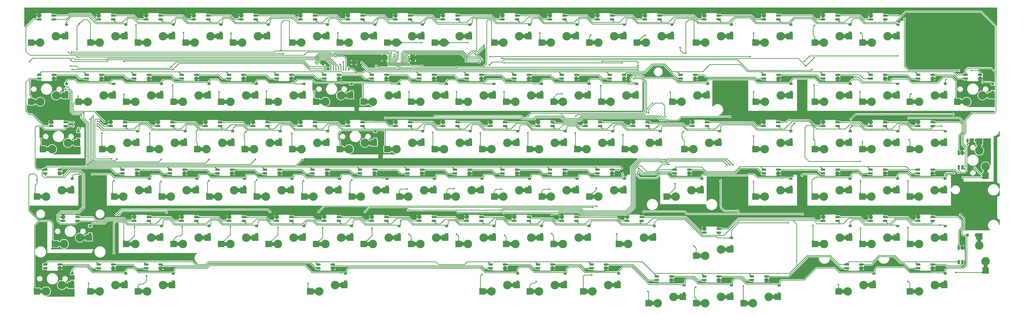
<source format=gbl>
G04 Layer: BottomLayer*
G04 EasyEDA v6.5.33, 2023-07-29 07:31:28*
G04 219471704c294700b8179b9d236804d4,d031c0a8eb424844af7c2e53bc7358ee,10*
G04 Gerber Generator version 0.2*
G04 Scale: 100 percent, Rotated: No, Reflected: No *
G04 Dimensions in millimeters *
G04 leading zeros omitted , absolute positions ,4 integer and 5 decimal *
%FSLAX45Y45*%
%MOMM*%

%AMMACRO1*21,1,$1,$2,0,0,$3*%
%AMMACRO2*4,1,4,0.6096,0.4547,0.6096,-0.4547,-0.6096,-0.4547,-0.6096,0.4547,0.6096,0.4547,0*%
%AMMACRO3*4,1,4,1.3132,-0.75,-1.3128,-0.75,-1.3132,0.75,1.313,0.75,1.3132,-0.75,0*%
%AMMACRO4*4,1,4,-1.313,0.75,1.313,0.75,1.313,-0.75,-1.3126,-0.75,-1.313,0.75,0*%
%AMMACRO5*4,1,4,-0.4547,0.6096,0.4547,0.6096,0.4547,-0.6096,-0.4547,-0.6096,-0.4547,0.6096,0*%
%AMMACRO6*4,1,4,0.75,1.3132,0.75,-1.3128,-0.75,-1.3132,-0.75,1.313,0.75,1.3132,0*%
%AMMACRO7*4,1,4,-0.75,-1.313,-0.75,1.313,0.75,1.313,0.75,-1.3126,-0.75,-1.313,0*%
%ADD10C,0.2540*%
%ADD11MACRO1,2X1.5X0.0000*%
%ADD12MACRO1,0.4X1.5X0.0000*%
%ADD13MACRO1,0.3X1.4X0.0000*%
%ADD14MACRO1,2X2.5X0.0000*%
%ADD15R,2.5500X2.5000*%
%ADD16MACRO2*%
%ADD17MACRO3*%
%ADD18MACRO4*%
%ADD19R,2.5000X2.5500*%
%ADD20MACRO5*%
%ADD21MACRO6*%
%ADD22MACRO7*%
%ADD23R,1.8000X0.8200*%
%ADD24R,0.8200X1.8000*%
%ADD25C,3.4000*%
%ADD26C,0.6096*%
%ADD27C,0.0118*%

%LPD*%
G36*
X816660Y-1714144D02*
G01*
X812596Y-1713534D01*
X809091Y-1711401D01*
X806754Y-1708048D01*
X805891Y-1703984D01*
X805891Y-936091D01*
X806704Y-932180D01*
X808888Y-928878D01*
X812190Y-926693D01*
X816051Y-925931D01*
X39804340Y-925931D01*
X39808251Y-926693D01*
X39811502Y-928878D01*
X39813738Y-932180D01*
X39814500Y-936091D01*
X39814398Y-1649323D01*
X39813585Y-1653336D01*
X39811198Y-1656740D01*
X39807692Y-1658874D01*
X39803578Y-1659432D01*
X39799615Y-1658366D01*
X39796415Y-1655775D01*
X39790624Y-1648764D01*
X39207135Y-1065276D01*
X39200937Y-1060145D01*
X39194232Y-1056589D01*
X39187018Y-1054404D01*
X39178992Y-1053592D01*
X36157408Y-1053592D01*
X36149381Y-1054404D01*
X36142168Y-1056589D01*
X36135462Y-1060145D01*
X36129264Y-1065276D01*
X35940187Y-1254302D01*
X35936631Y-1256588D01*
X35932465Y-1257249D01*
X35928401Y-1256182D01*
X35925099Y-1253540D01*
X35923169Y-1249781D01*
X35921188Y-1242364D01*
X35917073Y-1233424D01*
X35911434Y-1225397D01*
X35904474Y-1218438D01*
X35896448Y-1212799D01*
X35887507Y-1208684D01*
X35878058Y-1206144D01*
X35868254Y-1205280D01*
X35858450Y-1206144D01*
X35850118Y-1208227D01*
X35830052Y-1210310D01*
X35466070Y-1210310D01*
X35461498Y-1209243D01*
X35447528Y-1202232D01*
X35444430Y-1199896D01*
X35439451Y-1191666D01*
X35435336Y-1187602D01*
X35430460Y-1184503D01*
X35424973Y-1182624D01*
X35418674Y-1181912D01*
X35265055Y-1181912D01*
X35261448Y-1181201D01*
X35258298Y-1179322D01*
X35256063Y-1176375D01*
X35254946Y-1172870D01*
X35254438Y-1168044D01*
X35252507Y-1162608D01*
X35249459Y-1157681D01*
X35245344Y-1153617D01*
X35240468Y-1150518D01*
X35234981Y-1148588D01*
X35228682Y-1147876D01*
X34849816Y-1147876D01*
X34843466Y-1148588D01*
X34838030Y-1150518D01*
X34833102Y-1153617D01*
X34829038Y-1157681D01*
X34825940Y-1162608D01*
X34824060Y-1168044D01*
X34823501Y-1172870D01*
X34822434Y-1176375D01*
X34820148Y-1179322D01*
X34816999Y-1181201D01*
X34813392Y-1181912D01*
X34800590Y-1181912D01*
X34800590Y-1221943D01*
X34813189Y-1221943D01*
X34817050Y-1222705D01*
X34820352Y-1224940D01*
X34822536Y-1228242D01*
X34823349Y-1232103D01*
X34823349Y-1265478D01*
X34822536Y-1269390D01*
X34820352Y-1272692D01*
X34817050Y-1274876D01*
X34813189Y-1275638D01*
X34800590Y-1275638D01*
X34800590Y-1321765D01*
X34799828Y-1325626D01*
X34797593Y-1328928D01*
X34794342Y-1331112D01*
X34790430Y-1331925D01*
X34708033Y-1331925D01*
X34704172Y-1331112D01*
X34700870Y-1328928D01*
X34698686Y-1325626D01*
X34697873Y-1321765D01*
X34697873Y-1275638D01*
X34633357Y-1275638D01*
X34633357Y-1289202D01*
X34634068Y-1295552D01*
X34635948Y-1300988D01*
X34639046Y-1305915D01*
X34643110Y-1309979D01*
X34648038Y-1313078D01*
X34651238Y-1314196D01*
X34654794Y-1316329D01*
X34657233Y-1319733D01*
X34658046Y-1323797D01*
X34657233Y-1327861D01*
X34654794Y-1331264D01*
X34651238Y-1333398D01*
X34648038Y-1334516D01*
X34643110Y-1337614D01*
X34639046Y-1341678D01*
X34634017Y-1349908D01*
X34630969Y-1352245D01*
X34617202Y-1359103D01*
X34612681Y-1360170D01*
X34485478Y-1360170D01*
X34481566Y-1359408D01*
X34478264Y-1357172D01*
X34343035Y-1221994D01*
X34336837Y-1216863D01*
X34330132Y-1213307D01*
X34322918Y-1211122D01*
X34314892Y-1210310D01*
X33548370Y-1210310D01*
X33543798Y-1209243D01*
X33529828Y-1202232D01*
X33526730Y-1199896D01*
X33521751Y-1191666D01*
X33517636Y-1187602D01*
X33512760Y-1184503D01*
X33507273Y-1182624D01*
X33500974Y-1181912D01*
X33347355Y-1181912D01*
X33343748Y-1181201D01*
X33340598Y-1179322D01*
X33338363Y-1176375D01*
X33337296Y-1172870D01*
X33336738Y-1168044D01*
X33334807Y-1162608D01*
X33331759Y-1157681D01*
X33327644Y-1153617D01*
X33322768Y-1150518D01*
X33317281Y-1148588D01*
X33310982Y-1147876D01*
X32932115Y-1147876D01*
X32925765Y-1148588D01*
X32920330Y-1150518D01*
X32915402Y-1153617D01*
X32911338Y-1157681D01*
X32908239Y-1162608D01*
X32906360Y-1168044D01*
X32905801Y-1172870D01*
X32904734Y-1176375D01*
X32902448Y-1179322D01*
X32899350Y-1181201D01*
X32895692Y-1181912D01*
X32882890Y-1181912D01*
X32882890Y-1221943D01*
X32895489Y-1221943D01*
X32899350Y-1222705D01*
X32902652Y-1224940D01*
X32904836Y-1228242D01*
X32905649Y-1232103D01*
X32905649Y-1265478D01*
X32904836Y-1269390D01*
X32902652Y-1272692D01*
X32899350Y-1274876D01*
X32895489Y-1275638D01*
X32882890Y-1275638D01*
X32882890Y-1321765D01*
X32882128Y-1325626D01*
X32879893Y-1328928D01*
X32876642Y-1331112D01*
X32872730Y-1331925D01*
X32790333Y-1331925D01*
X32786472Y-1331112D01*
X32783170Y-1328928D01*
X32780986Y-1325626D01*
X32780173Y-1321765D01*
X32780173Y-1275638D01*
X32715657Y-1275638D01*
X32715657Y-1289202D01*
X32716368Y-1295552D01*
X32718248Y-1300988D01*
X32721346Y-1305915D01*
X32725410Y-1309979D01*
X32730338Y-1313078D01*
X32733589Y-1314196D01*
X32737145Y-1316329D01*
X32739533Y-1319733D01*
X32740396Y-1323797D01*
X32739533Y-1327861D01*
X32737145Y-1331264D01*
X32733589Y-1333398D01*
X32730338Y-1334516D01*
X32725410Y-1337614D01*
X32721346Y-1341678D01*
X32716317Y-1349908D01*
X32713269Y-1352245D01*
X32699502Y-1359103D01*
X32694981Y-1360170D01*
X32567778Y-1360170D01*
X32563866Y-1359408D01*
X32560564Y-1357172D01*
X32425335Y-1221994D01*
X32419137Y-1216863D01*
X32412432Y-1213307D01*
X32405218Y-1211122D01*
X32397192Y-1210310D01*
X31173470Y-1210310D01*
X31168898Y-1209243D01*
X31154928Y-1202232D01*
X31151880Y-1199896D01*
X31146851Y-1191666D01*
X31142736Y-1187602D01*
X31137860Y-1184503D01*
X31132373Y-1182624D01*
X31126074Y-1181912D01*
X30972455Y-1181912D01*
X30968848Y-1181201D01*
X30965698Y-1179322D01*
X30963463Y-1176375D01*
X30962396Y-1172870D01*
X30961838Y-1168044D01*
X30959907Y-1162608D01*
X30956859Y-1157681D01*
X30952744Y-1153617D01*
X30947868Y-1150518D01*
X30942381Y-1148588D01*
X30936082Y-1147876D01*
X30557215Y-1147876D01*
X30550865Y-1148588D01*
X30545430Y-1150518D01*
X30540553Y-1153617D01*
X30536438Y-1157681D01*
X30533339Y-1162608D01*
X30531460Y-1168044D01*
X30530901Y-1172870D01*
X30529834Y-1176375D01*
X30527599Y-1179322D01*
X30524450Y-1181201D01*
X30520792Y-1181912D01*
X30507990Y-1181912D01*
X30507990Y-1221943D01*
X30520589Y-1221943D01*
X30524450Y-1222705D01*
X30527752Y-1224940D01*
X30529936Y-1228242D01*
X30530749Y-1232103D01*
X30530749Y-1265478D01*
X30529936Y-1269390D01*
X30527752Y-1272692D01*
X30524450Y-1274876D01*
X30520589Y-1275638D01*
X30507990Y-1275638D01*
X30507990Y-1321765D01*
X30507228Y-1325626D01*
X30505044Y-1328928D01*
X30501742Y-1331112D01*
X30497830Y-1331925D01*
X30415484Y-1331925D01*
X30411572Y-1331112D01*
X30408270Y-1328928D01*
X30406086Y-1325626D01*
X30405324Y-1321765D01*
X30405324Y-1275638D01*
X30340757Y-1275638D01*
X30340757Y-1289202D01*
X30341468Y-1295552D01*
X30343348Y-1300988D01*
X30346446Y-1305915D01*
X30350561Y-1309979D01*
X30355438Y-1313078D01*
X30358689Y-1314196D01*
X30362245Y-1316329D01*
X30364633Y-1319733D01*
X30365496Y-1323797D01*
X30364633Y-1327861D01*
X30362245Y-1331264D01*
X30358689Y-1333398D01*
X30355438Y-1334516D01*
X30350561Y-1337614D01*
X30346446Y-1341678D01*
X30341417Y-1349857D01*
X30338369Y-1352194D01*
X30324552Y-1359103D01*
X30320030Y-1360170D01*
X30133645Y-1360170D01*
X30129784Y-1359408D01*
X30126482Y-1357223D01*
X29990999Y-1221943D01*
X29984801Y-1216863D01*
X29978096Y-1213307D01*
X29970882Y-1211122D01*
X29962856Y-1210310D01*
X28785667Y-1210310D01*
X28781095Y-1209243D01*
X28767379Y-1202385D01*
X28764280Y-1199946D01*
X28759251Y-1191666D01*
X28755136Y-1187602D01*
X28750260Y-1184503D01*
X28744773Y-1182624D01*
X28738474Y-1181912D01*
X28584906Y-1181912D01*
X28581248Y-1181201D01*
X28578098Y-1179322D01*
X28575863Y-1176375D01*
X28574796Y-1172870D01*
X28574238Y-1168044D01*
X28572307Y-1162608D01*
X28569259Y-1157681D01*
X28565144Y-1153617D01*
X28560268Y-1150518D01*
X28554781Y-1148588D01*
X28548482Y-1147876D01*
X28169615Y-1147876D01*
X28163316Y-1148588D01*
X28157830Y-1150518D01*
X28152953Y-1153617D01*
X28148838Y-1157681D01*
X28145739Y-1162608D01*
X28143860Y-1168044D01*
X28143301Y-1172870D01*
X28142234Y-1176375D01*
X28139999Y-1179322D01*
X28136850Y-1181201D01*
X28133192Y-1181912D01*
X28120390Y-1181912D01*
X28120390Y-1221943D01*
X28132989Y-1221943D01*
X28136850Y-1222705D01*
X28140152Y-1224940D01*
X28142387Y-1228242D01*
X28143149Y-1232103D01*
X28143149Y-1265478D01*
X28142387Y-1269390D01*
X28140152Y-1272692D01*
X28136850Y-1274876D01*
X28132989Y-1275638D01*
X28120390Y-1275638D01*
X28120390Y-1321765D01*
X28119628Y-1325626D01*
X28117444Y-1328928D01*
X28114142Y-1331112D01*
X28110230Y-1331925D01*
X28027884Y-1331925D01*
X28023972Y-1331112D01*
X28020670Y-1328928D01*
X28018486Y-1325626D01*
X28017724Y-1321765D01*
X28017724Y-1275638D01*
X27953157Y-1275638D01*
X27953157Y-1289202D01*
X27953868Y-1295552D01*
X27955748Y-1300988D01*
X27958846Y-1305915D01*
X27962961Y-1309979D01*
X27967838Y-1313078D01*
X27971089Y-1314196D01*
X27974645Y-1316329D01*
X27977033Y-1319733D01*
X27977896Y-1323797D01*
X27977033Y-1327861D01*
X27974645Y-1331264D01*
X27971089Y-1333398D01*
X27967838Y-1334516D01*
X27962961Y-1337614D01*
X27958846Y-1341678D01*
X27953817Y-1349908D01*
X27950769Y-1352245D01*
X27937002Y-1359103D01*
X27932481Y-1360170D01*
X27822296Y-1360170D01*
X27818384Y-1359408D01*
X27815082Y-1357172D01*
X27679853Y-1221994D01*
X27673655Y-1216863D01*
X27666950Y-1213307D01*
X27659736Y-1211122D01*
X27651710Y-1210310D01*
X26410970Y-1210310D01*
X26406398Y-1209243D01*
X26392428Y-1202232D01*
X26389380Y-1199896D01*
X26384351Y-1191666D01*
X26380236Y-1187602D01*
X26375360Y-1184503D01*
X26369873Y-1182624D01*
X26363574Y-1181912D01*
X26210006Y-1181912D01*
X26206348Y-1181201D01*
X26203198Y-1179322D01*
X26200963Y-1176375D01*
X26199896Y-1172870D01*
X26199338Y-1168044D01*
X26197458Y-1162608D01*
X26194359Y-1157681D01*
X26190244Y-1153617D01*
X26185368Y-1150518D01*
X26179881Y-1148588D01*
X26173582Y-1147876D01*
X25794716Y-1147876D01*
X25788416Y-1148588D01*
X25782930Y-1150518D01*
X25778053Y-1153617D01*
X25773938Y-1157681D01*
X25770890Y-1162608D01*
X25768960Y-1168044D01*
X25768401Y-1172870D01*
X25767334Y-1176375D01*
X25765099Y-1179322D01*
X25761950Y-1181201D01*
X25758343Y-1181912D01*
X25745490Y-1181912D01*
X25745490Y-1221943D01*
X25758089Y-1221943D01*
X25761950Y-1222705D01*
X25765252Y-1224940D01*
X25767487Y-1228242D01*
X25768249Y-1232103D01*
X25768249Y-1265478D01*
X25767487Y-1269390D01*
X25765252Y-1272692D01*
X25761950Y-1274876D01*
X25758089Y-1275638D01*
X25745490Y-1275638D01*
X25745490Y-1321765D01*
X25744728Y-1325626D01*
X25742544Y-1328928D01*
X25739242Y-1331112D01*
X25735330Y-1331925D01*
X25652984Y-1331925D01*
X25649072Y-1331112D01*
X25645770Y-1328928D01*
X25643586Y-1325626D01*
X25642824Y-1321765D01*
X25642824Y-1275638D01*
X25578257Y-1275638D01*
X25578257Y-1289202D01*
X25578968Y-1295552D01*
X25580898Y-1300988D01*
X25583946Y-1305915D01*
X25588061Y-1309979D01*
X25592938Y-1313078D01*
X25596189Y-1314196D01*
X25599745Y-1316329D01*
X25602133Y-1319733D01*
X25602996Y-1323797D01*
X25602133Y-1327861D01*
X25599745Y-1331264D01*
X25596189Y-1333398D01*
X25592938Y-1334516D01*
X25588061Y-1337614D01*
X25583946Y-1341678D01*
X25578917Y-1349908D01*
X25575869Y-1352245D01*
X25562153Y-1359103D01*
X25557581Y-1360170D01*
X25371196Y-1360170D01*
X25367284Y-1359408D01*
X25363982Y-1357172D01*
X25228753Y-1221994D01*
X25222555Y-1216863D01*
X25215850Y-1213307D01*
X25208636Y-1211122D01*
X25200610Y-1210310D01*
X24505970Y-1210310D01*
X24501449Y-1209243D01*
X24487428Y-1202232D01*
X24484380Y-1199896D01*
X24479351Y-1191666D01*
X24475236Y-1187602D01*
X24470360Y-1184503D01*
X24464873Y-1182624D01*
X24458574Y-1181912D01*
X24305006Y-1181912D01*
X24301348Y-1181201D01*
X24298198Y-1179322D01*
X24295963Y-1176375D01*
X24294896Y-1172870D01*
X24294338Y-1168044D01*
X24292458Y-1162608D01*
X24289359Y-1157681D01*
X24285244Y-1153617D01*
X24280368Y-1150518D01*
X24274881Y-1148588D01*
X24268582Y-1147876D01*
X23889716Y-1147876D01*
X23883416Y-1148588D01*
X23877930Y-1150518D01*
X23873053Y-1153617D01*
X23868938Y-1157681D01*
X23865890Y-1162608D01*
X23863960Y-1168044D01*
X23863401Y-1172870D01*
X23862334Y-1176375D01*
X23860099Y-1179322D01*
X23856950Y-1181201D01*
X23853343Y-1181912D01*
X23840490Y-1181912D01*
X23840490Y-1221943D01*
X23853089Y-1221943D01*
X23856950Y-1222705D01*
X23860252Y-1224940D01*
X23862487Y-1228242D01*
X23863249Y-1232103D01*
X23863249Y-1265478D01*
X23862487Y-1269390D01*
X23860252Y-1272692D01*
X23856950Y-1274876D01*
X23853089Y-1275638D01*
X23840490Y-1275638D01*
X23840490Y-1321765D01*
X23839728Y-1325626D01*
X23837544Y-1328928D01*
X23834242Y-1331112D01*
X23830330Y-1331925D01*
X23747984Y-1331925D01*
X23744072Y-1331112D01*
X23740770Y-1328928D01*
X23738586Y-1325626D01*
X23737824Y-1321765D01*
X23737824Y-1275638D01*
X23673257Y-1275638D01*
X23673257Y-1289202D01*
X23673968Y-1295552D01*
X23675898Y-1300988D01*
X23678946Y-1305915D01*
X23683061Y-1309979D01*
X23687938Y-1313078D01*
X23691189Y-1314196D01*
X23694745Y-1316329D01*
X23697133Y-1319733D01*
X23697996Y-1323797D01*
X23697133Y-1327861D01*
X23694745Y-1331264D01*
X23691189Y-1333398D01*
X23687938Y-1334516D01*
X23683061Y-1337614D01*
X23678946Y-1341678D01*
X23673917Y-1349908D01*
X23670869Y-1352245D01*
X23657153Y-1359103D01*
X23652581Y-1360170D01*
X23542396Y-1360170D01*
X23538484Y-1359408D01*
X23535182Y-1357172D01*
X23399953Y-1221994D01*
X23393755Y-1216863D01*
X23387050Y-1213307D01*
X23379836Y-1211122D01*
X23371810Y-1210310D01*
X22600970Y-1210310D01*
X22596449Y-1209243D01*
X22582428Y-1202232D01*
X22579380Y-1199896D01*
X22574351Y-1191666D01*
X22570287Y-1187602D01*
X22565360Y-1184503D01*
X22559924Y-1182624D01*
X22553574Y-1181912D01*
X22400006Y-1181912D01*
X22396348Y-1181201D01*
X22393198Y-1179322D01*
X22390963Y-1176375D01*
X22389896Y-1172870D01*
X22389338Y-1168044D01*
X22387458Y-1162608D01*
X22384359Y-1157681D01*
X22380295Y-1153617D01*
X22375368Y-1150518D01*
X22369932Y-1148588D01*
X22363582Y-1147876D01*
X21984716Y-1147876D01*
X21978416Y-1148588D01*
X21972930Y-1150518D01*
X21968053Y-1153617D01*
X21963938Y-1157681D01*
X21960890Y-1162608D01*
X21958960Y-1168044D01*
X21958401Y-1172870D01*
X21957334Y-1176375D01*
X21955099Y-1179322D01*
X21951950Y-1181201D01*
X21948343Y-1181912D01*
X21935541Y-1181912D01*
X21935541Y-1221943D01*
X21948089Y-1221943D01*
X21952000Y-1222705D01*
X21955252Y-1224940D01*
X21957487Y-1228242D01*
X21958249Y-1232103D01*
X21958249Y-1265478D01*
X21957487Y-1269390D01*
X21955252Y-1272692D01*
X21952000Y-1274876D01*
X21948089Y-1275638D01*
X21935541Y-1275638D01*
X21935541Y-1321765D01*
X21934728Y-1325626D01*
X21932544Y-1328928D01*
X21929242Y-1331112D01*
X21925381Y-1331925D01*
X21842984Y-1331925D01*
X21839072Y-1331112D01*
X21835770Y-1328928D01*
X21833586Y-1325626D01*
X21832824Y-1321765D01*
X21832824Y-1275638D01*
X21768257Y-1275638D01*
X21768257Y-1289202D01*
X21768968Y-1295552D01*
X21770898Y-1300988D01*
X21773946Y-1305915D01*
X21778061Y-1309979D01*
X21782938Y-1313078D01*
X21786189Y-1314196D01*
X21789745Y-1316329D01*
X21792133Y-1319733D01*
X21792996Y-1323797D01*
X21792133Y-1327861D01*
X21789745Y-1331264D01*
X21786189Y-1333398D01*
X21782938Y-1334516D01*
X21778061Y-1337614D01*
X21773946Y-1341678D01*
X21768917Y-1349908D01*
X21765869Y-1352245D01*
X21752153Y-1359103D01*
X21747581Y-1360170D01*
X21599296Y-1360170D01*
X21595384Y-1359408D01*
X21592082Y-1357172D01*
X21456853Y-1221994D01*
X21450655Y-1216863D01*
X21443950Y-1213307D01*
X21436736Y-1211122D01*
X21428710Y-1210310D01*
X20695970Y-1210310D01*
X20691449Y-1209243D01*
X20677428Y-1202232D01*
X20674380Y-1199896D01*
X20669351Y-1191666D01*
X20665287Y-1187602D01*
X20660360Y-1184503D01*
X20654924Y-1182624D01*
X20648574Y-1181912D01*
X20495006Y-1181912D01*
X20491348Y-1181201D01*
X20488249Y-1179322D01*
X20485963Y-1176375D01*
X20484896Y-1172870D01*
X20484338Y-1168044D01*
X20482458Y-1162608D01*
X20479359Y-1157681D01*
X20475295Y-1153617D01*
X20470368Y-1150518D01*
X20464932Y-1148588D01*
X20458582Y-1147876D01*
X20079716Y-1147876D01*
X20073416Y-1148588D01*
X20067930Y-1150518D01*
X20063053Y-1153617D01*
X20058938Y-1157681D01*
X20055890Y-1162608D01*
X20053960Y-1168044D01*
X20053401Y-1172870D01*
X20052334Y-1176375D01*
X20050099Y-1179322D01*
X20046950Y-1181201D01*
X20043343Y-1181912D01*
X20030541Y-1181912D01*
X20030541Y-1221943D01*
X20043089Y-1221943D01*
X20047000Y-1222705D01*
X20050302Y-1224940D01*
X20052487Y-1228242D01*
X20053249Y-1232103D01*
X20053249Y-1265478D01*
X20052487Y-1269390D01*
X20050302Y-1272692D01*
X20047000Y-1274876D01*
X20043089Y-1275638D01*
X20030541Y-1275638D01*
X20030541Y-1321765D01*
X20029728Y-1325626D01*
X20027544Y-1328928D01*
X20024242Y-1331112D01*
X20020381Y-1331925D01*
X19937984Y-1331925D01*
X19934072Y-1331112D01*
X19930821Y-1328928D01*
X19928586Y-1325626D01*
X19927824Y-1321765D01*
X19927824Y-1275638D01*
X19863257Y-1275638D01*
X19863257Y-1289202D01*
X19863968Y-1295552D01*
X19865898Y-1300988D01*
X19868946Y-1305915D01*
X19873061Y-1309979D01*
X19877938Y-1313078D01*
X19881189Y-1314196D01*
X19884745Y-1316329D01*
X19887133Y-1319733D01*
X19887996Y-1323797D01*
X19887133Y-1327861D01*
X19884745Y-1331264D01*
X19881189Y-1333398D01*
X19877938Y-1334516D01*
X19873061Y-1337614D01*
X19868946Y-1341678D01*
X19863917Y-1349908D01*
X19860869Y-1352245D01*
X19847153Y-1359103D01*
X19842632Y-1360170D01*
X19715378Y-1360170D01*
X19711466Y-1359408D01*
X19708164Y-1357172D01*
X19572935Y-1221994D01*
X19566737Y-1216863D01*
X19560032Y-1213307D01*
X19552818Y-1211122D01*
X19544792Y-1210310D01*
X18308370Y-1210310D01*
X18303849Y-1209243D01*
X18289828Y-1202232D01*
X18286780Y-1199896D01*
X18281751Y-1191666D01*
X18277687Y-1187602D01*
X18272760Y-1184503D01*
X18267324Y-1182624D01*
X18260974Y-1181912D01*
X18107406Y-1181912D01*
X18103799Y-1181201D01*
X18100649Y-1179322D01*
X18098363Y-1176375D01*
X18097296Y-1172870D01*
X18096738Y-1168044D01*
X18094858Y-1162608D01*
X18091759Y-1157681D01*
X18087695Y-1153617D01*
X18082768Y-1150518D01*
X18077332Y-1148588D01*
X18070982Y-1147876D01*
X17692116Y-1147876D01*
X17685816Y-1148588D01*
X17680330Y-1150518D01*
X17675453Y-1153617D01*
X17671338Y-1157681D01*
X17668290Y-1162608D01*
X17666360Y-1168044D01*
X17665852Y-1172870D01*
X17664734Y-1176375D01*
X17662499Y-1179322D01*
X17659350Y-1181201D01*
X17655743Y-1181912D01*
X17642941Y-1181912D01*
X17642941Y-1221943D01*
X17655489Y-1221943D01*
X17659400Y-1222705D01*
X17662702Y-1224940D01*
X17664887Y-1228242D01*
X17665649Y-1232103D01*
X17665649Y-1265478D01*
X17664887Y-1269390D01*
X17662702Y-1272692D01*
X17659400Y-1274876D01*
X17655489Y-1275638D01*
X17642941Y-1275638D01*
X17642941Y-1321765D01*
X17642128Y-1325626D01*
X17639944Y-1328928D01*
X17636642Y-1331112D01*
X17632781Y-1331925D01*
X17550384Y-1331925D01*
X17546472Y-1331112D01*
X17543221Y-1328928D01*
X17540986Y-1325626D01*
X17540224Y-1321765D01*
X17540224Y-1275638D01*
X17475657Y-1275638D01*
X17475657Y-1289202D01*
X17476368Y-1295552D01*
X17478298Y-1300988D01*
X17481346Y-1305915D01*
X17485461Y-1309979D01*
X17490338Y-1313078D01*
X17493589Y-1314196D01*
X17497145Y-1316329D01*
X17499533Y-1319733D01*
X17500396Y-1323797D01*
X17499533Y-1327861D01*
X17497145Y-1331264D01*
X17493589Y-1333398D01*
X17490338Y-1334516D01*
X17485461Y-1337614D01*
X17481346Y-1341678D01*
X17476317Y-1349908D01*
X17473269Y-1352245D01*
X17459553Y-1359103D01*
X17455032Y-1360170D01*
X17344796Y-1360170D01*
X17340884Y-1359408D01*
X17337582Y-1357172D01*
X17202353Y-1221994D01*
X17196155Y-1216863D01*
X17189450Y-1213307D01*
X17182236Y-1211122D01*
X17174210Y-1210310D01*
X16403370Y-1210310D01*
X16398849Y-1209243D01*
X16384879Y-1202232D01*
X16381780Y-1199896D01*
X16376751Y-1191666D01*
X16372687Y-1187602D01*
X16367760Y-1184503D01*
X16362324Y-1182624D01*
X16355974Y-1181912D01*
X16202406Y-1181912D01*
X16198799Y-1181201D01*
X16195649Y-1179322D01*
X16193363Y-1176375D01*
X16192296Y-1172870D01*
X16191788Y-1168044D01*
X16189858Y-1162608D01*
X16186759Y-1157681D01*
X16182695Y-1153617D01*
X16177768Y-1150518D01*
X16172332Y-1148588D01*
X16165982Y-1147876D01*
X15787116Y-1147876D01*
X15780816Y-1148588D01*
X15775381Y-1150518D01*
X15770453Y-1153617D01*
X15766389Y-1157681D01*
X15763290Y-1162608D01*
X15761360Y-1168044D01*
X15760852Y-1172870D01*
X15759785Y-1176375D01*
X15757499Y-1179322D01*
X15754350Y-1181201D01*
X15750743Y-1181912D01*
X15737941Y-1181912D01*
X15737941Y-1221943D01*
X15750489Y-1221943D01*
X15754400Y-1222705D01*
X15757702Y-1224940D01*
X15759887Y-1228242D01*
X15760649Y-1232103D01*
X15760649Y-1265478D01*
X15759887Y-1269390D01*
X15757702Y-1272692D01*
X15754400Y-1274876D01*
X15750489Y-1275638D01*
X15737941Y-1275638D01*
X15737941Y-1321765D01*
X15737179Y-1325626D01*
X15734944Y-1328928D01*
X15731642Y-1331112D01*
X15727781Y-1331925D01*
X15645384Y-1331925D01*
X15641523Y-1331112D01*
X15638221Y-1328928D01*
X15635986Y-1325626D01*
X15635224Y-1321765D01*
X15635224Y-1275638D01*
X15570657Y-1275638D01*
X15570657Y-1289202D01*
X15571368Y-1295552D01*
X15573298Y-1300988D01*
X15576397Y-1305915D01*
X15580461Y-1309979D01*
X15585389Y-1313078D01*
X15588589Y-1314196D01*
X15592145Y-1316329D01*
X15594533Y-1319733D01*
X15595396Y-1323797D01*
X15594533Y-1327861D01*
X15592145Y-1331264D01*
X15588589Y-1333398D01*
X15585389Y-1334516D01*
X15580461Y-1337614D01*
X15576397Y-1341678D01*
X15571368Y-1349908D01*
X15568269Y-1352245D01*
X15554553Y-1359103D01*
X15550032Y-1360170D01*
X15422778Y-1360170D01*
X15418866Y-1359408D01*
X15415564Y-1357172D01*
X15280335Y-1221994D01*
X15274137Y-1216863D01*
X15267432Y-1213307D01*
X15260218Y-1211122D01*
X15252192Y-1210310D01*
X14498370Y-1210310D01*
X14493849Y-1209243D01*
X14479879Y-1202232D01*
X14476780Y-1199896D01*
X14471751Y-1191666D01*
X14467687Y-1187602D01*
X14462760Y-1184503D01*
X14457324Y-1182624D01*
X14450974Y-1181912D01*
X14297406Y-1181912D01*
X14293799Y-1181201D01*
X14290649Y-1179322D01*
X14288363Y-1176375D01*
X14287296Y-1172870D01*
X14286788Y-1168044D01*
X14284858Y-1162608D01*
X14281759Y-1157681D01*
X14277695Y-1153617D01*
X14272768Y-1150518D01*
X14267332Y-1148588D01*
X14260982Y-1147876D01*
X13882166Y-1147876D01*
X13875816Y-1148588D01*
X13870381Y-1150518D01*
X13865453Y-1153617D01*
X13861389Y-1157681D01*
X13858290Y-1162608D01*
X13856360Y-1168044D01*
X13855852Y-1172870D01*
X13854785Y-1176375D01*
X13852499Y-1179322D01*
X13849350Y-1181201D01*
X13845743Y-1181912D01*
X13832941Y-1181912D01*
X13832941Y-1221943D01*
X13845489Y-1221943D01*
X13849400Y-1222705D01*
X13852702Y-1224940D01*
X13854887Y-1228242D01*
X13855649Y-1232103D01*
X13855649Y-1265478D01*
X13854887Y-1269390D01*
X13852702Y-1272692D01*
X13849400Y-1274876D01*
X13845489Y-1275638D01*
X13832941Y-1275638D01*
X13832941Y-1321765D01*
X13832179Y-1325626D01*
X13829944Y-1328928D01*
X13826642Y-1331112D01*
X13822781Y-1331925D01*
X13740384Y-1331925D01*
X13736523Y-1331112D01*
X13733221Y-1328928D01*
X13730986Y-1325626D01*
X13730224Y-1321765D01*
X13730224Y-1275638D01*
X13665657Y-1275638D01*
X13665657Y-1289202D01*
X13666368Y-1295552D01*
X13668298Y-1300988D01*
X13671397Y-1305915D01*
X13675461Y-1309979D01*
X13680389Y-1313078D01*
X13683589Y-1314196D01*
X13687145Y-1316329D01*
X13689584Y-1319733D01*
X13690396Y-1323797D01*
X13689584Y-1327861D01*
X13687145Y-1331264D01*
X13683589Y-1333398D01*
X13680389Y-1334516D01*
X13675461Y-1337614D01*
X13671397Y-1341678D01*
X13666368Y-1349908D01*
X13663269Y-1352245D01*
X13649553Y-1359103D01*
X13645032Y-1360170D01*
X13517778Y-1360170D01*
X13513866Y-1359408D01*
X13510564Y-1357172D01*
X13375335Y-1221994D01*
X13369137Y-1216863D01*
X13362432Y-1213307D01*
X13355218Y-1211122D01*
X13347192Y-1210310D01*
X12593370Y-1210310D01*
X12588849Y-1209243D01*
X12574879Y-1202232D01*
X12571780Y-1199896D01*
X12566751Y-1191666D01*
X12562687Y-1187602D01*
X12557760Y-1184503D01*
X12552324Y-1182624D01*
X12545974Y-1181912D01*
X12392406Y-1181912D01*
X12388799Y-1181201D01*
X12385649Y-1179322D01*
X12383363Y-1176375D01*
X12382296Y-1172870D01*
X12381788Y-1168044D01*
X12379858Y-1162608D01*
X12376759Y-1157681D01*
X12372695Y-1153617D01*
X12367768Y-1150518D01*
X12362332Y-1148588D01*
X12355982Y-1147876D01*
X11977166Y-1147876D01*
X11970816Y-1148588D01*
X11965381Y-1150518D01*
X11960453Y-1153617D01*
X11956389Y-1157681D01*
X11953290Y-1162608D01*
X11951360Y-1168044D01*
X11950852Y-1172870D01*
X11949785Y-1176375D01*
X11947499Y-1179322D01*
X11944350Y-1181201D01*
X11940743Y-1181912D01*
X11927941Y-1181912D01*
X11927941Y-1221943D01*
X11940489Y-1221943D01*
X11944400Y-1222705D01*
X11947702Y-1224940D01*
X11949887Y-1228242D01*
X11950649Y-1232103D01*
X11950649Y-1265478D01*
X11949887Y-1269390D01*
X11947702Y-1272692D01*
X11944400Y-1274876D01*
X11940489Y-1275638D01*
X11927941Y-1275638D01*
X11927941Y-1321765D01*
X11927179Y-1325626D01*
X11924944Y-1328928D01*
X11921642Y-1331112D01*
X11917781Y-1331925D01*
X11835384Y-1331925D01*
X11831523Y-1331112D01*
X11828221Y-1328928D01*
X11825986Y-1325626D01*
X11825224Y-1321765D01*
X11825224Y-1275638D01*
X11760657Y-1275638D01*
X11760657Y-1289202D01*
X11761368Y-1295552D01*
X11763298Y-1300988D01*
X11766397Y-1305915D01*
X11770461Y-1309979D01*
X11775389Y-1313078D01*
X11778691Y-1314246D01*
X11782196Y-1316380D01*
X11784634Y-1319733D01*
X11785498Y-1323746D01*
X11784685Y-1327810D01*
X11782348Y-1331214D01*
X11778843Y-1333347D01*
X11773966Y-1335125D01*
X11770207Y-1335735D01*
X11766448Y-1334922D01*
X11763298Y-1332788D01*
X11652453Y-1221994D01*
X11646255Y-1216863D01*
X11639550Y-1213307D01*
X11632336Y-1211122D01*
X11624310Y-1210310D01*
X10218521Y-1210310D01*
X10213949Y-1209243D01*
X10199979Y-1202232D01*
X10196880Y-1199896D01*
X10191902Y-1191666D01*
X10187787Y-1187602D01*
X10182910Y-1184503D01*
X10177424Y-1182624D01*
X10171125Y-1181912D01*
X10017506Y-1181912D01*
X10013899Y-1181201D01*
X10010749Y-1179322D01*
X10008514Y-1176375D01*
X10007396Y-1172870D01*
X10006888Y-1168044D01*
X10004958Y-1162608D01*
X10001910Y-1157681D01*
X9997795Y-1153617D01*
X9992918Y-1150518D01*
X9987432Y-1148588D01*
X9981133Y-1147876D01*
X9602266Y-1147876D01*
X9595916Y-1148588D01*
X9590481Y-1150518D01*
X9585553Y-1153617D01*
X9581489Y-1157681D01*
X9578390Y-1162608D01*
X9576511Y-1168044D01*
X9575952Y-1172870D01*
X9574885Y-1176375D01*
X9572599Y-1179322D01*
X9569450Y-1181201D01*
X9565843Y-1181912D01*
X9553041Y-1181912D01*
X9553041Y-1221943D01*
X9565640Y-1221943D01*
X9569500Y-1222705D01*
X9572802Y-1224940D01*
X9574987Y-1228242D01*
X9575800Y-1232103D01*
X9575800Y-1265478D01*
X9574987Y-1269390D01*
X9572802Y-1272692D01*
X9569500Y-1274876D01*
X9565640Y-1275638D01*
X9553041Y-1275638D01*
X9553041Y-1321765D01*
X9552279Y-1325626D01*
X9550044Y-1328928D01*
X9546793Y-1331112D01*
X9542881Y-1331925D01*
X9460484Y-1331925D01*
X9456623Y-1331112D01*
X9453321Y-1328928D01*
X9451136Y-1325626D01*
X9450324Y-1321765D01*
X9450324Y-1275638D01*
X9385808Y-1275638D01*
X9385808Y-1289202D01*
X9386519Y-1295552D01*
X9388398Y-1300988D01*
X9391497Y-1305915D01*
X9395561Y-1309979D01*
X9400489Y-1313078D01*
X9403689Y-1314196D01*
X9407245Y-1316329D01*
X9409684Y-1319733D01*
X9410496Y-1323797D01*
X9409684Y-1327861D01*
X9407245Y-1331264D01*
X9403689Y-1333398D01*
X9400489Y-1334516D01*
X9395561Y-1337614D01*
X9391497Y-1341678D01*
X9386468Y-1349908D01*
X9383420Y-1352245D01*
X9369653Y-1359103D01*
X9365132Y-1360170D01*
X9237878Y-1360170D01*
X9233966Y-1359408D01*
X9230664Y-1357172D01*
X9095435Y-1221994D01*
X9089237Y-1216863D01*
X9082532Y-1213307D01*
X9075318Y-1211122D01*
X9067292Y-1210310D01*
X8313521Y-1210310D01*
X8308949Y-1209243D01*
X8294979Y-1202232D01*
X8291880Y-1199896D01*
X8286902Y-1191666D01*
X8282787Y-1187602D01*
X8277910Y-1184503D01*
X8272424Y-1182624D01*
X8266125Y-1181912D01*
X8112506Y-1181912D01*
X8108899Y-1181201D01*
X8105749Y-1179322D01*
X8103514Y-1176375D01*
X8102447Y-1172870D01*
X8101888Y-1168044D01*
X8099958Y-1162608D01*
X8096910Y-1157681D01*
X8092795Y-1153617D01*
X8087918Y-1150518D01*
X8082432Y-1148588D01*
X8076133Y-1147876D01*
X7697266Y-1147876D01*
X7690916Y-1148588D01*
X7685481Y-1150518D01*
X7680553Y-1153617D01*
X7676489Y-1157681D01*
X7673390Y-1162608D01*
X7671511Y-1168044D01*
X7670952Y-1172870D01*
X7669885Y-1176375D01*
X7667599Y-1179322D01*
X7664500Y-1181201D01*
X7660843Y-1181912D01*
X7648041Y-1181912D01*
X7648041Y-1221943D01*
X7660640Y-1221943D01*
X7664500Y-1222705D01*
X7667802Y-1224940D01*
X7669987Y-1228242D01*
X7670800Y-1232103D01*
X7670800Y-1265478D01*
X7669987Y-1269390D01*
X7667802Y-1272692D01*
X7664500Y-1274876D01*
X7660640Y-1275638D01*
X7648041Y-1275638D01*
X7648041Y-1321765D01*
X7647279Y-1325626D01*
X7645044Y-1328928D01*
X7641793Y-1331112D01*
X7637881Y-1331925D01*
X7555484Y-1331925D01*
X7551623Y-1331112D01*
X7548321Y-1328928D01*
X7546136Y-1325626D01*
X7545324Y-1321765D01*
X7545324Y-1275638D01*
X7480808Y-1275638D01*
X7480808Y-1289202D01*
X7481519Y-1295552D01*
X7483398Y-1300988D01*
X7486497Y-1305915D01*
X7490561Y-1309979D01*
X7495489Y-1313078D01*
X7498740Y-1314196D01*
X7502296Y-1316329D01*
X7504684Y-1319733D01*
X7505547Y-1323797D01*
X7504684Y-1327861D01*
X7502296Y-1331264D01*
X7498740Y-1333398D01*
X7495489Y-1334516D01*
X7490561Y-1337614D01*
X7486497Y-1341678D01*
X7481468Y-1349908D01*
X7478420Y-1352245D01*
X7464653Y-1359103D01*
X7460132Y-1360170D01*
X7337196Y-1360170D01*
X7333284Y-1359408D01*
X7329982Y-1357172D01*
X7194753Y-1221994D01*
X7188555Y-1216863D01*
X7181850Y-1213307D01*
X7174636Y-1211122D01*
X7166609Y-1210310D01*
X6408521Y-1210310D01*
X6403949Y-1209243D01*
X6389979Y-1202232D01*
X6386880Y-1199896D01*
X6381902Y-1191666D01*
X6377787Y-1187602D01*
X6372910Y-1184503D01*
X6367424Y-1182624D01*
X6361125Y-1181912D01*
X6207506Y-1181912D01*
X6203899Y-1181201D01*
X6200749Y-1179322D01*
X6198514Y-1176375D01*
X6197447Y-1172870D01*
X6196888Y-1168044D01*
X6194958Y-1162608D01*
X6191910Y-1157681D01*
X6187795Y-1153617D01*
X6182918Y-1150518D01*
X6177432Y-1148588D01*
X6171133Y-1147876D01*
X5792266Y-1147876D01*
X5785916Y-1148588D01*
X5780481Y-1150518D01*
X5775553Y-1153617D01*
X5771489Y-1157681D01*
X5768390Y-1162608D01*
X5766511Y-1168044D01*
X5765952Y-1172870D01*
X5764885Y-1176375D01*
X5762650Y-1179322D01*
X5759500Y-1181201D01*
X5755843Y-1181912D01*
X5743041Y-1181912D01*
X5743041Y-1221943D01*
X5755640Y-1221943D01*
X5759500Y-1222705D01*
X5762802Y-1224940D01*
X5764987Y-1228242D01*
X5765800Y-1232103D01*
X5765800Y-1265478D01*
X5764987Y-1269390D01*
X5762802Y-1272692D01*
X5759500Y-1274876D01*
X5755640Y-1275638D01*
X5743041Y-1275638D01*
X5743041Y-1321765D01*
X5742279Y-1325626D01*
X5740095Y-1328928D01*
X5736793Y-1331112D01*
X5732881Y-1331925D01*
X5650484Y-1331925D01*
X5646623Y-1331112D01*
X5643321Y-1328928D01*
X5641136Y-1325626D01*
X5640324Y-1321765D01*
X5640324Y-1275638D01*
X5575808Y-1275638D01*
X5575808Y-1289202D01*
X5576519Y-1295552D01*
X5578398Y-1300988D01*
X5581497Y-1305915D01*
X5585561Y-1309979D01*
X5590489Y-1313078D01*
X5593740Y-1314196D01*
X5597296Y-1316329D01*
X5599684Y-1319733D01*
X5600547Y-1323797D01*
X5599684Y-1327861D01*
X5597296Y-1331264D01*
X5593740Y-1333398D01*
X5590489Y-1334516D01*
X5585561Y-1337614D01*
X5581497Y-1341678D01*
X5576468Y-1349908D01*
X5573420Y-1352245D01*
X5559653Y-1359103D01*
X5555132Y-1360170D01*
X5368696Y-1360170D01*
X5364784Y-1359408D01*
X5361482Y-1357172D01*
X5226253Y-1221994D01*
X5220055Y-1216863D01*
X5213350Y-1213307D01*
X5206136Y-1211122D01*
X5198110Y-1210310D01*
X4503521Y-1210310D01*
X4498949Y-1209243D01*
X4484979Y-1202232D01*
X4481931Y-1199896D01*
X4476902Y-1191666D01*
X4472787Y-1187602D01*
X4467910Y-1184503D01*
X4462424Y-1182624D01*
X4456125Y-1181912D01*
X4302506Y-1181912D01*
X4298899Y-1181201D01*
X4295749Y-1179322D01*
X4293514Y-1176375D01*
X4292447Y-1172870D01*
X4291888Y-1168044D01*
X4289958Y-1162608D01*
X4286910Y-1157681D01*
X4282795Y-1153617D01*
X4277918Y-1150518D01*
X4272432Y-1148588D01*
X4266133Y-1147876D01*
X3887266Y-1147876D01*
X3880967Y-1148588D01*
X3875481Y-1150518D01*
X3870604Y-1153617D01*
X3866489Y-1157681D01*
X3863390Y-1162608D01*
X3861511Y-1168044D01*
X3860952Y-1172870D01*
X3859885Y-1176375D01*
X3857650Y-1179322D01*
X3854500Y-1181201D01*
X3850843Y-1181912D01*
X3838041Y-1181912D01*
X3838041Y-1221943D01*
X3850640Y-1221943D01*
X3854500Y-1222705D01*
X3857802Y-1224940D01*
X3860037Y-1228242D01*
X3860800Y-1232103D01*
X3860800Y-1265478D01*
X3860037Y-1269390D01*
X3857802Y-1272692D01*
X3854500Y-1274876D01*
X3850640Y-1275638D01*
X3838041Y-1275638D01*
X3838041Y-1321765D01*
X3837279Y-1325626D01*
X3835095Y-1328928D01*
X3831793Y-1331112D01*
X3827881Y-1331925D01*
X3745534Y-1331925D01*
X3741623Y-1331112D01*
X3738321Y-1328928D01*
X3736136Y-1325626D01*
X3735374Y-1321765D01*
X3735374Y-1275638D01*
X3670808Y-1275638D01*
X3670808Y-1289202D01*
X3671519Y-1295552D01*
X3673398Y-1300988D01*
X3676497Y-1305915D01*
X3680612Y-1309979D01*
X3685489Y-1313078D01*
X3688791Y-1314246D01*
X3692347Y-1316380D01*
X3694734Y-1319733D01*
X3695598Y-1323746D01*
X3694785Y-1327810D01*
X3692448Y-1331214D01*
X3688943Y-1333347D01*
X3684066Y-1335176D01*
X3680307Y-1335786D01*
X3676548Y-1334922D01*
X3673398Y-1332788D01*
X3494735Y-1154176D01*
X3488537Y-1149045D01*
X3481832Y-1145489D01*
X3474618Y-1143304D01*
X3466592Y-1142492D01*
X2629408Y-1142492D01*
X2621381Y-1143304D01*
X2614168Y-1145489D01*
X2607462Y-1149045D01*
X2601264Y-1154176D01*
X2548077Y-1207312D01*
X2544775Y-1209548D01*
X2540863Y-1210310D01*
X2115921Y-1210310D01*
X2111349Y-1209243D01*
X2097379Y-1202232D01*
X2094331Y-1199896D01*
X2089302Y-1191666D01*
X2085187Y-1187602D01*
X2080310Y-1184503D01*
X2074824Y-1182624D01*
X2068525Y-1181912D01*
X1914956Y-1181912D01*
X1911299Y-1181201D01*
X1908149Y-1179322D01*
X1905914Y-1176375D01*
X1904847Y-1172870D01*
X1904288Y-1168044D01*
X1902409Y-1162608D01*
X1899310Y-1157681D01*
X1895195Y-1153617D01*
X1890318Y-1150518D01*
X1884832Y-1148588D01*
X1878533Y-1147876D01*
X1499666Y-1147876D01*
X1493367Y-1148588D01*
X1487881Y-1150518D01*
X1483004Y-1153617D01*
X1478889Y-1157681D01*
X1475790Y-1162608D01*
X1473911Y-1168044D01*
X1473352Y-1172870D01*
X1472285Y-1176375D01*
X1470050Y-1179322D01*
X1466900Y-1181201D01*
X1463243Y-1181912D01*
X1450441Y-1181912D01*
X1450441Y-1221943D01*
X1463040Y-1221943D01*
X1466900Y-1222705D01*
X1470202Y-1224940D01*
X1472438Y-1228242D01*
X1473200Y-1232103D01*
X1473200Y-1265478D01*
X1472438Y-1269390D01*
X1470202Y-1272692D01*
X1466900Y-1274876D01*
X1463040Y-1275638D01*
X1450441Y-1275638D01*
X1450441Y-1321765D01*
X1449679Y-1325626D01*
X1447495Y-1328928D01*
X1444193Y-1331112D01*
X1440281Y-1331925D01*
X1357934Y-1331925D01*
X1354023Y-1331112D01*
X1350721Y-1328928D01*
X1348536Y-1325626D01*
X1347774Y-1321765D01*
X1347774Y-1275638D01*
X1283208Y-1275638D01*
X1283208Y-1289202D01*
X1283919Y-1295552D01*
X1285798Y-1300988D01*
X1288897Y-1305915D01*
X1293012Y-1309979D01*
X1297889Y-1313078D01*
X1301140Y-1314196D01*
X1304696Y-1316329D01*
X1307084Y-1319733D01*
X1307947Y-1323797D01*
X1307084Y-1327861D01*
X1304696Y-1331264D01*
X1301140Y-1333398D01*
X1297889Y-1334516D01*
X1293012Y-1337614D01*
X1288897Y-1341678D01*
X1283868Y-1349908D01*
X1280820Y-1352245D01*
X1267104Y-1359103D01*
X1262532Y-1360170D01*
X1179830Y-1360170D01*
X1171803Y-1360982D01*
X1164590Y-1363167D01*
X1157884Y-1366723D01*
X1151686Y-1371854D01*
X836676Y-1686864D01*
X831545Y-1693062D01*
X827989Y-1699768D01*
X825804Y-1706930D01*
X823823Y-1710537D01*
X820623Y-1713077D01*
G37*

%LPC*%
G36*
X1283208Y-1221943D02*
G01*
X1347774Y-1221943D01*
X1347774Y-1181912D01*
X1309674Y-1181912D01*
X1303375Y-1182624D01*
X1297889Y-1184503D01*
X1293012Y-1187602D01*
X1288897Y-1191666D01*
X1285798Y-1196594D01*
X1283919Y-1202029D01*
X1283208Y-1208379D01*
G37*
G36*
X30340757Y-1221943D02*
G01*
X30405324Y-1221943D01*
X30405324Y-1181912D01*
X30367224Y-1181912D01*
X30360874Y-1182624D01*
X30355438Y-1184503D01*
X30350561Y-1187602D01*
X30346446Y-1191666D01*
X30343348Y-1196594D01*
X30341468Y-1202029D01*
X30340757Y-1208379D01*
G37*
G36*
X13665657Y-1221943D02*
G01*
X13730224Y-1221943D01*
X13730224Y-1181912D01*
X13692174Y-1181912D01*
X13685824Y-1182624D01*
X13680389Y-1184503D01*
X13675461Y-1187602D01*
X13671397Y-1191666D01*
X13668298Y-1196594D01*
X13666368Y-1202029D01*
X13665657Y-1208379D01*
G37*
G36*
X27953157Y-1221943D02*
G01*
X28017724Y-1221943D01*
X28017724Y-1181912D01*
X27979624Y-1181912D01*
X27973324Y-1182624D01*
X27967838Y-1184503D01*
X27962961Y-1187602D01*
X27958846Y-1191666D01*
X27955748Y-1196594D01*
X27953868Y-1202029D01*
X27953157Y-1208379D01*
G37*
G36*
X3670808Y-1221943D02*
G01*
X3735374Y-1221943D01*
X3735374Y-1181912D01*
X3697274Y-1181912D01*
X3690975Y-1182624D01*
X3685489Y-1184503D01*
X3680612Y-1187602D01*
X3676497Y-1191666D01*
X3673398Y-1196594D01*
X3671519Y-1202029D01*
X3670808Y-1208379D01*
G37*
G36*
X19863257Y-1221943D02*
G01*
X19927824Y-1221943D01*
X19927824Y-1181912D01*
X19889724Y-1181912D01*
X19883424Y-1182624D01*
X19877938Y-1184503D01*
X19873061Y-1187602D01*
X19868946Y-1191666D01*
X19865898Y-1196594D01*
X19863968Y-1202029D01*
X19863257Y-1208379D01*
G37*
G36*
X21768257Y-1221943D02*
G01*
X21832824Y-1221943D01*
X21832824Y-1181912D01*
X21794724Y-1181912D01*
X21788424Y-1182624D01*
X21782938Y-1184503D01*
X21778061Y-1187602D01*
X21773946Y-1191666D01*
X21770898Y-1196594D01*
X21768968Y-1202029D01*
X21768257Y-1208379D01*
G37*
G36*
X7480808Y-1221943D02*
G01*
X7545324Y-1221943D01*
X7545324Y-1181912D01*
X7507274Y-1181912D01*
X7500924Y-1182624D01*
X7495489Y-1184503D01*
X7490561Y-1187602D01*
X7486497Y-1191666D01*
X7483398Y-1196594D01*
X7481519Y-1202029D01*
X7480808Y-1208379D01*
G37*
G36*
X32715657Y-1221943D02*
G01*
X32780173Y-1221943D01*
X32780173Y-1181912D01*
X32742124Y-1181912D01*
X32735774Y-1182624D01*
X32730338Y-1184503D01*
X32725410Y-1187602D01*
X32721346Y-1191666D01*
X32718248Y-1196594D01*
X32716368Y-1202029D01*
X32715657Y-1208379D01*
G37*
G36*
X17475657Y-1221943D02*
G01*
X17540224Y-1221943D01*
X17540224Y-1181912D01*
X17502124Y-1181912D01*
X17495824Y-1182624D01*
X17490338Y-1184503D01*
X17485461Y-1187602D01*
X17481346Y-1191666D01*
X17478298Y-1196594D01*
X17476368Y-1202029D01*
X17475657Y-1208379D01*
G37*
G36*
X34633357Y-1221943D02*
G01*
X34697873Y-1221943D01*
X34697873Y-1181912D01*
X34659824Y-1181912D01*
X34653474Y-1182624D01*
X34648038Y-1184503D01*
X34643110Y-1187602D01*
X34639046Y-1191666D01*
X34635948Y-1196594D01*
X34634068Y-1202029D01*
X34633357Y-1208379D01*
G37*
G36*
X15570657Y-1221943D02*
G01*
X15635224Y-1221943D01*
X15635224Y-1181912D01*
X15597124Y-1181912D01*
X15590824Y-1182624D01*
X15585389Y-1184503D01*
X15580461Y-1187602D01*
X15576397Y-1191666D01*
X15573298Y-1196594D01*
X15571368Y-1202029D01*
X15570657Y-1208379D01*
G37*
G36*
X23673257Y-1221943D02*
G01*
X23737824Y-1221943D01*
X23737824Y-1181912D01*
X23699724Y-1181912D01*
X23693424Y-1182624D01*
X23687938Y-1184503D01*
X23683061Y-1187602D01*
X23678946Y-1191666D01*
X23675898Y-1196594D01*
X23673968Y-1202029D01*
X23673257Y-1208379D01*
G37*
G36*
X25578257Y-1221943D02*
G01*
X25642824Y-1221943D01*
X25642824Y-1181912D01*
X25604724Y-1181912D01*
X25598424Y-1182624D01*
X25592938Y-1184503D01*
X25588061Y-1187602D01*
X25583946Y-1191666D01*
X25580898Y-1196594D01*
X25578968Y-1202029D01*
X25578257Y-1208379D01*
G37*
G36*
X9385808Y-1221943D02*
G01*
X9450324Y-1221943D01*
X9450324Y-1181912D01*
X9412274Y-1181912D01*
X9405924Y-1182624D01*
X9400489Y-1184503D01*
X9395561Y-1187602D01*
X9391497Y-1191666D01*
X9388398Y-1196594D01*
X9386519Y-1202029D01*
X9385808Y-1208379D01*
G37*
G36*
X11760657Y-1221943D02*
G01*
X11825224Y-1221943D01*
X11825224Y-1181912D01*
X11787174Y-1181912D01*
X11780824Y-1182624D01*
X11775389Y-1184503D01*
X11770461Y-1187602D01*
X11766397Y-1191666D01*
X11763298Y-1196594D01*
X11761368Y-1202029D01*
X11760657Y-1208379D01*
G37*
G36*
X5575808Y-1221943D02*
G01*
X5640324Y-1221943D01*
X5640324Y-1181912D01*
X5602274Y-1181912D01*
X5595924Y-1182624D01*
X5590489Y-1184503D01*
X5585561Y-1187602D01*
X5581497Y-1191666D01*
X5578398Y-1196594D01*
X5576519Y-1202029D01*
X5575808Y-1208379D01*
G37*

%LPD*%
G36*
X16815968Y-3301492D02*
G01*
X16812310Y-3300831D01*
X16809161Y-3298901D01*
X16806926Y-3295954D01*
X16805859Y-3292398D01*
X16806164Y-3288690D01*
X16806773Y-3286404D01*
X16807637Y-3276600D01*
X16806773Y-3266795D01*
X16804233Y-3257346D01*
X16800068Y-3248406D01*
X16794429Y-3240379D01*
X16787520Y-3233420D01*
X16779443Y-3227781D01*
X16770553Y-3223666D01*
X16761053Y-3221126D01*
X16751300Y-3220262D01*
X16741495Y-3221126D01*
X16731996Y-3223666D01*
X16723106Y-3227781D01*
X16717619Y-3231489D01*
X16705986Y-3237026D01*
X16701617Y-3237992D01*
X16306190Y-3237992D01*
X16302278Y-3237230D01*
X16298976Y-3234994D01*
X16283838Y-3219704D01*
X16254374Y-3179521D01*
X16252901Y-3176676D01*
X16252393Y-3173526D01*
X16252393Y-3132734D01*
X16251682Y-3126435D01*
X16249751Y-3120948D01*
X16246652Y-3116072D01*
X16242588Y-3111957D01*
X16237661Y-3108909D01*
X16232225Y-3106978D01*
X16225875Y-3106267D01*
X16210483Y-3106267D01*
X16206724Y-3105556D01*
X16203472Y-3103524D01*
X16201237Y-3100425D01*
X16200323Y-3096717D01*
X16200119Y-3093110D01*
X16200119Y-2972206D01*
X16200882Y-2968294D01*
X16203117Y-2964992D01*
X16210076Y-2957982D01*
X16213886Y-2955594D01*
X16225062Y-2951632D01*
X16237153Y-2948533D01*
X16246043Y-2944418D01*
X16254120Y-2938780D01*
X16261029Y-2931820D01*
X16266668Y-2923794D01*
X16270833Y-2914853D01*
X16273373Y-2905404D01*
X16274237Y-2895600D01*
X16273475Y-2886862D01*
X16273983Y-2882696D01*
X16276066Y-2879140D01*
X16279469Y-2876702D01*
X16283584Y-2875838D01*
X16325088Y-2875838D01*
X16325088Y-2838196D01*
X16325900Y-2834284D01*
X16328085Y-2831033D01*
X16331387Y-2828798D01*
X16335248Y-2828036D01*
X16427653Y-2828036D01*
X16431513Y-2828798D01*
X16434816Y-2831033D01*
X16437051Y-2834284D01*
X16437813Y-2838196D01*
X16437813Y-2875838D01*
X16507358Y-2875838D01*
X16507358Y-2838196D01*
X16508120Y-2834284D01*
X16510355Y-2831033D01*
X16513657Y-2828798D01*
X16517518Y-2828036D01*
X18301309Y-2828036D01*
X18305221Y-2828798D01*
X18308523Y-2831033D01*
X18487898Y-3010408D01*
X18490234Y-3014116D01*
X18490844Y-3018485D01*
X18489523Y-3022650D01*
X18486526Y-3025902D01*
X18480328Y-3030220D01*
X18473420Y-3037179D01*
X18467781Y-3045206D01*
X18463615Y-3054146D01*
X18461075Y-3063595D01*
X18460212Y-3073400D01*
X18461075Y-3083204D01*
X18463615Y-3092653D01*
X18467781Y-3101594D01*
X18473420Y-3109620D01*
X18480328Y-3116580D01*
X18488406Y-3122218D01*
X18497296Y-3126333D01*
X18509437Y-3129432D01*
X18520562Y-3133394D01*
X18524372Y-3135782D01*
X18527014Y-3138424D01*
X18533262Y-3143554D01*
X18539917Y-3147110D01*
X18547130Y-3149295D01*
X18555157Y-3150108D01*
X19000317Y-3150108D01*
X19004686Y-3151073D01*
X19016319Y-3156610D01*
X19021806Y-3160318D01*
X19030696Y-3164433D01*
X19040195Y-3166973D01*
X19050000Y-3167837D01*
X19059753Y-3166973D01*
X19069253Y-3164433D01*
X19078143Y-3160318D01*
X19086220Y-3154680D01*
X19093129Y-3147720D01*
X19098768Y-3139694D01*
X19102933Y-3130753D01*
X19105473Y-3121304D01*
X19106337Y-3111500D01*
X19105473Y-3101695D01*
X19102933Y-3092246D01*
X19101104Y-3088386D01*
X19100190Y-3084423D01*
X19100850Y-3080410D01*
X19103035Y-3077006D01*
X19106337Y-3074720D01*
X19110350Y-3073908D01*
X19114617Y-3073908D01*
X19118986Y-3074873D01*
X19130619Y-3080410D01*
X19136106Y-3084118D01*
X19144996Y-3088233D01*
X19154495Y-3090773D01*
X19164300Y-3091637D01*
X19174053Y-3090773D01*
X19183553Y-3088233D01*
X19192443Y-3084118D01*
X19200520Y-3078480D01*
X19207429Y-3071520D01*
X19213068Y-3063494D01*
X19217233Y-3054553D01*
X19219773Y-3045104D01*
X19220637Y-3035300D01*
X19219773Y-3025495D01*
X19217233Y-3016046D01*
X19213068Y-3007106D01*
X19207429Y-2999079D01*
X19200520Y-2992120D01*
X19192443Y-2986481D01*
X19183553Y-2982366D01*
X19174053Y-2979826D01*
X19166179Y-2979115D01*
X19162776Y-2978200D01*
X19159880Y-2976168D01*
X19157848Y-2973273D01*
X19156934Y-2969869D01*
X19156273Y-2961995D01*
X19153733Y-2952546D01*
X19149568Y-2943606D01*
X19143929Y-2935579D01*
X19137020Y-2928620D01*
X19128943Y-2922981D01*
X19120053Y-2918866D01*
X19110553Y-2916326D01*
X19102679Y-2915615D01*
X19099276Y-2914700D01*
X19096380Y-2912668D01*
X19094348Y-2909773D01*
X19093434Y-2906369D01*
X19092773Y-2898495D01*
X19090233Y-2889046D01*
X19086068Y-2880106D01*
X19080429Y-2872079D01*
X19073520Y-2865120D01*
X19065443Y-2859481D01*
X19056553Y-2855366D01*
X19047053Y-2852826D01*
X19037300Y-2851962D01*
X19027495Y-2852826D01*
X19017996Y-2855366D01*
X19009106Y-2859481D01*
X19003619Y-2863189D01*
X18991986Y-2868726D01*
X18987617Y-2869692D01*
X18883731Y-2869692D01*
X18879667Y-2868828D01*
X18876314Y-2866440D01*
X18874181Y-2862884D01*
X18873622Y-2858770D01*
X18874790Y-2854807D01*
X18877432Y-2851607D01*
X18881140Y-2849727D01*
X18891453Y-2846933D01*
X18900343Y-2842818D01*
X18905829Y-2839110D01*
X18917462Y-2833573D01*
X18921831Y-2832608D01*
X18960592Y-2832608D01*
X18968618Y-2831795D01*
X18975832Y-2829610D01*
X18982486Y-2826054D01*
X18988735Y-2820924D01*
X19232676Y-2576982D01*
X19236436Y-2574594D01*
X19247612Y-2570632D01*
X19259753Y-2567533D01*
X19268643Y-2563418D01*
X19276720Y-2557780D01*
X19283629Y-2550820D01*
X19285000Y-2548890D01*
X19288099Y-2545994D01*
X19292163Y-2544622D01*
X19296380Y-2544978D01*
X19300088Y-2547112D01*
X19302577Y-2550515D01*
X19303492Y-2554681D01*
X19303492Y-3154781D01*
X19302730Y-3158693D01*
X19300494Y-3161995D01*
X19176695Y-3285794D01*
X19173393Y-3288029D01*
X19169481Y-3288792D01*
X18185231Y-3288792D01*
X18180862Y-3287826D01*
X18169229Y-3282289D01*
X18163743Y-3278581D01*
X18154853Y-3274466D01*
X18145353Y-3271926D01*
X18135600Y-3271062D01*
X18125795Y-3271926D01*
X18116296Y-3274466D01*
X18107406Y-3278581D01*
X18099328Y-3284220D01*
X18092420Y-3291179D01*
X18089575Y-3294786D01*
X18084952Y-3298901D01*
X18081802Y-3300831D01*
X18078196Y-3301492D01*
G37*

%LPC*%
G36*
X16282009Y-3095599D02*
G01*
X16325088Y-3095599D01*
X16325088Y-3013506D01*
X16255542Y-3013506D01*
X16255542Y-3069082D01*
X16256254Y-3075432D01*
X16258184Y-3080867D01*
X16261232Y-3085795D01*
X16265347Y-3089859D01*
X16270224Y-3092958D01*
X16275710Y-3094888D01*
G37*
G36*
X16437813Y-3095599D02*
G01*
X16480891Y-3095599D01*
X16487190Y-3094888D01*
X16492677Y-3092958D01*
X16497554Y-3089859D01*
X16501668Y-3085795D01*
X16504767Y-3080867D01*
X16506647Y-3075432D01*
X16507358Y-3069082D01*
X16507358Y-3013506D01*
X16437813Y-3013506D01*
G37*

%LPD*%
G36*
X12929768Y-3466592D02*
G01*
X12926110Y-3465931D01*
X12922961Y-3464001D01*
X12920726Y-3461054D01*
X12919659Y-3457498D01*
X12919964Y-3453790D01*
X12920573Y-3451504D01*
X12921437Y-3441700D01*
X12920573Y-3431895D01*
X12918033Y-3422446D01*
X12913868Y-3413506D01*
X12911023Y-3409442D01*
X12909397Y-3405632D01*
X12909397Y-3401568D01*
X12911023Y-3397758D01*
X12913868Y-3393694D01*
X12918033Y-3384753D01*
X12920573Y-3375304D01*
X12921437Y-3365500D01*
X12920573Y-3355695D01*
X12918033Y-3346246D01*
X12913868Y-3337306D01*
X12911023Y-3333242D01*
X12909397Y-3329432D01*
X12909397Y-3325368D01*
X12911023Y-3321558D01*
X12913868Y-3317494D01*
X12918033Y-3308553D01*
X12920573Y-3299104D01*
X12921437Y-3289300D01*
X12920573Y-3279495D01*
X12918033Y-3270046D01*
X12913868Y-3261106D01*
X12908229Y-3253079D01*
X12901320Y-3246120D01*
X12897256Y-3243326D01*
X12894259Y-3240074D01*
X12892938Y-3235858D01*
X12893548Y-3231489D01*
X12895884Y-3227781D01*
X12898678Y-3224987D01*
X12901777Y-3220110D01*
X12903657Y-3214624D01*
X12904368Y-3208324D01*
X12904368Y-3177743D01*
X12834823Y-3177743D01*
X12834823Y-3236112D01*
X12834112Y-3239871D01*
X12832080Y-3243072D01*
X12829032Y-3245307D01*
X12819786Y-3249726D01*
X12815417Y-3250692D01*
X12732308Y-3250692D01*
X12728397Y-3249930D01*
X12725095Y-3247694D01*
X12722910Y-3244443D01*
X12722148Y-3240532D01*
X12722148Y-3177743D01*
X12669926Y-3177743D01*
X12665964Y-3176930D01*
X12662611Y-3174644D01*
X12660426Y-3171240D01*
X12659766Y-3167227D01*
X12660680Y-3163316D01*
X12664033Y-3156153D01*
X12666573Y-3146704D01*
X12667437Y-3136900D01*
X12666573Y-3127095D01*
X12664033Y-3117646D01*
X12659868Y-3108706D01*
X12657988Y-3106013D01*
X12656312Y-3101949D01*
X12656515Y-3097580D01*
X12658547Y-3093669D01*
X12662001Y-3090976D01*
X12666319Y-3090062D01*
X12722148Y-3090062D01*
X12722148Y-3071368D01*
X12722910Y-3067456D01*
X12725095Y-3064205D01*
X12728397Y-3061970D01*
X12732308Y-3061208D01*
X12824663Y-3061208D01*
X12828574Y-3061970D01*
X12831876Y-3064205D01*
X12834061Y-3067456D01*
X12834823Y-3071368D01*
X12834823Y-3090062D01*
X12911836Y-3090062D01*
X12915747Y-3090824D01*
X12918998Y-3093008D01*
X13056920Y-3230930D01*
X13059156Y-3234232D01*
X13059918Y-3238144D01*
X13059918Y-3277311D01*
X13059714Y-3279241D01*
X13056158Y-3297834D01*
X13054431Y-3301847D01*
X13051180Y-3304743D01*
X13046963Y-3306013D01*
X13042646Y-3305454D01*
X13038988Y-3303066D01*
X13034568Y-3298698D01*
X13029692Y-3295599D01*
X13024205Y-3293668D01*
X13017906Y-3292957D01*
X13014807Y-3292957D01*
X13014807Y-3350056D01*
X13042392Y-3350056D01*
X13046303Y-3350818D01*
X13049554Y-3353003D01*
X13051790Y-3356305D01*
X13052552Y-3360216D01*
X13052552Y-3427577D01*
X13051790Y-3431489D01*
X13049554Y-3434740D01*
X13046303Y-3436975D01*
X13042392Y-3437737D01*
X13014807Y-3437737D01*
X13014807Y-3456432D01*
X13014045Y-3460343D01*
X13011861Y-3463594D01*
X13008559Y-3465829D01*
X13004647Y-3466592D01*
X12992252Y-3466592D01*
X12988391Y-3465829D01*
X12985089Y-3463594D01*
X12982905Y-3460343D01*
X12982092Y-3456432D01*
X12982092Y-3437737D01*
X12952577Y-3437737D01*
X12952577Y-3456432D01*
X12951764Y-3460343D01*
X12949580Y-3463594D01*
X12946278Y-3465829D01*
X12942417Y-3466592D01*
G37*

%LPC*%
G36*
X12952577Y-3350056D02*
G01*
X12982092Y-3350056D01*
X12982092Y-3292957D01*
X12979044Y-3292957D01*
X12972694Y-3293668D01*
X12967258Y-3295599D01*
X12962331Y-3298698D01*
X12958267Y-3302762D01*
X12955168Y-3307689D01*
X12953288Y-3313125D01*
X12952577Y-3319475D01*
G37*

%LPD*%
G36*
X14150695Y-3517392D02*
G01*
X14146834Y-3516629D01*
X14143532Y-3514445D01*
X13995857Y-3366973D01*
X13989659Y-3361893D01*
X13982954Y-3358337D01*
X13975740Y-3356152D01*
X13967713Y-3355340D01*
X13865098Y-3355340D01*
X13860526Y-3354273D01*
X13850010Y-3348990D01*
X13847013Y-3346754D01*
X13845032Y-3343554D01*
X13844371Y-3339896D01*
X13844371Y-3319475D01*
X13843660Y-3313125D01*
X13841730Y-3307689D01*
X13838682Y-3302762D01*
X13834567Y-3298698D01*
X13829690Y-3295599D01*
X13824204Y-3293668D01*
X13817904Y-3292957D01*
X13779042Y-3292957D01*
X13772692Y-3293668D01*
X13767257Y-3295599D01*
X13762329Y-3298698D01*
X13757960Y-3303066D01*
X13754303Y-3305403D01*
X13749985Y-3306013D01*
X13745768Y-3304743D01*
X13742517Y-3301796D01*
X13740790Y-3297783D01*
X13737285Y-3279292D01*
X13737082Y-3277362D01*
X13737082Y-2980182D01*
X13736269Y-2972155D01*
X13734084Y-2964942D01*
X13730528Y-2958236D01*
X13725398Y-2952038D01*
X13642035Y-2868676D01*
X13635837Y-2863545D01*
X13629132Y-2859989D01*
X13621918Y-2857804D01*
X13613892Y-2856992D01*
X13295731Y-2856992D01*
X13291362Y-2856026D01*
X13279729Y-2850489D01*
X13274243Y-2846781D01*
X13269417Y-2844546D01*
X13266318Y-2842260D01*
X13264235Y-2839008D01*
X13263575Y-2835148D01*
X13264388Y-2831388D01*
X13266521Y-2828137D01*
X13284504Y-2810205D01*
X13287806Y-2807970D01*
X13291718Y-2807208D01*
X15105684Y-2807208D01*
X15109799Y-2808071D01*
X15113254Y-2810611D01*
X15115336Y-2814269D01*
X15115794Y-2818485D01*
X15115590Y-2820212D01*
X15115590Y-2875788D01*
X15185136Y-2875788D01*
X15185136Y-2817368D01*
X15185898Y-2813456D01*
X15188133Y-2810205D01*
X15191384Y-2807970D01*
X15195296Y-2807208D01*
X15287701Y-2807208D01*
X15291562Y-2807970D01*
X15294863Y-2810205D01*
X15297048Y-2813456D01*
X15297861Y-2817368D01*
X15297861Y-2875788D01*
X15362682Y-2875788D01*
X15366593Y-2876550D01*
X15369844Y-2878734D01*
X15372080Y-2882036D01*
X15372842Y-2885948D01*
X15372842Y-3003296D01*
X15372080Y-3007207D01*
X15369844Y-3010509D01*
X15366593Y-3012694D01*
X15362682Y-3013456D01*
X15297861Y-3013456D01*
X15297861Y-3095548D01*
X15340939Y-3095548D01*
X15347238Y-3094837D01*
X15352674Y-3092907D01*
X15357297Y-3090011D01*
X15361310Y-3088589D01*
X15365628Y-3088894D01*
X15369387Y-3090976D01*
X15371927Y-3094431D01*
X15372842Y-3098647D01*
X15372842Y-3120237D01*
X15372283Y-3123590D01*
X15371267Y-3126435D01*
X15370556Y-3132734D01*
X15370556Y-3271621D01*
X15371267Y-3277920D01*
X15373197Y-3283407D01*
X15374772Y-3285947D01*
X15376245Y-3289960D01*
X15375890Y-3294278D01*
X15373807Y-3298037D01*
X15370403Y-3300577D01*
X15366187Y-3301492D01*
X14993518Y-3301492D01*
X14989606Y-3300729D01*
X14986304Y-3298494D01*
X14972182Y-3284372D01*
X14969794Y-3280613D01*
X14965832Y-3269437D01*
X14962733Y-3257346D01*
X14958568Y-3248406D01*
X14952929Y-3240379D01*
X14946020Y-3233420D01*
X14937943Y-3227781D01*
X14929053Y-3223666D01*
X14919553Y-3221126D01*
X14909800Y-3220262D01*
X14899995Y-3221126D01*
X14890496Y-3223666D01*
X14881606Y-3227781D01*
X14873528Y-3233420D01*
X14866619Y-3240379D01*
X14860981Y-3248406D01*
X14856815Y-3257346D01*
X14854275Y-3266795D01*
X14853412Y-3276600D01*
X14854275Y-3286404D01*
X14856815Y-3295853D01*
X14860981Y-3304794D01*
X14866619Y-3312820D01*
X14873528Y-3319779D01*
X14881606Y-3325418D01*
X14890496Y-3329533D01*
X14900808Y-3332327D01*
X14904516Y-3334207D01*
X14907158Y-3337407D01*
X14908326Y-3341370D01*
X14907768Y-3345484D01*
X14905634Y-3349040D01*
X14902281Y-3351428D01*
X14898217Y-3352292D01*
X14625218Y-3352292D01*
X14621306Y-3351529D01*
X14618004Y-3349294D01*
X14378635Y-3109976D01*
X14371675Y-3104235D01*
X14368729Y-3100679D01*
X14361820Y-3093720D01*
X14353743Y-3088081D01*
X14344853Y-3083966D01*
X14335353Y-3081426D01*
X14325600Y-3080562D01*
X14315795Y-3081426D01*
X14306296Y-3083966D01*
X14297406Y-3088081D01*
X14289328Y-3093720D01*
X14282419Y-3100679D01*
X14276781Y-3108706D01*
X14272615Y-3117646D01*
X14270075Y-3127095D01*
X14269212Y-3136900D01*
X14270075Y-3146704D01*
X14272615Y-3156153D01*
X14276781Y-3165094D01*
X14282419Y-3173120D01*
X14289328Y-3180080D01*
X14297406Y-3185718D01*
X14306296Y-3189833D01*
X14315795Y-3192373D01*
X14325600Y-3193237D01*
X14335353Y-3192373D01*
X14342059Y-3190798D01*
X14345412Y-3190646D01*
X14349577Y-3191306D01*
X14353133Y-3193592D01*
X14368627Y-3209137D01*
X14370812Y-3212388D01*
X14371624Y-3216148D01*
X14370964Y-3219958D01*
X14368881Y-3223260D01*
X14365782Y-3225546D01*
X14360906Y-3227781D01*
X14352879Y-3233420D01*
X14345919Y-3240379D01*
X14340281Y-3248406D01*
X14336166Y-3257346D01*
X14333626Y-3266795D01*
X14332762Y-3276600D01*
X14333626Y-3286404D01*
X14336166Y-3295853D01*
X14340281Y-3304794D01*
X14345919Y-3312820D01*
X14352879Y-3319779D01*
X14360906Y-3325418D01*
X14369846Y-3329533D01*
X14381937Y-3332632D01*
X14393113Y-3336594D01*
X14396923Y-3338982D01*
X14507159Y-3449269D01*
X14509343Y-3452520D01*
X14510105Y-3456432D01*
X14509343Y-3460343D01*
X14507159Y-3463594D01*
X14503857Y-3465829D01*
X14499945Y-3466592D01*
X14412976Y-3466592D01*
X14404949Y-3467404D01*
X14397736Y-3469589D01*
X14391030Y-3473145D01*
X14384832Y-3478225D01*
X14348866Y-3514394D01*
X14345564Y-3516629D01*
X14341652Y-3517392D01*
G37*

%LPC*%
G36*
X13919047Y-3234791D02*
G01*
X13962126Y-3234791D01*
X13962126Y-3177743D01*
X13892580Y-3177743D01*
X13892580Y-3208324D01*
X13893292Y-3214624D01*
X13895171Y-3220110D01*
X13898270Y-3224987D01*
X13902334Y-3229102D01*
X13907262Y-3232150D01*
X13912697Y-3234080D01*
G37*
G36*
X14074800Y-3234791D02*
G01*
X14117878Y-3234791D01*
X14124228Y-3234080D01*
X14129664Y-3232150D01*
X14134592Y-3229102D01*
X14138656Y-3224987D01*
X14141754Y-3220110D01*
X14143634Y-3214624D01*
X14144396Y-3208324D01*
X14144396Y-3177743D01*
X14074800Y-3177743D01*
G37*
G36*
X15142057Y-3095548D02*
G01*
X15185136Y-3095548D01*
X15185136Y-3013456D01*
X15115590Y-3013456D01*
X15115590Y-3069031D01*
X15116301Y-3075381D01*
X15118181Y-3080816D01*
X15121280Y-3085744D01*
X15125395Y-3089808D01*
X15130272Y-3092907D01*
X15135758Y-3094837D01*
G37*
G36*
X14074800Y-3090062D02*
G01*
X14144396Y-3090062D01*
X14144396Y-3059480D01*
X14143634Y-3053130D01*
X14141754Y-3047695D01*
X14138656Y-3042767D01*
X14134592Y-3038703D01*
X14129664Y-3035604D01*
X14124228Y-3033674D01*
X14117878Y-3032963D01*
X14074800Y-3032963D01*
G37*
G36*
X13892580Y-3090062D02*
G01*
X13962126Y-3090062D01*
X13962126Y-3032963D01*
X13919047Y-3032963D01*
X13912697Y-3033674D01*
X13907262Y-3035604D01*
X13902334Y-3038703D01*
X13898270Y-3042767D01*
X13895171Y-3047695D01*
X13893292Y-3053130D01*
X13892580Y-3059480D01*
G37*

%LPD*%
G36*
X38206578Y-3591051D02*
G01*
X38202666Y-3590290D01*
X38199364Y-3588054D01*
X38121640Y-3510330D01*
X38119456Y-3507079D01*
X38118694Y-3503168D01*
X38119456Y-3499256D01*
X38121640Y-3496005D01*
X38124942Y-3493770D01*
X38128854Y-3493008D01*
X38220091Y-3493008D01*
X38224460Y-3493973D01*
X38236042Y-3499510D01*
X38241528Y-3503218D01*
X38250469Y-3507333D01*
X38259918Y-3509873D01*
X38269722Y-3510737D01*
X38279527Y-3509873D01*
X38288976Y-3507333D01*
X38297916Y-3503218D01*
X38305943Y-3497579D01*
X38312902Y-3490620D01*
X38318541Y-3482594D01*
X38322656Y-3473653D01*
X38325196Y-3464204D01*
X38326060Y-3454400D01*
X38325196Y-3444595D01*
X38322656Y-3435146D01*
X38318541Y-3426206D01*
X38312902Y-3418179D01*
X38305943Y-3411220D01*
X38297916Y-3405581D01*
X38288976Y-3401466D01*
X38279527Y-3398926D01*
X38269722Y-3398062D01*
X38259918Y-3398926D01*
X38250469Y-3401466D01*
X38241528Y-3405581D01*
X38236042Y-3409289D01*
X38224460Y-3414826D01*
X38220091Y-3415792D01*
X36278718Y-3415792D01*
X36274806Y-3415029D01*
X36271504Y-3412794D01*
X36135005Y-3276295D01*
X36132770Y-3272993D01*
X36132008Y-3269081D01*
X36132008Y-1433931D01*
X36132973Y-1429562D01*
X36138510Y-1417980D01*
X36142218Y-1412494D01*
X36146333Y-1403553D01*
X36148873Y-1394104D01*
X36149737Y-1384300D01*
X36148873Y-1374495D01*
X36146333Y-1365046D01*
X36142218Y-1356106D01*
X36136580Y-1348079D01*
X36129620Y-1341120D01*
X36121594Y-1335481D01*
X36112653Y-1331366D01*
X36103204Y-1328826D01*
X36093400Y-1327962D01*
X36083595Y-1328826D01*
X36074146Y-1331366D01*
X36065206Y-1335481D01*
X36057179Y-1341120D01*
X36050220Y-1348079D01*
X36044581Y-1356106D01*
X36040466Y-1365046D01*
X36037926Y-1374495D01*
X36037062Y-1384300D01*
X36037926Y-1394104D01*
X36040466Y-1403553D01*
X36044581Y-1412494D01*
X36048289Y-1417980D01*
X36053826Y-1429562D01*
X36054792Y-1433931D01*
X36054792Y-1449832D01*
X36054030Y-1453743D01*
X36051794Y-1456994D01*
X36048543Y-1459230D01*
X36044632Y-1459992D01*
X35954258Y-1459992D01*
X35947959Y-1460703D01*
X35942473Y-1462633D01*
X35937596Y-1465681D01*
X35933481Y-1469796D01*
X35930433Y-1474673D01*
X35928503Y-1480159D01*
X35927792Y-1486458D01*
X35927792Y-1538173D01*
X35926877Y-1542338D01*
X35924337Y-1545793D01*
X35920578Y-1547876D01*
X35916260Y-1548231D01*
X35912247Y-1546758D01*
X35908945Y-1544726D01*
X35903509Y-1542796D01*
X35897210Y-1542084D01*
X35815676Y-1542084D01*
X35813187Y-1541780D01*
X35807650Y-1539189D01*
X35800487Y-1537004D01*
X35791140Y-1536141D01*
X35787431Y-1535125D01*
X35784434Y-1532788D01*
X35782504Y-1529486D01*
X35781894Y-1525727D01*
X35782707Y-1522018D01*
X35784840Y-1518869D01*
X36169904Y-1133805D01*
X36173206Y-1131570D01*
X36177118Y-1130808D01*
X39159281Y-1130808D01*
X39163193Y-1131570D01*
X39166495Y-1133805D01*
X39722094Y-1689404D01*
X39724330Y-1692706D01*
X39725092Y-1696618D01*
X39725092Y-3425545D01*
X39724330Y-3429457D01*
X39722094Y-3432759D01*
X39718843Y-3434943D01*
X39714932Y-3435705D01*
X39711020Y-3434943D01*
X39707769Y-3432759D01*
X39613535Y-3338576D01*
X39607337Y-3333445D01*
X39600632Y-3329889D01*
X39593418Y-3327704D01*
X39585392Y-3326892D01*
X38633654Y-3326892D01*
X38625627Y-3327704D01*
X38618414Y-3329889D01*
X38611708Y-3333445D01*
X38605510Y-3338576D01*
X38523926Y-3420160D01*
X38518795Y-3426358D01*
X38515239Y-3433064D01*
X38513054Y-3440277D01*
X38512242Y-3448304D01*
X38512242Y-3542131D01*
X38511175Y-3546652D01*
X38505993Y-3557066D01*
X38503707Y-3560013D01*
X38500558Y-3561994D01*
X38496900Y-3562654D01*
X38461492Y-3562654D01*
X38455193Y-3563365D01*
X38449707Y-3565296D01*
X38444830Y-3568395D01*
X38440715Y-3572459D01*
X38435686Y-3580637D01*
X38432638Y-3583025D01*
X38418719Y-3589985D01*
X38414147Y-3591051D01*
G37*

%LPD*%
G36*
X9953396Y-3955034D02*
G01*
X9949484Y-3954272D01*
X9946182Y-3952036D01*
X9929571Y-3935476D01*
X9923373Y-3930345D01*
X9916668Y-3926789D01*
X9909454Y-3924604D01*
X9901428Y-3923792D01*
X8719718Y-3923792D01*
X8715806Y-3923029D01*
X8712504Y-3920794D01*
X8587435Y-3795776D01*
X8581237Y-3790645D01*
X8574532Y-3787089D01*
X8567318Y-3784904D01*
X8559292Y-3784092D01*
X8268208Y-3784092D01*
X8260181Y-3784904D01*
X8252968Y-3787089D01*
X8246262Y-3790645D01*
X8240064Y-3795776D01*
X8180578Y-3855262D01*
X8175447Y-3861460D01*
X8171891Y-3868165D01*
X8169706Y-3875379D01*
X8168894Y-3883406D01*
X8168894Y-3888994D01*
X8168030Y-3893108D01*
X8165541Y-3896512D01*
X8161934Y-3898646D01*
X8157718Y-3899103D01*
X8150352Y-3898392D01*
X7613650Y-3898392D01*
X7609382Y-3897477D01*
X7605928Y-3894836D01*
X7603896Y-3890975D01*
X7603642Y-3886657D01*
X7605217Y-3882593D01*
X7608366Y-3879545D01*
X7614564Y-3875735D01*
X7618628Y-3871722D01*
X7621727Y-3866794D01*
X7623606Y-3861358D01*
X7624165Y-3856532D01*
X7625232Y-3852976D01*
X7627467Y-3850081D01*
X7630617Y-3848150D01*
X7634274Y-3847490D01*
X7647076Y-3847490D01*
X7647076Y-3807460D01*
X7634478Y-3807460D01*
X7630617Y-3806647D01*
X7627315Y-3804462D01*
X7625130Y-3801160D01*
X7624318Y-3797300D01*
X7624318Y-3763924D01*
X7625130Y-3760012D01*
X7627315Y-3756710D01*
X7630617Y-3754526D01*
X7634478Y-3753764D01*
X7647076Y-3753764D01*
X7647076Y-3707637D01*
X7647838Y-3703777D01*
X7650022Y-3700475D01*
X7653324Y-3698240D01*
X7657236Y-3697478D01*
X7739634Y-3697478D01*
X7743494Y-3698240D01*
X7746796Y-3700475D01*
X7748981Y-3703777D01*
X7749794Y-3707637D01*
X7749794Y-3753764D01*
X7814309Y-3753764D01*
X7814309Y-3740150D01*
X7813598Y-3733850D01*
X7811719Y-3728364D01*
X7808620Y-3723487D01*
X7804556Y-3719372D01*
X7799628Y-3716324D01*
X7796377Y-3715156D01*
X7792821Y-3713022D01*
X7790434Y-3709670D01*
X7789570Y-3705606D01*
X7790434Y-3701542D01*
X7792821Y-3698138D01*
X7796377Y-3696004D01*
X7799628Y-3694887D01*
X7804556Y-3691788D01*
X7808620Y-3687673D01*
X7813649Y-3679494D01*
X7816697Y-3677158D01*
X7830362Y-3670350D01*
X7834884Y-3669284D01*
X8577935Y-3669284D01*
X8581847Y-3670046D01*
X8585149Y-3672281D01*
X8720124Y-3807206D01*
X8726322Y-3812336D01*
X8733028Y-3815892D01*
X8740241Y-3818077D01*
X8748268Y-3818890D01*
X8874099Y-3818890D01*
X8878671Y-3819956D01*
X8892336Y-3826814D01*
X8895486Y-3829253D01*
X8900515Y-3837686D01*
X8904630Y-3841800D01*
X8909507Y-3844899D01*
X8914993Y-3846779D01*
X8921292Y-3847490D01*
X9074912Y-3847490D01*
X9078518Y-3848150D01*
X9081668Y-3850081D01*
X9083903Y-3852976D01*
X9084970Y-3856532D01*
X9085529Y-3861358D01*
X9087459Y-3866794D01*
X9090507Y-3871722D01*
X9094622Y-3875786D01*
X9099499Y-3878884D01*
X9104985Y-3880764D01*
X9111284Y-3881475D01*
X9490151Y-3881475D01*
X9496501Y-3880764D01*
X9501936Y-3878884D01*
X9506864Y-3875786D01*
X9510928Y-3871722D01*
X9514027Y-3866794D01*
X9515906Y-3861358D01*
X9516465Y-3856532D01*
X9517532Y-3852976D01*
X9519767Y-3850081D01*
X9522917Y-3848150D01*
X9526574Y-3847490D01*
X9539376Y-3847490D01*
X9539376Y-3807460D01*
X9526778Y-3807460D01*
X9522917Y-3806647D01*
X9519615Y-3804462D01*
X9517430Y-3801160D01*
X9516618Y-3797300D01*
X9516618Y-3763924D01*
X9517430Y-3760012D01*
X9519615Y-3756710D01*
X9522917Y-3754526D01*
X9526778Y-3753764D01*
X9539376Y-3753764D01*
X9539376Y-3707637D01*
X9540138Y-3703777D01*
X9542322Y-3700475D01*
X9545624Y-3698240D01*
X9549536Y-3697478D01*
X9631934Y-3697478D01*
X9635794Y-3698240D01*
X9639096Y-3700475D01*
X9641281Y-3703777D01*
X9642094Y-3707637D01*
X9642094Y-3753764D01*
X9706610Y-3753764D01*
X9706610Y-3740150D01*
X9705898Y-3733850D01*
X9704019Y-3728364D01*
X9700920Y-3723487D01*
X9696856Y-3719372D01*
X9691928Y-3716324D01*
X9688677Y-3715156D01*
X9685121Y-3713022D01*
X9682734Y-3709670D01*
X9681870Y-3705606D01*
X9682734Y-3701542D01*
X9685121Y-3698138D01*
X9688677Y-3696004D01*
X9691928Y-3694887D01*
X9696856Y-3691788D01*
X9700920Y-3687673D01*
X9705949Y-3679494D01*
X9708997Y-3677158D01*
X9722662Y-3670350D01*
X9727184Y-3669284D01*
X10482935Y-3669284D01*
X10486847Y-3670046D01*
X10490149Y-3672281D01*
X10625124Y-3807206D01*
X10631322Y-3812336D01*
X10638028Y-3815892D01*
X10645241Y-3818077D01*
X10653268Y-3818890D01*
X10791799Y-3818890D01*
X10796371Y-3819956D01*
X10810036Y-3826814D01*
X10813186Y-3829253D01*
X10818215Y-3837686D01*
X10822330Y-3841800D01*
X10827207Y-3844899D01*
X10832693Y-3846779D01*
X10838992Y-3847490D01*
X10992612Y-3847490D01*
X10996218Y-3848150D01*
X10999368Y-3850081D01*
X11001603Y-3852976D01*
X11002670Y-3856532D01*
X11003229Y-3861358D01*
X11005159Y-3866794D01*
X11008207Y-3871722D01*
X11012322Y-3875786D01*
X11017199Y-3878884D01*
X11022685Y-3880764D01*
X11028984Y-3881475D01*
X11407851Y-3881475D01*
X11414201Y-3880764D01*
X11419636Y-3878884D01*
X11424564Y-3875786D01*
X11428628Y-3871722D01*
X11431727Y-3866794D01*
X11433606Y-3861358D01*
X11434165Y-3856532D01*
X11435232Y-3852976D01*
X11437467Y-3850081D01*
X11440617Y-3848150D01*
X11444274Y-3847490D01*
X11457076Y-3847490D01*
X11457076Y-3807460D01*
X11444478Y-3807460D01*
X11440617Y-3806647D01*
X11437315Y-3804462D01*
X11435130Y-3801160D01*
X11434318Y-3797300D01*
X11434318Y-3763924D01*
X11435130Y-3760012D01*
X11437315Y-3756710D01*
X11440617Y-3754526D01*
X11444478Y-3753764D01*
X11457076Y-3753764D01*
X11457076Y-3707637D01*
X11457838Y-3703777D01*
X11460022Y-3700475D01*
X11463324Y-3698240D01*
X11467236Y-3697478D01*
X11549634Y-3697478D01*
X11553494Y-3698240D01*
X11556796Y-3700475D01*
X11558981Y-3703777D01*
X11559794Y-3707637D01*
X11559794Y-3753764D01*
X11624310Y-3753764D01*
X11624310Y-3740150D01*
X11623598Y-3733850D01*
X11621719Y-3728364D01*
X11618620Y-3723487D01*
X11614556Y-3719372D01*
X11609628Y-3716324D01*
X11606377Y-3715156D01*
X11602821Y-3713022D01*
X11600434Y-3709670D01*
X11599570Y-3705606D01*
X11600434Y-3701542D01*
X11602821Y-3698138D01*
X11606377Y-3696004D01*
X11609628Y-3694887D01*
X11614556Y-3691788D01*
X11618620Y-3687673D01*
X11623649Y-3679494D01*
X11626697Y-3677158D01*
X11640362Y-3670350D01*
X11644884Y-3669284D01*
X12387935Y-3669284D01*
X12391847Y-3670046D01*
X12395149Y-3672281D01*
X12530124Y-3807206D01*
X12536322Y-3812336D01*
X12543028Y-3815892D01*
X12550241Y-3818077D01*
X12558268Y-3818890D01*
X12696799Y-3818890D01*
X12701371Y-3819956D01*
X12715036Y-3826814D01*
X12718186Y-3829253D01*
X12723215Y-3837686D01*
X12727330Y-3841800D01*
X12732207Y-3844899D01*
X12737693Y-3846779D01*
X12743992Y-3847490D01*
X12897612Y-3847490D01*
X12901218Y-3848150D01*
X12904368Y-3850081D01*
X12906603Y-3852976D01*
X12907670Y-3856532D01*
X12908229Y-3861358D01*
X12910159Y-3866794D01*
X12913207Y-3871722D01*
X12917322Y-3875786D01*
X12922199Y-3878884D01*
X12927685Y-3880764D01*
X12933984Y-3881475D01*
X13312851Y-3881475D01*
X13319201Y-3880764D01*
X13324636Y-3878884D01*
X13329564Y-3875786D01*
X13333628Y-3871722D01*
X13336727Y-3866794D01*
X13338606Y-3861358D01*
X13339165Y-3856532D01*
X13340232Y-3852976D01*
X13342467Y-3850081D01*
X13345617Y-3848150D01*
X13349274Y-3847490D01*
X13362076Y-3847490D01*
X13362076Y-3807460D01*
X13349478Y-3807460D01*
X13345617Y-3806647D01*
X13342315Y-3804462D01*
X13340130Y-3801160D01*
X13339318Y-3797300D01*
X13339318Y-3763924D01*
X13340130Y-3760012D01*
X13342315Y-3756710D01*
X13345617Y-3754526D01*
X13349478Y-3753764D01*
X13362076Y-3753764D01*
X13362076Y-3707637D01*
X13362838Y-3703777D01*
X13365022Y-3700475D01*
X13368324Y-3698240D01*
X13372236Y-3697478D01*
X13454634Y-3697478D01*
X13458494Y-3698240D01*
X13461796Y-3700475D01*
X13463981Y-3703777D01*
X13464794Y-3707637D01*
X13464794Y-3753764D01*
X13529310Y-3753764D01*
X13529310Y-3740150D01*
X13528598Y-3733850D01*
X13526719Y-3728364D01*
X13523620Y-3723487D01*
X13519556Y-3719372D01*
X13514628Y-3716324D01*
X13511377Y-3715156D01*
X13507821Y-3713022D01*
X13505434Y-3709670D01*
X13504570Y-3705606D01*
X13505434Y-3701542D01*
X13507821Y-3698138D01*
X13511377Y-3696004D01*
X13514628Y-3694887D01*
X13519556Y-3691788D01*
X13523620Y-3687673D01*
X13528649Y-3679494D01*
X13531697Y-3677158D01*
X13545362Y-3670350D01*
X13549884Y-3669284D01*
X14292935Y-3669284D01*
X14296847Y-3670046D01*
X14300149Y-3672281D01*
X14435124Y-3807206D01*
X14441322Y-3812336D01*
X14448028Y-3815892D01*
X14455241Y-3818077D01*
X14463268Y-3818890D01*
X14601799Y-3818890D01*
X14606371Y-3819956D01*
X14620036Y-3826814D01*
X14623186Y-3829253D01*
X14628215Y-3837686D01*
X14632330Y-3841800D01*
X14637207Y-3844899D01*
X14642693Y-3846779D01*
X14648992Y-3847490D01*
X14802612Y-3847490D01*
X14806218Y-3848150D01*
X14809368Y-3850081D01*
X14811603Y-3852976D01*
X14812670Y-3856532D01*
X14813229Y-3861358D01*
X14815159Y-3866794D01*
X14818207Y-3871722D01*
X14822322Y-3875786D01*
X14827199Y-3878884D01*
X14832685Y-3880764D01*
X14838984Y-3881475D01*
X15217851Y-3881475D01*
X15224201Y-3880764D01*
X15229636Y-3878884D01*
X15234564Y-3875786D01*
X15238628Y-3871722D01*
X15241727Y-3866794D01*
X15243606Y-3861358D01*
X15244165Y-3856532D01*
X15245232Y-3852976D01*
X15247467Y-3850081D01*
X15250617Y-3848150D01*
X15254274Y-3847490D01*
X15267076Y-3847490D01*
X15267076Y-3807460D01*
X15254478Y-3807460D01*
X15250617Y-3806647D01*
X15247315Y-3804462D01*
X15245130Y-3801160D01*
X15244318Y-3797300D01*
X15244318Y-3763924D01*
X15245130Y-3760012D01*
X15247315Y-3756710D01*
X15250617Y-3754526D01*
X15254478Y-3753764D01*
X15267076Y-3753764D01*
X15267076Y-3707637D01*
X15267838Y-3703777D01*
X15270022Y-3700475D01*
X15273324Y-3698240D01*
X15277236Y-3697478D01*
X15359634Y-3697478D01*
X15363494Y-3698240D01*
X15366796Y-3700475D01*
X15368981Y-3703777D01*
X15369794Y-3707637D01*
X15369794Y-3753764D01*
X15434310Y-3753764D01*
X15434310Y-3740150D01*
X15433598Y-3733850D01*
X15431719Y-3728364D01*
X15428620Y-3723487D01*
X15424556Y-3719372D01*
X15419628Y-3716324D01*
X15416377Y-3715156D01*
X15412821Y-3713022D01*
X15410434Y-3709670D01*
X15409570Y-3705606D01*
X15410434Y-3701542D01*
X15412821Y-3698138D01*
X15416377Y-3696004D01*
X15419628Y-3694887D01*
X15424556Y-3691788D01*
X15428620Y-3687673D01*
X15433649Y-3679494D01*
X15436697Y-3677158D01*
X15450362Y-3670350D01*
X15454884Y-3669284D01*
X16132657Y-3669284D01*
X16136569Y-3670046D01*
X16139871Y-3672281D01*
X16274846Y-3807206D01*
X16281044Y-3812336D01*
X16287750Y-3815892D01*
X16294963Y-3818077D01*
X16302990Y-3818890D01*
X16506799Y-3818890D01*
X16511371Y-3819956D01*
X16525036Y-3826814D01*
X16528186Y-3829253D01*
X16533215Y-3837686D01*
X16537330Y-3841800D01*
X16542207Y-3844899D01*
X16547693Y-3846779D01*
X16553992Y-3847490D01*
X16707612Y-3847490D01*
X16711218Y-3848150D01*
X16714368Y-3850081D01*
X16716603Y-3852976D01*
X16717670Y-3856532D01*
X16718229Y-3861358D01*
X16720159Y-3866794D01*
X16723207Y-3871722D01*
X16727322Y-3875786D01*
X16732199Y-3878884D01*
X16737685Y-3880764D01*
X16743984Y-3881475D01*
X17122851Y-3881475D01*
X17129201Y-3880764D01*
X17134636Y-3878884D01*
X17139564Y-3875786D01*
X17143628Y-3871722D01*
X17146727Y-3866794D01*
X17148606Y-3861358D01*
X17149165Y-3856532D01*
X17150232Y-3852976D01*
X17152467Y-3850081D01*
X17155617Y-3848150D01*
X17159274Y-3847490D01*
X17172076Y-3847490D01*
X17172076Y-3807460D01*
X17159478Y-3807460D01*
X17155617Y-3806647D01*
X17152315Y-3804462D01*
X17150130Y-3801160D01*
X17149318Y-3797300D01*
X17149318Y-3763924D01*
X17150130Y-3760012D01*
X17152315Y-3756710D01*
X17155617Y-3754526D01*
X17159478Y-3753764D01*
X17172076Y-3753764D01*
X17172076Y-3707637D01*
X17172838Y-3703777D01*
X17175022Y-3700475D01*
X17178324Y-3698240D01*
X17182236Y-3697478D01*
X17264634Y-3697478D01*
X17268494Y-3698240D01*
X17271796Y-3700475D01*
X17273981Y-3703777D01*
X17274794Y-3707637D01*
X17274794Y-3753764D01*
X17339310Y-3753764D01*
X17339310Y-3740150D01*
X17338598Y-3733850D01*
X17336719Y-3728364D01*
X17333620Y-3723487D01*
X17329556Y-3719372D01*
X17324628Y-3716324D01*
X17321377Y-3715156D01*
X17317821Y-3713022D01*
X17315434Y-3709670D01*
X17314570Y-3705606D01*
X17315434Y-3701542D01*
X17317821Y-3698138D01*
X17321377Y-3696004D01*
X17324628Y-3694887D01*
X17329556Y-3691788D01*
X17333620Y-3687673D01*
X17338649Y-3679494D01*
X17341697Y-3677158D01*
X17355362Y-3670350D01*
X17359884Y-3669284D01*
X18024957Y-3669284D01*
X18028869Y-3670046D01*
X18032171Y-3672281D01*
X18167146Y-3807206D01*
X18173344Y-3812336D01*
X18180050Y-3815892D01*
X18187263Y-3818077D01*
X18195290Y-3818890D01*
X18411799Y-3818890D01*
X18416371Y-3819956D01*
X18430036Y-3826814D01*
X18433186Y-3829253D01*
X18438215Y-3837686D01*
X18442330Y-3841800D01*
X18447207Y-3844899D01*
X18452693Y-3846779D01*
X18458992Y-3847490D01*
X18612612Y-3847490D01*
X18616218Y-3848150D01*
X18619368Y-3850081D01*
X18621603Y-3852976D01*
X18622670Y-3856532D01*
X18623229Y-3861358D01*
X18625159Y-3866794D01*
X18628207Y-3871722D01*
X18632322Y-3875786D01*
X18637199Y-3878884D01*
X18642685Y-3880764D01*
X18648984Y-3881475D01*
X19027851Y-3881475D01*
X19034201Y-3880764D01*
X19039636Y-3878884D01*
X19044564Y-3875786D01*
X19048628Y-3871722D01*
X19051727Y-3866794D01*
X19053606Y-3861358D01*
X19054165Y-3856532D01*
X19055232Y-3852976D01*
X19057467Y-3850081D01*
X19060617Y-3848150D01*
X19064274Y-3847490D01*
X19077076Y-3847490D01*
X19077076Y-3807460D01*
X19064478Y-3807460D01*
X19060617Y-3806647D01*
X19057315Y-3804462D01*
X19055130Y-3801160D01*
X19054318Y-3797300D01*
X19054318Y-3763924D01*
X19055130Y-3760012D01*
X19057315Y-3756710D01*
X19060617Y-3754526D01*
X19064478Y-3753764D01*
X19077076Y-3753764D01*
X19077076Y-3707637D01*
X19077838Y-3703777D01*
X19080022Y-3700475D01*
X19083324Y-3698240D01*
X19087236Y-3697478D01*
X19169634Y-3697478D01*
X19173494Y-3698240D01*
X19176796Y-3700475D01*
X19178981Y-3703777D01*
X19179794Y-3707637D01*
X19179794Y-3753764D01*
X19244310Y-3753764D01*
X19244310Y-3740150D01*
X19243598Y-3733850D01*
X19241719Y-3728364D01*
X19238620Y-3723487D01*
X19234556Y-3719372D01*
X19229628Y-3716324D01*
X19226377Y-3715156D01*
X19222821Y-3713022D01*
X19220434Y-3709670D01*
X19219570Y-3705606D01*
X19220434Y-3701542D01*
X19222821Y-3698138D01*
X19226377Y-3696004D01*
X19229628Y-3694887D01*
X19234556Y-3691788D01*
X19238620Y-3687673D01*
X19243649Y-3679494D01*
X19246697Y-3677158D01*
X19260362Y-3670350D01*
X19264884Y-3669284D01*
X19917257Y-3669284D01*
X19921169Y-3670046D01*
X19924471Y-3672281D01*
X20059446Y-3807206D01*
X20065644Y-3812336D01*
X20072350Y-3815892D01*
X20079563Y-3818077D01*
X20087590Y-3818890D01*
X20316799Y-3818890D01*
X20321371Y-3819956D01*
X20335036Y-3826814D01*
X20338186Y-3829253D01*
X20343215Y-3837686D01*
X20347330Y-3841800D01*
X20352207Y-3844899D01*
X20357693Y-3846779D01*
X20363992Y-3847490D01*
X20517612Y-3847490D01*
X20521218Y-3848150D01*
X20524368Y-3850081D01*
X20526603Y-3852976D01*
X20527670Y-3856532D01*
X20528229Y-3861358D01*
X20530159Y-3866794D01*
X20533207Y-3871722D01*
X20537322Y-3875786D01*
X20542199Y-3878884D01*
X20547685Y-3880764D01*
X20553984Y-3881475D01*
X20932851Y-3881475D01*
X20939201Y-3880764D01*
X20944636Y-3878884D01*
X20949564Y-3875786D01*
X20953628Y-3871722D01*
X20956727Y-3866794D01*
X20958606Y-3861358D01*
X20959165Y-3856532D01*
X20960232Y-3852976D01*
X20962467Y-3850081D01*
X20965617Y-3848150D01*
X20969274Y-3847490D01*
X20982076Y-3847490D01*
X20982076Y-3807460D01*
X20969478Y-3807460D01*
X20965617Y-3806647D01*
X20962315Y-3804462D01*
X20960130Y-3801160D01*
X20959318Y-3797300D01*
X20959318Y-3763924D01*
X20960130Y-3760012D01*
X20962315Y-3756710D01*
X20965617Y-3754526D01*
X20969478Y-3753764D01*
X20982076Y-3753764D01*
X20982076Y-3707637D01*
X20982838Y-3703777D01*
X20985022Y-3700475D01*
X20988324Y-3698240D01*
X20992236Y-3697478D01*
X21074634Y-3697478D01*
X21078494Y-3698240D01*
X21081796Y-3700475D01*
X21083981Y-3703777D01*
X21084794Y-3707637D01*
X21084794Y-3753764D01*
X21149310Y-3753764D01*
X21149310Y-3740150D01*
X21148598Y-3733850D01*
X21146719Y-3728364D01*
X21143620Y-3723487D01*
X21139556Y-3719372D01*
X21134628Y-3716324D01*
X21131377Y-3715156D01*
X21127821Y-3713022D01*
X21125434Y-3709670D01*
X21124570Y-3705606D01*
X21125434Y-3701542D01*
X21127821Y-3698138D01*
X21131377Y-3696004D01*
X21134628Y-3694887D01*
X21139556Y-3691788D01*
X21143620Y-3687673D01*
X21148649Y-3679494D01*
X21151697Y-3677158D01*
X21165362Y-3670350D01*
X21169884Y-3669284D01*
X21885757Y-3669284D01*
X21889669Y-3670046D01*
X21892971Y-3672281D01*
X22027946Y-3807206D01*
X22034144Y-3812336D01*
X22040850Y-3815892D01*
X22048063Y-3818077D01*
X22056090Y-3818890D01*
X22221799Y-3818890D01*
X22226371Y-3819956D01*
X22240036Y-3826814D01*
X22243186Y-3829253D01*
X22248215Y-3837686D01*
X22252330Y-3841800D01*
X22257207Y-3844899D01*
X22262693Y-3846779D01*
X22268992Y-3847490D01*
X22422612Y-3847490D01*
X22426218Y-3848150D01*
X22429368Y-3850081D01*
X22431603Y-3852976D01*
X22432670Y-3856532D01*
X22433229Y-3861358D01*
X22435159Y-3866794D01*
X22438207Y-3871722D01*
X22442322Y-3875786D01*
X22447199Y-3878884D01*
X22452685Y-3880764D01*
X22458984Y-3881475D01*
X22837851Y-3881475D01*
X22844201Y-3880764D01*
X22849636Y-3878884D01*
X22854564Y-3875786D01*
X22858628Y-3871722D01*
X22861727Y-3866794D01*
X22863606Y-3861358D01*
X22864165Y-3856532D01*
X22865232Y-3852976D01*
X22867467Y-3850081D01*
X22870617Y-3848150D01*
X22874274Y-3847490D01*
X22887076Y-3847490D01*
X22887076Y-3807460D01*
X22874478Y-3807460D01*
X22870617Y-3806647D01*
X22867315Y-3804462D01*
X22865130Y-3801160D01*
X22864318Y-3797300D01*
X22864318Y-3763924D01*
X22865130Y-3760012D01*
X22867315Y-3756710D01*
X22870617Y-3754526D01*
X22874478Y-3753764D01*
X22887076Y-3753764D01*
X22887076Y-3707637D01*
X22887838Y-3703777D01*
X22890022Y-3700475D01*
X22893324Y-3698240D01*
X22897236Y-3697478D01*
X22979634Y-3697478D01*
X22983494Y-3698240D01*
X22986796Y-3700475D01*
X22988981Y-3703777D01*
X22989794Y-3707637D01*
X22989794Y-3753764D01*
X23054310Y-3753764D01*
X23054310Y-3740150D01*
X23053598Y-3733850D01*
X23051719Y-3728364D01*
X23048620Y-3723487D01*
X23044556Y-3719372D01*
X23039628Y-3716324D01*
X23036377Y-3715156D01*
X23032821Y-3713022D01*
X23030434Y-3709670D01*
X23029570Y-3705606D01*
X23030434Y-3701542D01*
X23032821Y-3698138D01*
X23036377Y-3696004D01*
X23039628Y-3694887D01*
X23044556Y-3691788D01*
X23048620Y-3687673D01*
X23053649Y-3679494D01*
X23056697Y-3677158D01*
X23070362Y-3670350D01*
X23074884Y-3669284D01*
X23817935Y-3669284D01*
X23821847Y-3670046D01*
X23825149Y-3672281D01*
X23960124Y-3807206D01*
X23966322Y-3812336D01*
X23973028Y-3815892D01*
X23980241Y-3818077D01*
X23988268Y-3818890D01*
X24139499Y-3818890D01*
X24144071Y-3819956D01*
X24157736Y-3826814D01*
X24160886Y-3829253D01*
X24165915Y-3837686D01*
X24170030Y-3841800D01*
X24174907Y-3844899D01*
X24180393Y-3846779D01*
X24186692Y-3847490D01*
X24340312Y-3847490D01*
X24343918Y-3848150D01*
X24347068Y-3850081D01*
X24349303Y-3852976D01*
X24350370Y-3856532D01*
X24350929Y-3861358D01*
X24352859Y-3866794D01*
X24355907Y-3871722D01*
X24360022Y-3875786D01*
X24364899Y-3878884D01*
X24370385Y-3880764D01*
X24376684Y-3881475D01*
X24755551Y-3881475D01*
X24761901Y-3880764D01*
X24767336Y-3878884D01*
X24772264Y-3875786D01*
X24776328Y-3871722D01*
X24779427Y-3866794D01*
X24781306Y-3861358D01*
X24781865Y-3856532D01*
X24782932Y-3852976D01*
X24785167Y-3850081D01*
X24788317Y-3848150D01*
X24791974Y-3847490D01*
X24804776Y-3847490D01*
X24804776Y-3807460D01*
X24792178Y-3807460D01*
X24788317Y-3806647D01*
X24785015Y-3804462D01*
X24782830Y-3801160D01*
X24782018Y-3797300D01*
X24782018Y-3763924D01*
X24782830Y-3760012D01*
X24785015Y-3756710D01*
X24788317Y-3754526D01*
X24792178Y-3753764D01*
X24804776Y-3753764D01*
X24804776Y-3707637D01*
X24805538Y-3703777D01*
X24807722Y-3700475D01*
X24811024Y-3698240D01*
X24814936Y-3697478D01*
X24897334Y-3697478D01*
X24901194Y-3698240D01*
X24904496Y-3700475D01*
X24906681Y-3703777D01*
X24907494Y-3707637D01*
X24907494Y-3753764D01*
X24972010Y-3753764D01*
X24972010Y-3740150D01*
X24971298Y-3733850D01*
X24969419Y-3728364D01*
X24966320Y-3723487D01*
X24962256Y-3719372D01*
X24957328Y-3716324D01*
X24954077Y-3715156D01*
X24950521Y-3713022D01*
X24948134Y-3709670D01*
X24947270Y-3705606D01*
X24948134Y-3701542D01*
X24950521Y-3698138D01*
X24954077Y-3696004D01*
X24957328Y-3694887D01*
X24962256Y-3691788D01*
X24966320Y-3687673D01*
X24969419Y-3682796D01*
X24971298Y-3677310D01*
X24972010Y-3671011D01*
X24972010Y-3604768D01*
X24972822Y-3600856D01*
X24975007Y-3597605D01*
X24978309Y-3595370D01*
X24982170Y-3594608D01*
X25678892Y-3594608D01*
X25686918Y-3593795D01*
X25694132Y-3591610D01*
X25700837Y-3588054D01*
X25707035Y-3582924D01*
X26009904Y-3280105D01*
X26013206Y-3277870D01*
X26017118Y-3277108D01*
X26433881Y-3277108D01*
X26437793Y-3277870D01*
X26441095Y-3280105D01*
X26968246Y-3807206D01*
X26974444Y-3812336D01*
X26981150Y-3815892D01*
X26988109Y-3818229D01*
X27002536Y-3826103D01*
X27005483Y-3828491D01*
X27007718Y-3832860D01*
X27010715Y-3837686D01*
X27014830Y-3841800D01*
X27019707Y-3844899D01*
X27025193Y-3846779D01*
X27031492Y-3847490D01*
X27185112Y-3847490D01*
X27188718Y-3848150D01*
X27191868Y-3850081D01*
X27194103Y-3852976D01*
X27195170Y-3856532D01*
X27195729Y-3861358D01*
X27197659Y-3866794D01*
X27200707Y-3871722D01*
X27204822Y-3875786D01*
X27209699Y-3878884D01*
X27215185Y-3880764D01*
X27221484Y-3881475D01*
X27600351Y-3881475D01*
X27606701Y-3880764D01*
X27612136Y-3878884D01*
X27617064Y-3875786D01*
X27621128Y-3871722D01*
X27624227Y-3866794D01*
X27626106Y-3861358D01*
X27626665Y-3856532D01*
X27627732Y-3852976D01*
X27629967Y-3850081D01*
X27633117Y-3848150D01*
X27636774Y-3847490D01*
X27649576Y-3847490D01*
X27649576Y-3807460D01*
X27636977Y-3807460D01*
X27633117Y-3806647D01*
X27629815Y-3804462D01*
X27627630Y-3801160D01*
X27626818Y-3797300D01*
X27626818Y-3763924D01*
X27627630Y-3760012D01*
X27629815Y-3756710D01*
X27633117Y-3754526D01*
X27636977Y-3753764D01*
X27649576Y-3753764D01*
X27649576Y-3707637D01*
X27650338Y-3703777D01*
X27652522Y-3700475D01*
X27655824Y-3698240D01*
X27659736Y-3697478D01*
X27742134Y-3697478D01*
X27745994Y-3698240D01*
X27749296Y-3700475D01*
X27751481Y-3703777D01*
X27752294Y-3707637D01*
X27752294Y-3753764D01*
X27816810Y-3753764D01*
X27816810Y-3740150D01*
X27816098Y-3733850D01*
X27814219Y-3728364D01*
X27811120Y-3723487D01*
X27807056Y-3719372D01*
X27802128Y-3716324D01*
X27798877Y-3715156D01*
X27795321Y-3713022D01*
X27792934Y-3709670D01*
X27792070Y-3705606D01*
X27792934Y-3701542D01*
X27795321Y-3698138D01*
X27798877Y-3696004D01*
X27802128Y-3694887D01*
X27807056Y-3691788D01*
X27811120Y-3687673D01*
X27816149Y-3679494D01*
X27819197Y-3677158D01*
X27832862Y-3670350D01*
X27837384Y-3669284D01*
X28032557Y-3669284D01*
X28036469Y-3670046D01*
X28039771Y-3672281D01*
X28115564Y-3748024D01*
X28121762Y-3753154D01*
X28128468Y-3756710D01*
X28135681Y-3758895D01*
X28143708Y-3759708D01*
X30078781Y-3759708D01*
X30082693Y-3760470D01*
X30085995Y-3762705D01*
X30130546Y-3807206D01*
X30136744Y-3812336D01*
X30143450Y-3815892D01*
X30150663Y-3818077D01*
X30158689Y-3818890D01*
X30324145Y-3818890D01*
X30328717Y-3819956D01*
X30342586Y-3826916D01*
X30345735Y-3829354D01*
X30350764Y-3837686D01*
X30354879Y-3841800D01*
X30359756Y-3844899D01*
X30365242Y-3846779D01*
X30371542Y-3847490D01*
X30525110Y-3847490D01*
X30528768Y-3848150D01*
X30531917Y-3850081D01*
X30534152Y-3852976D01*
X30535219Y-3856532D01*
X30535778Y-3861358D01*
X30537658Y-3866794D01*
X30540756Y-3871722D01*
X30544871Y-3875786D01*
X30549748Y-3878884D01*
X30555234Y-3880764D01*
X30561534Y-3881475D01*
X30940400Y-3881475D01*
X30946699Y-3880764D01*
X30952186Y-3878884D01*
X30957062Y-3875786D01*
X30961177Y-3871722D01*
X30964276Y-3866794D01*
X30966156Y-3861358D01*
X30966714Y-3856532D01*
X30967781Y-3852976D01*
X30970016Y-3850081D01*
X30973166Y-3848150D01*
X30976824Y-3847490D01*
X30989625Y-3847490D01*
X30989625Y-3807460D01*
X30977027Y-3807460D01*
X30973166Y-3806647D01*
X30969864Y-3804462D01*
X30967629Y-3801160D01*
X30966867Y-3797300D01*
X30966867Y-3763924D01*
X30967629Y-3760012D01*
X30969864Y-3756710D01*
X30973166Y-3754526D01*
X30977027Y-3753764D01*
X30989625Y-3753764D01*
X30989625Y-3707637D01*
X30990387Y-3703777D01*
X30992572Y-3700475D01*
X30995874Y-3698240D01*
X30999785Y-3697478D01*
X31082132Y-3697478D01*
X31086044Y-3698240D01*
X31089346Y-3700475D01*
X31091530Y-3703777D01*
X31092292Y-3707637D01*
X31092292Y-3753764D01*
X31156859Y-3753764D01*
X31156859Y-3740150D01*
X31156148Y-3733850D01*
X31154268Y-3728364D01*
X31151169Y-3723487D01*
X31147054Y-3719372D01*
X31142177Y-3716324D01*
X31138926Y-3715156D01*
X31135370Y-3713022D01*
X31132983Y-3709670D01*
X31132119Y-3705606D01*
X31132983Y-3701542D01*
X31135370Y-3698138D01*
X31138926Y-3696004D01*
X31142177Y-3694887D01*
X31147054Y-3691788D01*
X31151169Y-3687673D01*
X31156198Y-3679494D01*
X31159246Y-3677158D01*
X31172810Y-3670350D01*
X31177382Y-3669284D01*
X32550455Y-3669284D01*
X32554367Y-3670046D01*
X32557669Y-3672281D01*
X32692644Y-3807206D01*
X32698842Y-3812336D01*
X32705548Y-3815892D01*
X32710627Y-3818077D01*
X32717435Y-3823106D01*
X32719518Y-3825240D01*
X32720940Y-3827932D01*
X32722667Y-3832809D01*
X32725715Y-3837686D01*
X32729830Y-3841800D01*
X32734707Y-3844899D01*
X32740193Y-3846779D01*
X32746492Y-3847490D01*
X32900112Y-3847490D01*
X32903718Y-3848150D01*
X32906868Y-3850081D01*
X32909103Y-3852976D01*
X32910170Y-3856532D01*
X32910729Y-3861358D01*
X32912659Y-3866794D01*
X32915707Y-3871722D01*
X32919822Y-3875786D01*
X32924699Y-3878884D01*
X32930185Y-3880764D01*
X32936484Y-3881475D01*
X33315351Y-3881475D01*
X33321701Y-3880764D01*
X33327136Y-3878884D01*
X33332064Y-3875786D01*
X33336128Y-3871722D01*
X33339227Y-3866794D01*
X33341106Y-3861358D01*
X33341665Y-3856532D01*
X33342732Y-3852976D01*
X33344967Y-3850081D01*
X33348117Y-3848150D01*
X33351774Y-3847490D01*
X33364576Y-3847490D01*
X33364576Y-3807460D01*
X33351977Y-3807460D01*
X33348117Y-3806647D01*
X33344815Y-3804462D01*
X33342630Y-3801160D01*
X33341818Y-3797300D01*
X33341818Y-3763924D01*
X33342630Y-3760012D01*
X33344815Y-3756710D01*
X33348117Y-3754526D01*
X33351977Y-3753764D01*
X33364576Y-3753764D01*
X33364576Y-3707637D01*
X33365338Y-3703777D01*
X33367522Y-3700475D01*
X33370824Y-3698240D01*
X33374736Y-3697478D01*
X33457134Y-3697478D01*
X33460994Y-3698240D01*
X33464296Y-3700475D01*
X33466481Y-3703777D01*
X33467294Y-3707637D01*
X33467294Y-3753764D01*
X33531810Y-3753764D01*
X33531810Y-3740150D01*
X33531098Y-3733850D01*
X33529219Y-3728364D01*
X33526120Y-3723487D01*
X33522056Y-3719372D01*
X33517128Y-3716324D01*
X33513877Y-3715156D01*
X33510321Y-3713022D01*
X33507934Y-3709670D01*
X33507070Y-3705606D01*
X33507934Y-3701542D01*
X33510321Y-3698138D01*
X33513877Y-3696004D01*
X33517128Y-3694887D01*
X33522056Y-3691788D01*
X33526120Y-3687673D01*
X33531149Y-3679494D01*
X33534197Y-3677158D01*
X33547862Y-3670350D01*
X33552384Y-3669284D01*
X34073134Y-3669284D01*
X34077452Y-3670249D01*
X34080907Y-3672890D01*
X34082939Y-3676802D01*
X34083142Y-3681222D01*
X34081466Y-3685286D01*
X34076081Y-3692906D01*
X34071966Y-3701846D01*
X34069426Y-3711295D01*
X34068562Y-3721100D01*
X34069426Y-3730904D01*
X34071966Y-3740353D01*
X34076081Y-3749294D01*
X34081720Y-3757320D01*
X34088679Y-3764279D01*
X34090610Y-3765600D01*
X34093505Y-3768699D01*
X34094877Y-3772763D01*
X34094470Y-3776979D01*
X34092337Y-3780688D01*
X34088933Y-3783177D01*
X34084768Y-3784092D01*
X33998408Y-3784092D01*
X33990381Y-3784904D01*
X33983168Y-3787089D01*
X33976462Y-3790645D01*
X33970264Y-3795776D01*
X33898078Y-3867962D01*
X33892947Y-3874160D01*
X33889391Y-3880865D01*
X33887206Y-3888079D01*
X33886394Y-3896106D01*
X33886394Y-3901795D01*
X33885327Y-3906367D01*
X33880145Y-3916730D01*
X33877910Y-3919677D01*
X33874760Y-3921658D01*
X33871103Y-3922318D01*
X33863076Y-3922369D01*
X33825434Y-3923792D01*
X32712558Y-3923792D01*
X32708646Y-3923029D01*
X32705344Y-3920794D01*
X32542175Y-3757676D01*
X32535977Y-3752545D01*
X32529272Y-3748989D01*
X32522058Y-3746804D01*
X32514032Y-3745992D01*
X31636208Y-3745992D01*
X31628181Y-3746804D01*
X31620968Y-3748989D01*
X31614262Y-3752545D01*
X31608064Y-3757676D01*
X31517336Y-3848404D01*
X31512205Y-3854602D01*
X31508649Y-3861308D01*
X31506464Y-3868521D01*
X31505652Y-3876548D01*
X31505652Y-3901592D01*
X31504585Y-3906164D01*
X31499302Y-3916730D01*
X31497066Y-3919677D01*
X31493968Y-3921607D01*
X31490361Y-3922318D01*
X31450534Y-3923792D01*
X30208118Y-3923792D01*
X30204206Y-3923029D01*
X30200904Y-3920794D01*
X30075835Y-3795776D01*
X30069637Y-3790645D01*
X30062932Y-3787089D01*
X30055718Y-3784904D01*
X30047692Y-3784092D01*
X28258008Y-3784092D01*
X28249981Y-3784904D01*
X28242768Y-3787089D01*
X28236062Y-3790645D01*
X28229864Y-3795776D01*
X28183332Y-3842308D01*
X28178201Y-3848506D01*
X28174645Y-3855212D01*
X28172460Y-3862425D01*
X28171648Y-3870451D01*
X28171648Y-3900932D01*
X28170886Y-3904843D01*
X28168650Y-3908094D01*
X28165399Y-3910329D01*
X28161488Y-3911092D01*
X27033118Y-3911092D01*
X27029206Y-3910329D01*
X27025904Y-3908094D01*
X26850035Y-3732276D01*
X26843837Y-3727145D01*
X26837132Y-3723589D01*
X26829918Y-3721404D01*
X26821892Y-3720592D01*
X25699618Y-3720592D01*
X25695706Y-3719829D01*
X25692404Y-3717594D01*
X25605435Y-3630676D01*
X25599237Y-3625545D01*
X25592532Y-3621989D01*
X25585318Y-3619804D01*
X25577292Y-3618992D01*
X25222708Y-3618992D01*
X25214681Y-3619804D01*
X25207468Y-3621989D01*
X25200762Y-3625545D01*
X25194564Y-3630676D01*
X25095200Y-3730040D01*
X25090069Y-3736238D01*
X25086513Y-3742944D01*
X25084328Y-3750157D01*
X25083516Y-3758184D01*
X25083516Y-3871722D01*
X25084278Y-3879697D01*
X25086462Y-3886911D01*
X25090018Y-3893565D01*
X25095098Y-3899814D01*
X25132842Y-3937711D01*
X25135027Y-3941013D01*
X25135789Y-3944874D01*
X25135027Y-3948785D01*
X25132842Y-3952087D01*
X25129540Y-3954272D01*
X25125629Y-3955034D01*
X25019660Y-3955034D01*
X25015748Y-3954272D01*
X25012446Y-3952036D01*
X24995835Y-3935476D01*
X24989637Y-3930345D01*
X24982932Y-3926789D01*
X24975718Y-3924604D01*
X24967692Y-3923792D01*
X24035918Y-3923792D01*
X24032006Y-3923029D01*
X24028704Y-3920794D01*
X23878235Y-3770376D01*
X23872037Y-3765245D01*
X23865332Y-3761689D01*
X23858118Y-3759504D01*
X23850092Y-3758692D01*
X23508208Y-3758692D01*
X23500181Y-3759504D01*
X23492968Y-3761689D01*
X23486262Y-3765245D01*
X23480064Y-3770376D01*
X23420578Y-3829862D01*
X23415447Y-3836060D01*
X23411891Y-3842765D01*
X23409706Y-3849979D01*
X23408894Y-3858006D01*
X23408894Y-3901795D01*
X23407827Y-3906367D01*
X23402645Y-3916730D01*
X23400410Y-3919677D01*
X23397260Y-3921658D01*
X23393603Y-3922318D01*
X23385576Y-3922369D01*
X23347934Y-3923792D01*
X22105518Y-3923792D01*
X22101606Y-3923029D01*
X22098304Y-3920794D01*
X21960535Y-3783076D01*
X21954337Y-3777945D01*
X21947632Y-3774389D01*
X21940418Y-3772204D01*
X21932392Y-3771392D01*
X21603208Y-3771392D01*
X21595181Y-3772204D01*
X21587968Y-3774389D01*
X21581262Y-3777945D01*
X21575064Y-3783076D01*
X21509736Y-3848404D01*
X21504605Y-3854602D01*
X21501049Y-3861308D01*
X21498864Y-3868521D01*
X21498052Y-3876548D01*
X21498052Y-3901592D01*
X21496985Y-3906164D01*
X21491702Y-3916730D01*
X21489720Y-3919423D01*
X21486926Y-3921353D01*
X21483624Y-3922268D01*
X21475954Y-3923080D01*
X21470518Y-3924960D01*
X21465641Y-3928008D01*
X21461526Y-3932123D01*
X21458428Y-3937000D01*
X21456599Y-3942334D01*
X21454618Y-3945686D01*
X21451519Y-3948074D01*
X21439784Y-3953967D01*
X21435212Y-3955034D01*
X21247760Y-3955034D01*
X21243848Y-3954272D01*
X21240546Y-3952036D01*
X21223935Y-3935476D01*
X21217737Y-3930345D01*
X21211032Y-3926789D01*
X21203818Y-3924604D01*
X21195792Y-3923792D01*
X20137018Y-3923792D01*
X20133106Y-3923029D01*
X20129804Y-3920794D01*
X19992035Y-3783076D01*
X19985837Y-3777945D01*
X19979132Y-3774389D01*
X19971918Y-3772204D01*
X19963892Y-3771392D01*
X19380708Y-3771392D01*
X19372681Y-3772204D01*
X19365468Y-3774389D01*
X19358762Y-3777945D01*
X19352564Y-3783076D01*
X19214795Y-3920794D01*
X19211493Y-3923029D01*
X19207581Y-3923792D01*
X18244718Y-3923792D01*
X18240806Y-3923029D01*
X18237504Y-3920794D01*
X18112435Y-3795776D01*
X18106237Y-3790645D01*
X18099532Y-3787089D01*
X18092318Y-3784904D01*
X18084292Y-3784092D01*
X17793208Y-3784092D01*
X17785181Y-3784904D01*
X17777968Y-3787089D01*
X17771262Y-3790645D01*
X17765064Y-3795776D01*
X17699736Y-3861104D01*
X17694605Y-3867302D01*
X17691049Y-3874008D01*
X17688864Y-3881221D01*
X17688052Y-3889248D01*
X17688052Y-3901592D01*
X17686985Y-3906164D01*
X17681702Y-3916730D01*
X17679720Y-3919423D01*
X17676926Y-3921353D01*
X17673624Y-3922268D01*
X17665954Y-3923080D01*
X17660518Y-3924960D01*
X17655641Y-3928008D01*
X17651526Y-3932123D01*
X17648428Y-3937000D01*
X17646599Y-3942283D01*
X17644668Y-3945636D01*
X17641570Y-3948023D01*
X17629682Y-3953967D01*
X17625110Y-3955034D01*
X17475860Y-3955034D01*
X17471948Y-3954272D01*
X17468646Y-3952036D01*
X17452035Y-3935476D01*
X17445837Y-3930345D01*
X17439132Y-3926789D01*
X17431918Y-3924604D01*
X17423892Y-3923792D01*
X16352418Y-3923792D01*
X16348506Y-3923029D01*
X16345204Y-3920794D01*
X16220135Y-3795776D01*
X16213937Y-3790645D01*
X16207232Y-3787089D01*
X16200018Y-3784904D01*
X16191992Y-3784092D01*
X15905988Y-3784092D01*
X15897961Y-3784904D01*
X15890748Y-3787089D01*
X15884042Y-3790645D01*
X15877844Y-3795776D01*
X15800578Y-3873042D01*
X15795447Y-3879240D01*
X15791891Y-3885946D01*
X15789706Y-3893108D01*
X15788843Y-3902710D01*
X15787827Y-3906367D01*
X15782645Y-3916730D01*
X15780410Y-3919677D01*
X15777210Y-3921658D01*
X15773552Y-3922318D01*
X15767304Y-3922318D01*
X15761004Y-3923029D01*
X15755518Y-3924960D01*
X15750641Y-3928008D01*
X15746526Y-3932123D01*
X15743428Y-3937000D01*
X15741599Y-3942334D01*
X15739618Y-3945686D01*
X15736519Y-3948074D01*
X15724784Y-3953967D01*
X15720212Y-3955034D01*
X15532760Y-3955034D01*
X15528848Y-3954272D01*
X15525546Y-3952036D01*
X15496235Y-3922776D01*
X15490037Y-3917645D01*
X15483332Y-3914089D01*
X15476118Y-3911904D01*
X15468092Y-3911092D01*
X13587831Y-3911092D01*
X13583462Y-3910126D01*
X13571880Y-3904589D01*
X13566394Y-3900881D01*
X13557453Y-3896766D01*
X13548004Y-3894226D01*
X13538200Y-3893362D01*
X13528395Y-3894226D01*
X13518946Y-3896766D01*
X13510006Y-3900881D01*
X13504519Y-3904589D01*
X13492937Y-3910126D01*
X13488568Y-3911092D01*
X12491618Y-3911092D01*
X12487706Y-3910329D01*
X12484404Y-3908094D01*
X12372035Y-3795776D01*
X12365837Y-3790645D01*
X12359132Y-3787089D01*
X12351918Y-3784904D01*
X12343892Y-3784092D01*
X11760708Y-3784092D01*
X11752681Y-3784904D01*
X11745468Y-3787089D01*
X11738762Y-3790645D01*
X11732564Y-3795776D01*
X11607495Y-3920794D01*
X11604193Y-3923029D01*
X11600281Y-3923792D01*
X10637418Y-3923792D01*
X10633506Y-3923029D01*
X10630204Y-3920794D01*
X10505135Y-3795776D01*
X10498937Y-3790645D01*
X10492232Y-3787089D01*
X10485018Y-3784904D01*
X10476992Y-3784092D01*
X10165334Y-3784092D01*
X10157409Y-3784854D01*
X10150144Y-3787038D01*
X10143490Y-3790594D01*
X10137241Y-3795674D01*
X10085628Y-3847033D01*
X10080498Y-3853281D01*
X10076891Y-3859936D01*
X10074706Y-3867150D01*
X10073894Y-3875176D01*
X10073894Y-3901795D01*
X10072827Y-3906367D01*
X10067645Y-3916730D01*
X10065410Y-3919677D01*
X10062210Y-3921658D01*
X10058552Y-3922318D01*
X10052304Y-3922318D01*
X10046004Y-3923029D01*
X10040518Y-3924960D01*
X10035641Y-3928008D01*
X10031526Y-3932123D01*
X10028428Y-3937000D01*
X10026599Y-3942283D01*
X10024618Y-3945686D01*
X10021570Y-3948023D01*
X10009733Y-3953967D01*
X10005161Y-3955034D01*
G37*

%LPC*%
G36*
X31092292Y-3847490D02*
G01*
X31130392Y-3847490D01*
X31136691Y-3846779D01*
X31142177Y-3844899D01*
X31147054Y-3841800D01*
X31151169Y-3837686D01*
X31154268Y-3832809D01*
X31156148Y-3827322D01*
X31156859Y-3821023D01*
X31156859Y-3807460D01*
X31092292Y-3807460D01*
G37*
G36*
X15369794Y-3847490D02*
G01*
X15407843Y-3847490D01*
X15414193Y-3846779D01*
X15419628Y-3844899D01*
X15424556Y-3841800D01*
X15428620Y-3837686D01*
X15431719Y-3832809D01*
X15433598Y-3827322D01*
X15434310Y-3821023D01*
X15434310Y-3807460D01*
X15369794Y-3807460D01*
G37*
G36*
X27752294Y-3847490D02*
G01*
X27790343Y-3847490D01*
X27796693Y-3846779D01*
X27802128Y-3844899D01*
X27807056Y-3841800D01*
X27811120Y-3837686D01*
X27814219Y-3832809D01*
X27816098Y-3827322D01*
X27816810Y-3821023D01*
X27816810Y-3807460D01*
X27752294Y-3807460D01*
G37*
G36*
X24907494Y-3847490D02*
G01*
X24945543Y-3847490D01*
X24951893Y-3846779D01*
X24957328Y-3844899D01*
X24962256Y-3841800D01*
X24966320Y-3837686D01*
X24969419Y-3832809D01*
X24971298Y-3827322D01*
X24972010Y-3821023D01*
X24972010Y-3807460D01*
X24907494Y-3807460D01*
G37*
G36*
X19179794Y-3847490D02*
G01*
X19217843Y-3847490D01*
X19224193Y-3846779D01*
X19229628Y-3844899D01*
X19234556Y-3841800D01*
X19238620Y-3837686D01*
X19241719Y-3832809D01*
X19243598Y-3827322D01*
X19244310Y-3821023D01*
X19244310Y-3807460D01*
X19179794Y-3807460D01*
G37*
G36*
X9642094Y-3847490D02*
G01*
X9680143Y-3847490D01*
X9686493Y-3846779D01*
X9691928Y-3844899D01*
X9696856Y-3841800D01*
X9700920Y-3837686D01*
X9704019Y-3832809D01*
X9705898Y-3827322D01*
X9706610Y-3821023D01*
X9706610Y-3807460D01*
X9642094Y-3807460D01*
G37*
G36*
X7749794Y-3847490D02*
G01*
X7787843Y-3847490D01*
X7794193Y-3846779D01*
X7799628Y-3844899D01*
X7804556Y-3841800D01*
X7808620Y-3837686D01*
X7811719Y-3832809D01*
X7813598Y-3827322D01*
X7814309Y-3821023D01*
X7814309Y-3807460D01*
X7749794Y-3807460D01*
G37*
G36*
X13464794Y-3847490D02*
G01*
X13502843Y-3847490D01*
X13509193Y-3846779D01*
X13514628Y-3844899D01*
X13519556Y-3841800D01*
X13523620Y-3837686D01*
X13526719Y-3832809D01*
X13528598Y-3827322D01*
X13529310Y-3821023D01*
X13529310Y-3807460D01*
X13464794Y-3807460D01*
G37*
G36*
X22989794Y-3847490D02*
G01*
X23027843Y-3847490D01*
X23034193Y-3846779D01*
X23039628Y-3844899D01*
X23044556Y-3841800D01*
X23048620Y-3837686D01*
X23051719Y-3832809D01*
X23053598Y-3827322D01*
X23054310Y-3821023D01*
X23054310Y-3807460D01*
X22989794Y-3807460D01*
G37*
G36*
X17274794Y-3847490D02*
G01*
X17312843Y-3847490D01*
X17319193Y-3846779D01*
X17324628Y-3844899D01*
X17329556Y-3841800D01*
X17333620Y-3837686D01*
X17336719Y-3832809D01*
X17338598Y-3827322D01*
X17339310Y-3821023D01*
X17339310Y-3807460D01*
X17274794Y-3807460D01*
G37*
G36*
X11559794Y-3847490D02*
G01*
X11597843Y-3847490D01*
X11604193Y-3846779D01*
X11609628Y-3844899D01*
X11614556Y-3841800D01*
X11618620Y-3837686D01*
X11621719Y-3832809D01*
X11623598Y-3827322D01*
X11624310Y-3821023D01*
X11624310Y-3807460D01*
X11559794Y-3807460D01*
G37*
G36*
X33467294Y-3847490D02*
G01*
X33505343Y-3847490D01*
X33511693Y-3846779D01*
X33517128Y-3844899D01*
X33522056Y-3841800D01*
X33526120Y-3837686D01*
X33529219Y-3832809D01*
X33531098Y-3827322D01*
X33531810Y-3821023D01*
X33531810Y-3807460D01*
X33467294Y-3807460D01*
G37*
G36*
X21084794Y-3847490D02*
G01*
X21122843Y-3847490D01*
X21129193Y-3846779D01*
X21134628Y-3844899D01*
X21139556Y-3841800D01*
X21143620Y-3837686D01*
X21146719Y-3832809D01*
X21148598Y-3827322D01*
X21149310Y-3821023D01*
X21149310Y-3807460D01*
X21084794Y-3807460D01*
G37*
G36*
X26226719Y-3685946D02*
G01*
X26245058Y-3684524D01*
X26263092Y-3681222D01*
X26280719Y-3676091D01*
X26297737Y-3669182D01*
X26313942Y-3660546D01*
X26329182Y-3650284D01*
X26343254Y-3638550D01*
X26356056Y-3625392D01*
X26367486Y-3611016D01*
X26377290Y-3595522D01*
X26385520Y-3579063D01*
X26391971Y-3561892D01*
X26396696Y-3544163D01*
X26399489Y-3526028D01*
X26400455Y-3507689D01*
X26399489Y-3489350D01*
X26396696Y-3471214D01*
X26391971Y-3453485D01*
X26385520Y-3436315D01*
X26377290Y-3419856D01*
X26367486Y-3404362D01*
X26356056Y-3389985D01*
X26343254Y-3376828D01*
X26329182Y-3365093D01*
X26313942Y-3354832D01*
X26297737Y-3346196D01*
X26280719Y-3339287D01*
X26263092Y-3334156D01*
X26245058Y-3330854D01*
X26226719Y-3329432D01*
X26208380Y-3329940D01*
X26190193Y-3332276D01*
X26172312Y-3336493D01*
X26154989Y-3342538D01*
X26138377Y-3350310D01*
X26122630Y-3359759D01*
X26107948Y-3370783D01*
X26094436Y-3383229D01*
X26082345Y-3397046D01*
X26071728Y-3411982D01*
X26062686Y-3427984D01*
X26055320Y-3444798D01*
X26049731Y-3462274D01*
X26045972Y-3480257D01*
X26044093Y-3498494D01*
X26044093Y-3516884D01*
X26045972Y-3535121D01*
X26049731Y-3553104D01*
X26055320Y-3570579D01*
X26062686Y-3587394D01*
X26071728Y-3603396D01*
X26082345Y-3618331D01*
X26094436Y-3632149D01*
X26107948Y-3644595D01*
X26122630Y-3655618D01*
X26138377Y-3665067D01*
X26154989Y-3672840D01*
X26172312Y-3678885D01*
X26190193Y-3683101D01*
X26208380Y-3685438D01*
G37*

%LPD*%
G36*
X38605256Y-4927092D02*
G01*
X38600888Y-4926126D01*
X38597382Y-4923383D01*
X38595401Y-4919421D01*
X38595249Y-4914950D01*
X38597078Y-4910886D01*
X38600430Y-4907991D01*
X38604748Y-4906772D01*
X38607847Y-4906619D01*
X38626897Y-4903825D01*
X38645541Y-4899152D01*
X38663626Y-4892649D01*
X38680999Y-4884420D01*
X38697509Y-4874564D01*
X38712952Y-4863084D01*
X38727176Y-4850180D01*
X38740080Y-4835956D01*
X38751560Y-4820513D01*
X38761416Y-4804003D01*
X38769645Y-4786630D01*
X38776148Y-4768545D01*
X38780821Y-4749901D01*
X38783615Y-4730851D01*
X38784580Y-4711700D01*
X38783615Y-4692497D01*
X38780821Y-4673447D01*
X38776148Y-4654804D01*
X38769645Y-4636719D01*
X38761416Y-4619345D01*
X38751560Y-4602835D01*
X38740080Y-4587392D01*
X38727176Y-4573168D01*
X38712952Y-4560265D01*
X38697509Y-4548784D01*
X38680999Y-4538929D01*
X38663626Y-4530699D01*
X38645541Y-4524197D01*
X38626897Y-4519523D01*
X38607847Y-4516729D01*
X38588696Y-4515764D01*
X38569493Y-4516729D01*
X38550443Y-4519523D01*
X38531800Y-4524197D01*
X38513715Y-4530699D01*
X38496341Y-4538929D01*
X38479831Y-4548784D01*
X38464388Y-4560265D01*
X38450164Y-4573168D01*
X38437261Y-4587392D01*
X38425780Y-4602835D01*
X38424307Y-4605324D01*
X38422021Y-4607966D01*
X38418973Y-4609693D01*
X38415569Y-4610303D01*
X38383768Y-4610303D01*
X38379857Y-4609490D01*
X38376606Y-4607306D01*
X38374370Y-4604004D01*
X38373608Y-4600143D01*
X38373608Y-4586782D01*
X38372897Y-4580432D01*
X38370967Y-4574997D01*
X38367919Y-4570069D01*
X38363804Y-4566005D01*
X38358927Y-4562906D01*
X38353441Y-4561027D01*
X38347142Y-4560316D01*
X38204851Y-4560316D01*
X38201193Y-4559604D01*
X38197993Y-4557623D01*
X38195758Y-4554677D01*
X38190474Y-4544110D01*
X38189408Y-4539589D01*
X38189408Y-3886708D01*
X38188595Y-3878681D01*
X38186410Y-3871468D01*
X38182854Y-3864762D01*
X38177724Y-3858564D01*
X38026035Y-3706876D01*
X38019837Y-3701745D01*
X38013132Y-3698189D01*
X38005918Y-3696004D01*
X37997892Y-3695192D01*
X37656008Y-3695192D01*
X37647981Y-3696004D01*
X37640768Y-3698189D01*
X37634062Y-3701745D01*
X37627864Y-3706876D01*
X37413895Y-3920794D01*
X37410593Y-3923029D01*
X37406681Y-3923792D01*
X36405718Y-3923792D01*
X36401806Y-3923029D01*
X36398504Y-3920794D01*
X36248035Y-3770376D01*
X36241837Y-3765245D01*
X36235132Y-3761689D01*
X36227918Y-3759504D01*
X36219892Y-3758692D01*
X35611308Y-3758692D01*
X35603281Y-3759504D01*
X35596068Y-3761689D01*
X35589362Y-3765245D01*
X35583164Y-3770376D01*
X35483495Y-3869994D01*
X35480193Y-3872229D01*
X35476281Y-3872992D01*
X35256165Y-3872992D01*
X35252050Y-3872128D01*
X35248596Y-3869588D01*
X35246513Y-3865930D01*
X35246106Y-3861714D01*
X35246665Y-3856532D01*
X35247732Y-3852976D01*
X35249967Y-3850081D01*
X35253117Y-3848150D01*
X35256774Y-3847490D01*
X35269576Y-3847490D01*
X35269576Y-3807460D01*
X35256978Y-3807460D01*
X35253117Y-3806647D01*
X35249815Y-3804462D01*
X35247630Y-3801160D01*
X35246818Y-3797300D01*
X35246818Y-3763924D01*
X35247630Y-3760012D01*
X35249815Y-3756710D01*
X35253117Y-3754526D01*
X35256978Y-3753764D01*
X35269576Y-3753764D01*
X35269576Y-3707637D01*
X35270338Y-3703777D01*
X35272522Y-3700475D01*
X35275824Y-3698240D01*
X35279736Y-3697478D01*
X35362134Y-3697478D01*
X35365994Y-3698240D01*
X35369296Y-3700475D01*
X35371481Y-3703777D01*
X35372294Y-3707637D01*
X35372294Y-3753764D01*
X35436810Y-3753764D01*
X35436810Y-3740150D01*
X35436098Y-3733850D01*
X35434219Y-3728364D01*
X35431120Y-3723487D01*
X35427056Y-3719372D01*
X35422128Y-3716324D01*
X35418877Y-3715156D01*
X35415321Y-3713022D01*
X35412934Y-3709670D01*
X35412070Y-3705606D01*
X35412934Y-3701542D01*
X35415321Y-3698138D01*
X35418877Y-3696004D01*
X35422128Y-3694887D01*
X35427056Y-3691788D01*
X35431120Y-3687673D01*
X35436149Y-3679494D01*
X35439197Y-3677158D01*
X35452862Y-3670350D01*
X35457384Y-3669284D01*
X36200435Y-3669284D01*
X36204347Y-3670046D01*
X36207649Y-3672281D01*
X36343894Y-3808476D01*
X36350092Y-3813606D01*
X36356798Y-3817162D01*
X36364011Y-3819347D01*
X36372038Y-3820160D01*
X36510264Y-3820160D01*
X36514786Y-3821226D01*
X36530026Y-3828846D01*
X36532312Y-3830421D01*
X36534090Y-3832555D01*
X36536731Y-3836720D01*
X36540795Y-3840784D01*
X36545723Y-3843883D01*
X36551158Y-3845814D01*
X36557508Y-3846525D01*
X36711077Y-3846525D01*
X36714734Y-3847185D01*
X36717884Y-3849065D01*
X36720119Y-3852011D01*
X36721186Y-3855516D01*
X36721745Y-3860342D01*
X36723624Y-3865778D01*
X36726723Y-3870706D01*
X36730787Y-3874770D01*
X36735715Y-3877868D01*
X36741150Y-3879799D01*
X36747500Y-3880510D01*
X37126367Y-3880510D01*
X37132666Y-3879799D01*
X37138152Y-3877868D01*
X37143029Y-3874770D01*
X37147144Y-3870706D01*
X37150192Y-3865778D01*
X37152122Y-3860342D01*
X37152681Y-3855516D01*
X37153748Y-3852011D01*
X37155983Y-3849065D01*
X37159133Y-3847185D01*
X37162740Y-3846525D01*
X37175541Y-3846525D01*
X37175541Y-3806444D01*
X37162994Y-3806444D01*
X37159082Y-3805682D01*
X37155831Y-3803446D01*
X37153596Y-3800195D01*
X37152834Y-3796284D01*
X37152834Y-3762908D01*
X37153596Y-3758996D01*
X37155831Y-3755694D01*
X37159082Y-3753510D01*
X37162994Y-3752748D01*
X37175541Y-3752748D01*
X37175541Y-3706672D01*
X37176354Y-3702761D01*
X37178538Y-3699459D01*
X37181840Y-3697274D01*
X37185701Y-3696512D01*
X37268099Y-3696512D01*
X37272010Y-3697274D01*
X37275312Y-3699459D01*
X37277497Y-3702761D01*
X37278259Y-3706672D01*
X37278259Y-3752748D01*
X37342826Y-3752748D01*
X37342826Y-3739184D01*
X37342114Y-3732834D01*
X37340184Y-3727399D01*
X37337136Y-3722471D01*
X37333021Y-3718407D01*
X37328144Y-3715308D01*
X37324893Y-3714191D01*
X37321337Y-3712057D01*
X37318950Y-3708654D01*
X37318086Y-3704590D01*
X37318950Y-3700526D01*
X37321337Y-3697122D01*
X37324893Y-3694988D01*
X37328144Y-3693871D01*
X37333021Y-3690772D01*
X37337136Y-3686708D01*
X37339727Y-3682542D01*
X37341505Y-3680460D01*
X37343791Y-3678885D01*
X37358777Y-3671366D01*
X37363349Y-3670300D01*
X38079273Y-3670300D01*
X38083185Y-3671062D01*
X38086487Y-3673297D01*
X38219684Y-3806444D01*
X38225882Y-3811574D01*
X38232588Y-3815130D01*
X38239801Y-3817315D01*
X38247828Y-3818128D01*
X38414198Y-3818128D01*
X38418770Y-3819194D01*
X38432638Y-3826154D01*
X38435686Y-3828491D01*
X38440715Y-3836720D01*
X38444830Y-3840784D01*
X38449707Y-3843883D01*
X38455193Y-3845814D01*
X38461492Y-3846525D01*
X38615112Y-3846525D01*
X38618718Y-3847185D01*
X38621868Y-3849065D01*
X38624103Y-3852011D01*
X38625170Y-3855516D01*
X38625729Y-3860342D01*
X38627659Y-3865778D01*
X38630707Y-3870706D01*
X38634822Y-3874770D01*
X38639699Y-3877868D01*
X38645185Y-3879799D01*
X38651484Y-3880510D01*
X39030351Y-3880510D01*
X39036650Y-3879799D01*
X39042136Y-3877868D01*
X39047013Y-3874770D01*
X39051128Y-3870706D01*
X39054227Y-3865778D01*
X39056106Y-3860342D01*
X39056665Y-3855516D01*
X39057732Y-3852011D01*
X39059967Y-3849065D01*
X39063117Y-3847185D01*
X39066774Y-3846525D01*
X39079576Y-3846525D01*
X39079576Y-3806444D01*
X39066978Y-3806444D01*
X39063117Y-3805682D01*
X39059815Y-3803446D01*
X39057580Y-3800195D01*
X39056818Y-3796284D01*
X39056818Y-3762908D01*
X39057580Y-3758996D01*
X39059815Y-3755694D01*
X39063117Y-3753510D01*
X39066978Y-3752748D01*
X39079576Y-3752748D01*
X39079576Y-3706672D01*
X39080338Y-3702761D01*
X39082522Y-3699459D01*
X39085824Y-3697274D01*
X39089736Y-3696512D01*
X39172083Y-3696512D01*
X39175994Y-3697274D01*
X39179296Y-3699459D01*
X39181481Y-3702761D01*
X39182243Y-3706672D01*
X39182243Y-3752748D01*
X39246810Y-3752748D01*
X39246810Y-3739184D01*
X39246098Y-3732834D01*
X39244219Y-3727399D01*
X39241120Y-3722471D01*
X39237005Y-3718407D01*
X39232128Y-3715308D01*
X39228877Y-3714191D01*
X39225321Y-3712057D01*
X39222934Y-3708654D01*
X39222070Y-3704590D01*
X39222934Y-3700526D01*
X39225321Y-3697122D01*
X39228877Y-3694988D01*
X39232128Y-3693871D01*
X39237005Y-3690772D01*
X39241120Y-3686708D01*
X39244219Y-3681780D01*
X39246098Y-3676345D01*
X39246810Y-3669995D01*
X39246810Y-3589172D01*
X39246098Y-3582822D01*
X39244219Y-3577386D01*
X39241120Y-3572459D01*
X39237005Y-3568395D01*
X39232128Y-3565296D01*
X39226642Y-3563365D01*
X39220343Y-3562654D01*
X39184935Y-3562654D01*
X39181278Y-3561994D01*
X39178128Y-3560013D01*
X39175842Y-3557066D01*
X39170254Y-3545840D01*
X39169238Y-3542284D01*
X39168781Y-3538067D01*
X39166596Y-3530854D01*
X39163040Y-3524148D01*
X39157910Y-3517950D01*
X39067435Y-3427476D01*
X39060932Y-3422142D01*
X39058342Y-3418890D01*
X39057275Y-3414928D01*
X39057834Y-3410864D01*
X39059967Y-3407308D01*
X39063371Y-3404971D01*
X39067384Y-3404108D01*
X39565681Y-3404108D01*
X39569593Y-3404870D01*
X39572895Y-3407105D01*
X39722094Y-3556304D01*
X39724330Y-3559606D01*
X39725092Y-3563518D01*
X39725092Y-3915105D01*
X39724380Y-3918864D01*
X39722298Y-3922115D01*
X39719148Y-3924350D01*
X39715389Y-3925214D01*
X39711579Y-3924655D01*
X39706905Y-3923029D01*
X39700606Y-3922318D01*
X39650416Y-3922318D01*
X39646199Y-3921404D01*
X39603984Y-3902100D01*
X39601038Y-3900068D01*
X39598295Y-3897376D01*
X39592097Y-3892245D01*
X39585392Y-3888689D01*
X39578178Y-3886504D01*
X39570152Y-3885692D01*
X39279931Y-3885692D01*
X39275562Y-3884726D01*
X39263980Y-3879189D01*
X39258494Y-3875481D01*
X39249553Y-3871366D01*
X39240104Y-3868826D01*
X39230300Y-3867962D01*
X39220495Y-3868826D01*
X39211046Y-3871366D01*
X39202106Y-3875481D01*
X39194079Y-3881120D01*
X39187120Y-3888079D01*
X39181481Y-3896106D01*
X39177366Y-3905046D01*
X39174826Y-3914495D01*
X39173962Y-3924300D01*
X39174826Y-3934104D01*
X39177366Y-3943553D01*
X39181481Y-3952494D01*
X39187120Y-3960520D01*
X39194079Y-3967479D01*
X39202106Y-3973118D01*
X39211046Y-3977233D01*
X39220495Y-3979773D01*
X39230300Y-3980637D01*
X39240104Y-3979773D01*
X39249553Y-3977233D01*
X39258494Y-3973118D01*
X39263980Y-3969410D01*
X39275562Y-3963873D01*
X39279931Y-3962908D01*
X39543177Y-3962908D01*
X39547038Y-3963670D01*
X39550340Y-3965905D01*
X39552575Y-3969156D01*
X39553337Y-3973068D01*
X39553337Y-4038600D01*
X39554048Y-4044899D01*
X39555928Y-4050385D01*
X39559026Y-4055262D01*
X39563141Y-4059377D01*
X39568018Y-4062476D01*
X39573504Y-4064355D01*
X39579804Y-4065066D01*
X39700606Y-4065066D01*
X39706905Y-4064355D01*
X39711579Y-4062729D01*
X39715389Y-4062171D01*
X39719148Y-4063085D01*
X39722298Y-4065320D01*
X39724380Y-4068521D01*
X39725092Y-4072331D01*
X39725092Y-4240225D01*
X39724380Y-4243984D01*
X39722298Y-4247235D01*
X39719148Y-4249470D01*
X39715389Y-4250334D01*
X39711579Y-4249775D01*
X39706905Y-4248150D01*
X39700606Y-4247438D01*
X39579804Y-4247438D01*
X39573504Y-4248150D01*
X39568018Y-4250080D01*
X39563141Y-4253128D01*
X39559026Y-4257243D01*
X39555928Y-4262120D01*
X39554048Y-4267606D01*
X39553337Y-4273905D01*
X39553337Y-4297629D01*
X39552575Y-4301540D01*
X39550340Y-4304792D01*
X39547038Y-4307027D01*
X39543177Y-4307789D01*
X39465758Y-4307789D01*
X39459458Y-4308500D01*
X39453972Y-4310430D01*
X39449095Y-4313478D01*
X39444980Y-4317593D01*
X39441932Y-4322470D01*
X39440002Y-4327956D01*
X39439291Y-4334256D01*
X39439291Y-4346600D01*
X39438529Y-4350512D01*
X39436294Y-4353814D01*
X39432992Y-4355998D01*
X39429131Y-4356760D01*
X39397076Y-4356760D01*
X39393622Y-4356150D01*
X39390624Y-4354474D01*
X39388338Y-4351832D01*
X39386560Y-4348886D01*
X39375130Y-4333443D01*
X39370406Y-4328210D01*
X39368323Y-4324604D01*
X39367815Y-4320438D01*
X39369085Y-4316425D01*
X39371879Y-4313275D01*
X39375689Y-4311497D01*
X39382242Y-4310024D01*
X39395603Y-4305096D01*
X39408201Y-4298543D01*
X39419834Y-4290415D01*
X39430350Y-4280865D01*
X39439545Y-4270044D01*
X39447317Y-4258106D01*
X39453464Y-4245305D01*
X39457934Y-4231843D01*
X39460678Y-4217873D01*
X39461592Y-4203700D01*
X39460678Y-4189526D01*
X39457934Y-4175556D01*
X39453464Y-4162094D01*
X39447317Y-4149293D01*
X39439545Y-4137355D01*
X39430350Y-4126534D01*
X39419834Y-4116984D01*
X39408201Y-4108856D01*
X39395603Y-4102303D01*
X39382242Y-4097375D01*
X39368374Y-4094226D01*
X39354252Y-4092854D01*
X39340028Y-4093311D01*
X39326007Y-4095597D01*
X39312392Y-4099610D01*
X39299388Y-4105401D01*
X39287246Y-4112768D01*
X39276121Y-4121607D01*
X39266266Y-4131818D01*
X39257782Y-4143197D01*
X39250772Y-4155592D01*
X39245438Y-4168749D01*
X39241831Y-4182516D01*
X39240053Y-4196588D01*
X39240053Y-4210812D01*
X39241831Y-4224883D01*
X39245438Y-4238650D01*
X39249502Y-4248607D01*
X39250264Y-4252620D01*
X39249350Y-4256532D01*
X39247013Y-4259834D01*
X39243558Y-4261967D01*
X39239596Y-4262577D01*
X39223696Y-4261815D01*
X39204493Y-4262729D01*
X39185494Y-4265574D01*
X39166850Y-4270248D01*
X39148715Y-4276699D01*
X39131341Y-4284929D01*
X39114882Y-4294835D01*
X39099439Y-4306265D01*
X39085164Y-4319168D01*
X39072261Y-4333443D01*
X39060831Y-4348886D01*
X39050925Y-4365345D01*
X39042695Y-4382719D01*
X39036244Y-4400854D01*
X39031570Y-4419498D01*
X39028725Y-4438497D01*
X39027811Y-4457700D01*
X39028725Y-4476902D01*
X39031570Y-4495901D01*
X39036244Y-4514545D01*
X39042695Y-4532680D01*
X39050925Y-4550054D01*
X39060831Y-4566513D01*
X39072261Y-4581956D01*
X39085164Y-4596231D01*
X39099439Y-4609134D01*
X39114882Y-4620564D01*
X39131341Y-4630470D01*
X39148715Y-4638700D01*
X39166850Y-4645152D01*
X39185494Y-4649825D01*
X39204493Y-4652670D01*
X39223696Y-4653584D01*
X39242898Y-4652670D01*
X39261897Y-4649825D01*
X39280541Y-4645152D01*
X39298676Y-4638700D01*
X39316050Y-4630470D01*
X39332509Y-4620564D01*
X39347952Y-4609134D01*
X39362227Y-4596231D01*
X39375130Y-4581956D01*
X39386560Y-4566513D01*
X39388389Y-4563516D01*
X39390675Y-4560874D01*
X39393672Y-4559198D01*
X39397076Y-4558588D01*
X39429131Y-4558588D01*
X39432992Y-4559350D01*
X39436294Y-4561535D01*
X39438529Y-4564837D01*
X39439291Y-4568748D01*
X39439291Y-4583125D01*
X39440002Y-4589475D01*
X39441932Y-4594910D01*
X39444980Y-4599838D01*
X39449095Y-4603902D01*
X39453972Y-4607001D01*
X39459458Y-4608880D01*
X39465758Y-4609592D01*
X39714932Y-4609592D01*
X39718843Y-4610404D01*
X39722094Y-4612589D01*
X39724330Y-4615891D01*
X39725092Y-4619752D01*
X39725092Y-4916932D01*
X39724330Y-4920792D01*
X39722094Y-4924094D01*
X39718843Y-4926330D01*
X39714932Y-4927092D01*
G37*

%LPC*%
G36*
X38842696Y-4429607D02*
G01*
X38863524Y-4428642D01*
X38884199Y-4425746D01*
X38904519Y-4420971D01*
X38924280Y-4414367D01*
X38943381Y-4405934D01*
X38961618Y-4395774D01*
X38978840Y-4383989D01*
X38994892Y-4370628D01*
X39009624Y-4355896D01*
X39022985Y-4339844D01*
X39034770Y-4322622D01*
X39044930Y-4304385D01*
X39053363Y-4285284D01*
X39059967Y-4265523D01*
X39064742Y-4245203D01*
X39067638Y-4224528D01*
X39068603Y-4203700D01*
X39067638Y-4182872D01*
X39064742Y-4162196D01*
X39059967Y-4141876D01*
X39053363Y-4122115D01*
X39044930Y-4103014D01*
X39034770Y-4084777D01*
X39022985Y-4067556D01*
X39009624Y-4051503D01*
X38994892Y-4036771D01*
X38978840Y-4023410D01*
X38961618Y-4011625D01*
X38943381Y-4001465D01*
X38924280Y-3993032D01*
X38904519Y-3986428D01*
X38884199Y-3981653D01*
X38863524Y-3978757D01*
X38842696Y-3977792D01*
X38821868Y-3978757D01*
X38801192Y-3981653D01*
X38780872Y-3986428D01*
X38761111Y-3993032D01*
X38742010Y-4001465D01*
X38723773Y-4011625D01*
X38706552Y-4023410D01*
X38690499Y-4036771D01*
X38675767Y-4051503D01*
X38662406Y-4067556D01*
X38650621Y-4084777D01*
X38640461Y-4103014D01*
X38632028Y-4122115D01*
X38625424Y-4141876D01*
X38620649Y-4162196D01*
X38617753Y-4182872D01*
X38616788Y-4203700D01*
X38617753Y-4224528D01*
X38620649Y-4245203D01*
X38625424Y-4265523D01*
X38632028Y-4285284D01*
X38640461Y-4304385D01*
X38650621Y-4322622D01*
X38662406Y-4339844D01*
X38675767Y-4355896D01*
X38690499Y-4370628D01*
X38706552Y-4383989D01*
X38723773Y-4395774D01*
X38742010Y-4405934D01*
X38761111Y-4414367D01*
X38780872Y-4420971D01*
X38801192Y-4425746D01*
X38821868Y-4428642D01*
G37*
G36*
X38338252Y-4314545D02*
G01*
X38352374Y-4313174D01*
X38366242Y-4310024D01*
X38379603Y-4305096D01*
X38392201Y-4298543D01*
X38403834Y-4290415D01*
X38414350Y-4280865D01*
X38423545Y-4270044D01*
X38431317Y-4258106D01*
X38437464Y-4245305D01*
X38441934Y-4231843D01*
X38444678Y-4217873D01*
X38445592Y-4203700D01*
X38444678Y-4189526D01*
X38441934Y-4175556D01*
X38437464Y-4162094D01*
X38431317Y-4149293D01*
X38423545Y-4137355D01*
X38414350Y-4126534D01*
X38403834Y-4116984D01*
X38392201Y-4108856D01*
X38379603Y-4102303D01*
X38366242Y-4097375D01*
X38352374Y-4094226D01*
X38338252Y-4092854D01*
X38324028Y-4093311D01*
X38310007Y-4095597D01*
X38296392Y-4099610D01*
X38283388Y-4105401D01*
X38271246Y-4112768D01*
X38260121Y-4121607D01*
X38250266Y-4131818D01*
X38241782Y-4143197D01*
X38234772Y-4155592D01*
X38229438Y-4168749D01*
X38225831Y-4182516D01*
X38224053Y-4196588D01*
X38224053Y-4210812D01*
X38225831Y-4224883D01*
X38229438Y-4238650D01*
X38234772Y-4251807D01*
X38241782Y-4264202D01*
X38250266Y-4275582D01*
X38260121Y-4285792D01*
X38271246Y-4294632D01*
X38283388Y-4301998D01*
X38296392Y-4307789D01*
X38310007Y-4311802D01*
X38324028Y-4314088D01*
G37*
G36*
X35372294Y-3847490D02*
G01*
X35410343Y-3847490D01*
X35416693Y-3846779D01*
X35422128Y-3844899D01*
X35427056Y-3841800D01*
X35431120Y-3837686D01*
X35434219Y-3832809D01*
X35436098Y-3827322D01*
X35436810Y-3821023D01*
X35436810Y-3807460D01*
X35372294Y-3807460D01*
G37*
G36*
X37278259Y-3846525D02*
G01*
X37316359Y-3846525D01*
X37322658Y-3845814D01*
X37328144Y-3843883D01*
X37333021Y-3840784D01*
X37337136Y-3836720D01*
X37340184Y-3831793D01*
X37342114Y-3826357D01*
X37342826Y-3820007D01*
X37342826Y-3806444D01*
X37278259Y-3806444D01*
G37*
G36*
X39182243Y-3846525D02*
G01*
X39220343Y-3846525D01*
X39226642Y-3845814D01*
X39232128Y-3843883D01*
X39237005Y-3840784D01*
X39241120Y-3836720D01*
X39244219Y-3831793D01*
X39246098Y-3826357D01*
X39246810Y-3820007D01*
X39246810Y-3806444D01*
X39182243Y-3806444D01*
G37*

%LPD*%
G36*
X38451332Y-5938824D02*
G01*
X38447116Y-5937402D01*
X38443865Y-5934354D01*
X38442290Y-5930188D01*
X38443408Y-5917692D01*
X38443408Y-5613908D01*
X38442595Y-5605881D01*
X38440410Y-5598668D01*
X38436854Y-5591962D01*
X38431724Y-5585764D01*
X38355473Y-5509514D01*
X38349275Y-5504383D01*
X38342570Y-5500827D01*
X38335356Y-5498642D01*
X38327330Y-5497830D01*
X37362688Y-5497830D01*
X37358116Y-5496763D01*
X37342876Y-5489143D01*
X37340590Y-5487568D01*
X37338812Y-5485434D01*
X37336171Y-5481269D01*
X37332107Y-5477205D01*
X37327179Y-5474106D01*
X37321744Y-5472176D01*
X37315394Y-5471464D01*
X37161825Y-5471464D01*
X37158218Y-5470804D01*
X37155069Y-5468874D01*
X37152783Y-5465978D01*
X37151716Y-5462473D01*
X37151208Y-5457647D01*
X37149278Y-5452160D01*
X37146179Y-5447284D01*
X37142115Y-5443169D01*
X37137187Y-5440121D01*
X37131752Y-5438190D01*
X37125402Y-5437479D01*
X36746586Y-5437479D01*
X36740236Y-5438190D01*
X36734800Y-5440121D01*
X36729873Y-5443169D01*
X36725809Y-5447284D01*
X36722710Y-5452160D01*
X36720780Y-5457647D01*
X36720272Y-5462473D01*
X36719205Y-5465978D01*
X36716919Y-5468874D01*
X36713769Y-5470804D01*
X36710162Y-5471464D01*
X36697361Y-5471464D01*
X36697361Y-5511546D01*
X36709908Y-5511546D01*
X36713820Y-5512308D01*
X36717122Y-5514492D01*
X36719306Y-5517794D01*
X36720068Y-5521706D01*
X36720068Y-5555081D01*
X36719306Y-5558942D01*
X36717122Y-5562244D01*
X36713820Y-5564479D01*
X36709908Y-5565241D01*
X36697361Y-5565241D01*
X36697361Y-5611317D01*
X36696599Y-5615228D01*
X36694364Y-5618530D01*
X36691062Y-5620715D01*
X36687201Y-5621477D01*
X36604803Y-5621477D01*
X36600942Y-5620715D01*
X36597640Y-5618530D01*
X36595405Y-5615228D01*
X36594643Y-5611317D01*
X36594643Y-5565241D01*
X36530076Y-5565241D01*
X36530076Y-5578805D01*
X36530788Y-5585155D01*
X36532718Y-5590590D01*
X36535817Y-5595518D01*
X36539881Y-5599582D01*
X36544808Y-5602681D01*
X36548009Y-5603798D01*
X36551565Y-5605932D01*
X36554003Y-5609336D01*
X36554816Y-5613400D01*
X36554003Y-5617464D01*
X36551565Y-5620867D01*
X36548009Y-5623001D01*
X36544808Y-5624118D01*
X36539881Y-5627217D01*
X36535817Y-5631281D01*
X36533175Y-5635447D01*
X36531397Y-5637580D01*
X36529111Y-5639104D01*
X36514125Y-5646623D01*
X36509604Y-5647690D01*
X36385398Y-5647690D01*
X36381486Y-5646928D01*
X36378184Y-5644692D01*
X36248035Y-5514594D01*
X36241837Y-5509463D01*
X36235132Y-5505907D01*
X36227918Y-5503722D01*
X36219892Y-5502910D01*
X35457638Y-5502910D01*
X35453066Y-5501843D01*
X35440620Y-5495594D01*
X35437521Y-5493207D01*
X35435540Y-5489854D01*
X35434270Y-5486196D01*
X35431171Y-5481269D01*
X35427107Y-5477205D01*
X35422179Y-5474106D01*
X35416744Y-5472176D01*
X35410394Y-5471464D01*
X35256825Y-5471464D01*
X35253218Y-5470804D01*
X35250069Y-5468874D01*
X35247783Y-5465978D01*
X35246716Y-5462473D01*
X35246208Y-5457647D01*
X35244278Y-5452160D01*
X35241179Y-5447284D01*
X35237115Y-5443169D01*
X35232187Y-5440121D01*
X35226752Y-5438190D01*
X35220402Y-5437479D01*
X34841586Y-5437479D01*
X34835236Y-5438190D01*
X34829800Y-5440121D01*
X34824873Y-5443169D01*
X34820809Y-5447284D01*
X34817710Y-5452160D01*
X34815780Y-5457647D01*
X34815272Y-5462473D01*
X34814205Y-5465978D01*
X34811919Y-5468874D01*
X34808769Y-5470804D01*
X34805162Y-5471464D01*
X34792361Y-5471464D01*
X34792361Y-5511546D01*
X34804908Y-5511546D01*
X34808820Y-5512308D01*
X34812122Y-5514492D01*
X34814306Y-5517794D01*
X34815068Y-5521706D01*
X34815068Y-5555081D01*
X34814306Y-5558942D01*
X34812122Y-5562244D01*
X34808820Y-5564479D01*
X34804908Y-5565241D01*
X34792361Y-5565241D01*
X34792361Y-5611317D01*
X34791599Y-5615228D01*
X34789364Y-5618530D01*
X34786062Y-5620715D01*
X34782201Y-5621477D01*
X34699803Y-5621477D01*
X34695942Y-5620715D01*
X34692640Y-5618530D01*
X34690405Y-5615228D01*
X34689643Y-5611317D01*
X34689643Y-5565241D01*
X34625076Y-5565241D01*
X34625076Y-5578805D01*
X34625788Y-5585155D01*
X34627718Y-5590590D01*
X34630817Y-5595518D01*
X34634881Y-5599582D01*
X34639808Y-5602681D01*
X34643009Y-5603798D01*
X34646565Y-5605932D01*
X34649003Y-5609336D01*
X34649816Y-5613400D01*
X34649003Y-5617464D01*
X34646565Y-5620867D01*
X34643009Y-5623001D01*
X34639808Y-5624118D01*
X34634881Y-5627217D01*
X34630817Y-5631281D01*
X34628175Y-5635447D01*
X34626397Y-5637580D01*
X34624111Y-5639104D01*
X34609125Y-5646623D01*
X34604604Y-5647690D01*
X34497162Y-5647690D01*
X34493250Y-5646928D01*
X34489948Y-5644692D01*
X34359799Y-5514594D01*
X34353601Y-5509463D01*
X34346896Y-5505907D01*
X34339682Y-5503722D01*
X34331656Y-5502910D01*
X33552638Y-5502910D01*
X33548065Y-5501843D01*
X33535620Y-5495594D01*
X33532521Y-5493207D01*
X33530539Y-5489854D01*
X33529270Y-5486196D01*
X33526171Y-5481269D01*
X33522107Y-5477205D01*
X33517179Y-5474106D01*
X33511744Y-5472176D01*
X33505394Y-5471464D01*
X33351825Y-5471464D01*
X33348218Y-5470804D01*
X33345069Y-5468874D01*
X33342783Y-5465978D01*
X33341716Y-5462473D01*
X33341208Y-5457647D01*
X33339277Y-5452160D01*
X33336179Y-5447284D01*
X33332115Y-5443169D01*
X33327187Y-5440121D01*
X33321752Y-5438190D01*
X33315402Y-5437479D01*
X32936586Y-5437479D01*
X32930236Y-5438190D01*
X32924800Y-5440121D01*
X32919873Y-5443169D01*
X32915809Y-5447284D01*
X32912710Y-5452160D01*
X32910780Y-5457647D01*
X32910272Y-5462473D01*
X32909205Y-5465978D01*
X32906919Y-5468874D01*
X32903769Y-5470804D01*
X32900162Y-5471464D01*
X32887361Y-5471464D01*
X32887361Y-5511546D01*
X32899908Y-5511546D01*
X32903820Y-5512308D01*
X32907122Y-5514492D01*
X32909306Y-5517794D01*
X32910068Y-5521706D01*
X32910068Y-5555081D01*
X32909306Y-5558942D01*
X32907122Y-5562244D01*
X32903820Y-5564479D01*
X32899908Y-5565241D01*
X32887361Y-5565241D01*
X32887361Y-5611317D01*
X32886599Y-5615228D01*
X32884364Y-5618530D01*
X32881062Y-5620715D01*
X32877201Y-5621477D01*
X32794803Y-5621477D01*
X32790942Y-5620715D01*
X32787640Y-5618530D01*
X32785405Y-5615228D01*
X32784643Y-5611317D01*
X32784643Y-5565241D01*
X32720076Y-5565241D01*
X32720076Y-5578805D01*
X32720788Y-5585155D01*
X32722718Y-5590590D01*
X32725817Y-5595518D01*
X32729881Y-5599582D01*
X32734808Y-5602681D01*
X32738009Y-5603798D01*
X32741565Y-5605932D01*
X32744003Y-5609336D01*
X32744816Y-5613400D01*
X32744003Y-5617464D01*
X32741565Y-5620867D01*
X32738009Y-5623001D01*
X32734808Y-5624118D01*
X32729881Y-5627217D01*
X32725817Y-5631281D01*
X32723175Y-5635447D01*
X32721397Y-5637580D01*
X32719111Y-5639104D01*
X32704125Y-5646623D01*
X32699604Y-5647690D01*
X32541616Y-5647690D01*
X32537704Y-5646928D01*
X32534402Y-5644692D01*
X32311035Y-5421376D01*
X32304837Y-5416245D01*
X32298132Y-5412689D01*
X32290918Y-5410504D01*
X32282892Y-5409692D01*
X31450280Y-5409692D01*
X31442253Y-5410504D01*
X31435039Y-5412689D01*
X31428334Y-5416245D01*
X31422136Y-5421376D01*
X31347613Y-5495848D01*
X31344311Y-5498084D01*
X31340399Y-5498846D01*
X31172658Y-5498846D01*
X31168086Y-5497779D01*
X31154217Y-5490819D01*
X31151169Y-5488482D01*
X31146140Y-5480253D01*
X31142025Y-5476189D01*
X31137148Y-5473090D01*
X31131662Y-5471210D01*
X31125363Y-5470499D01*
X30971794Y-5470499D01*
X30968137Y-5469788D01*
X30964987Y-5467908D01*
X30962752Y-5464962D01*
X30961685Y-5461457D01*
X30961126Y-5456631D01*
X30959247Y-5451195D01*
X30956148Y-5446268D01*
X30952033Y-5442204D01*
X30947156Y-5439105D01*
X30941670Y-5437225D01*
X30935371Y-5436514D01*
X30556504Y-5436514D01*
X30550205Y-5437225D01*
X30544719Y-5439105D01*
X30539842Y-5442204D01*
X30535727Y-5446268D01*
X30532679Y-5451195D01*
X30530749Y-5456631D01*
X30530190Y-5461457D01*
X30529123Y-5464962D01*
X30526888Y-5467908D01*
X30523738Y-5469788D01*
X30520132Y-5470499D01*
X30507279Y-5470499D01*
X30507279Y-5510530D01*
X30519877Y-5510530D01*
X30523738Y-5511292D01*
X30527040Y-5513527D01*
X30529276Y-5516829D01*
X30530038Y-5520690D01*
X30530038Y-5554065D01*
X30529276Y-5557977D01*
X30527040Y-5561279D01*
X30523738Y-5563463D01*
X30519877Y-5564225D01*
X30507279Y-5564225D01*
X30507279Y-5610352D01*
X30506517Y-5614212D01*
X30504333Y-5617514D01*
X30501031Y-5619699D01*
X30497119Y-5620512D01*
X30414772Y-5620512D01*
X30410861Y-5619699D01*
X30407559Y-5617514D01*
X30405374Y-5614212D01*
X30404612Y-5610352D01*
X30404612Y-5564225D01*
X30340046Y-5564225D01*
X30340046Y-5577840D01*
X30340757Y-5584139D01*
X30342687Y-5589625D01*
X30345735Y-5594502D01*
X30349850Y-5598617D01*
X30354727Y-5601665D01*
X30357978Y-5602782D01*
X30361534Y-5604967D01*
X30363922Y-5608320D01*
X30364785Y-5612384D01*
X30363922Y-5616448D01*
X30361534Y-5619851D01*
X30357978Y-5621985D01*
X30354727Y-5623102D01*
X30349850Y-5626201D01*
X30345735Y-5630265D01*
X30340706Y-5638495D01*
X30337658Y-5640832D01*
X30324044Y-5647639D01*
X30319472Y-5648706D01*
X30201514Y-5648706D01*
X30197602Y-5647944D01*
X30194300Y-5645708D01*
X30059071Y-5510530D01*
X30052873Y-5505399D01*
X30046168Y-5501843D01*
X30038954Y-5499658D01*
X30030927Y-5498846D01*
X28315665Y-5498846D01*
X28311094Y-5497779D01*
X28297225Y-5490819D01*
X28294177Y-5488482D01*
X28289148Y-5480253D01*
X28285033Y-5476189D01*
X28280156Y-5473090D01*
X28274670Y-5471210D01*
X28268371Y-5470499D01*
X28114802Y-5470499D01*
X28111145Y-5469788D01*
X28107995Y-5467908D01*
X28105760Y-5464962D01*
X28104693Y-5461457D01*
X28104134Y-5456631D01*
X28102255Y-5451195D01*
X28099156Y-5446268D01*
X28095041Y-5442204D01*
X28090164Y-5439105D01*
X28084678Y-5437225D01*
X28078379Y-5436514D01*
X27699512Y-5436514D01*
X27693213Y-5437225D01*
X27687727Y-5439105D01*
X27682850Y-5442204D01*
X27678735Y-5446268D01*
X27675636Y-5451195D01*
X27673757Y-5456631D01*
X27673198Y-5461457D01*
X27672131Y-5464962D01*
X27669896Y-5467908D01*
X27666746Y-5469788D01*
X27663089Y-5470499D01*
X27650287Y-5470499D01*
X27650287Y-5510530D01*
X27662886Y-5510530D01*
X27666746Y-5511292D01*
X27670048Y-5513527D01*
X27672284Y-5516829D01*
X27673046Y-5520690D01*
X27673046Y-5554065D01*
X27672284Y-5557977D01*
X27670048Y-5561279D01*
X27666746Y-5563463D01*
X27662886Y-5564225D01*
X27650287Y-5564225D01*
X27650287Y-5610352D01*
X27649525Y-5614212D01*
X27647341Y-5617514D01*
X27644039Y-5619699D01*
X27640127Y-5620512D01*
X27557780Y-5620512D01*
X27553869Y-5619699D01*
X27550567Y-5617514D01*
X27548382Y-5614212D01*
X27547620Y-5610352D01*
X27547620Y-5564225D01*
X27483053Y-5564225D01*
X27483053Y-5577840D01*
X27483765Y-5584139D01*
X27485644Y-5589625D01*
X27488743Y-5594502D01*
X27492858Y-5598617D01*
X27497735Y-5601665D01*
X27500986Y-5602782D01*
X27504542Y-5604967D01*
X27506930Y-5608320D01*
X27507793Y-5612384D01*
X27506930Y-5616448D01*
X27504542Y-5619851D01*
X27500986Y-5621985D01*
X27497735Y-5623102D01*
X27492858Y-5626201D01*
X27488743Y-5630265D01*
X27483714Y-5638495D01*
X27480666Y-5640832D01*
X27467052Y-5647639D01*
X27462480Y-5648706D01*
X27333600Y-5648706D01*
X27329688Y-5647944D01*
X27326386Y-5645708D01*
X27241703Y-5561076D01*
X27235505Y-5555945D01*
X27228800Y-5552389D01*
X27221586Y-5550204D01*
X27213560Y-5549392D01*
X25922071Y-5549392D01*
X25918160Y-5548630D01*
X25914858Y-5546394D01*
X25912673Y-5543143D01*
X25911911Y-5539232D01*
X25911911Y-5497982D01*
X25911200Y-5491632D01*
X25909270Y-5486196D01*
X25906171Y-5481269D01*
X25902107Y-5477205D01*
X25897179Y-5474106D01*
X25891744Y-5472176D01*
X25885394Y-5471464D01*
X25731825Y-5471464D01*
X25728218Y-5470804D01*
X25725069Y-5468874D01*
X25722783Y-5465978D01*
X25721716Y-5462473D01*
X25721208Y-5457647D01*
X25719278Y-5452160D01*
X25716179Y-5447284D01*
X25712115Y-5443169D01*
X25707187Y-5440121D01*
X25701752Y-5438190D01*
X25695402Y-5437479D01*
X25316586Y-5437479D01*
X25310236Y-5438190D01*
X25304800Y-5440121D01*
X25299873Y-5443169D01*
X25295809Y-5447284D01*
X25292710Y-5452160D01*
X25290780Y-5457647D01*
X25290272Y-5462473D01*
X25289205Y-5465978D01*
X25286919Y-5468874D01*
X25283769Y-5470804D01*
X25280162Y-5471464D01*
X25267361Y-5471464D01*
X25267361Y-5511546D01*
X25279908Y-5511546D01*
X25283820Y-5512308D01*
X25287122Y-5514492D01*
X25289306Y-5517794D01*
X25290068Y-5521706D01*
X25290068Y-5555081D01*
X25289306Y-5558942D01*
X25287122Y-5562244D01*
X25283820Y-5564479D01*
X25279908Y-5565241D01*
X25267361Y-5565241D01*
X25267361Y-5611317D01*
X25266599Y-5615228D01*
X25264364Y-5618530D01*
X25261062Y-5620715D01*
X25257201Y-5621477D01*
X25174803Y-5621477D01*
X25170942Y-5620715D01*
X25167640Y-5618530D01*
X25165405Y-5615228D01*
X25164643Y-5611317D01*
X25164643Y-5565241D01*
X25100076Y-5565241D01*
X25100076Y-5578805D01*
X25100788Y-5585155D01*
X25102718Y-5590590D01*
X25105817Y-5595518D01*
X25109881Y-5599582D01*
X25114808Y-5602681D01*
X25118009Y-5603798D01*
X25121565Y-5605932D01*
X25124003Y-5609336D01*
X25124816Y-5613400D01*
X25124003Y-5617464D01*
X25121565Y-5620867D01*
X25118009Y-5623001D01*
X25114808Y-5624118D01*
X25109881Y-5627217D01*
X25105817Y-5631281D01*
X25103175Y-5635447D01*
X25101397Y-5637580D01*
X25099111Y-5639104D01*
X25084125Y-5646623D01*
X25079604Y-5647690D01*
X24955398Y-5647690D01*
X24951486Y-5646928D01*
X24948184Y-5644692D01*
X24818035Y-5514594D01*
X24811837Y-5509463D01*
X24805132Y-5505907D01*
X24797918Y-5503722D01*
X24789892Y-5502910D01*
X24027638Y-5502910D01*
X24023066Y-5501843D01*
X24010620Y-5495594D01*
X24007521Y-5493207D01*
X24005540Y-5489854D01*
X24004270Y-5486196D01*
X24001171Y-5481269D01*
X23997107Y-5477205D01*
X23992179Y-5474106D01*
X23986744Y-5472176D01*
X23980394Y-5471464D01*
X23826825Y-5471464D01*
X23823218Y-5470804D01*
X23820069Y-5468874D01*
X23817783Y-5465978D01*
X23816716Y-5462473D01*
X23816208Y-5457647D01*
X23814278Y-5452160D01*
X23811179Y-5447284D01*
X23807115Y-5443169D01*
X23802187Y-5440121D01*
X23796752Y-5438190D01*
X23790402Y-5437479D01*
X23411586Y-5437479D01*
X23405236Y-5438190D01*
X23399800Y-5440121D01*
X23394873Y-5443169D01*
X23390809Y-5447284D01*
X23387710Y-5452160D01*
X23385780Y-5457647D01*
X23385272Y-5462473D01*
X23384205Y-5465978D01*
X23381919Y-5468874D01*
X23378769Y-5470804D01*
X23375162Y-5471464D01*
X23362361Y-5471464D01*
X23362361Y-5511546D01*
X23374908Y-5511546D01*
X23378820Y-5512308D01*
X23382122Y-5514492D01*
X23384306Y-5517794D01*
X23385068Y-5521706D01*
X23385068Y-5555081D01*
X23384306Y-5558942D01*
X23382122Y-5562244D01*
X23378820Y-5564479D01*
X23374908Y-5565241D01*
X23362361Y-5565241D01*
X23362361Y-5611317D01*
X23361599Y-5615228D01*
X23359364Y-5618530D01*
X23356062Y-5620715D01*
X23352201Y-5621477D01*
X23269803Y-5621477D01*
X23265942Y-5620715D01*
X23262640Y-5618530D01*
X23260405Y-5615228D01*
X23259643Y-5611317D01*
X23259643Y-5565241D01*
X23195076Y-5565241D01*
X23195076Y-5578805D01*
X23195788Y-5585155D01*
X23197718Y-5590590D01*
X23200817Y-5595518D01*
X23204881Y-5599582D01*
X23209808Y-5602681D01*
X23213009Y-5603798D01*
X23216565Y-5605932D01*
X23219003Y-5609336D01*
X23219816Y-5613400D01*
X23219003Y-5617464D01*
X23216565Y-5620867D01*
X23213009Y-5623001D01*
X23209808Y-5624118D01*
X23204881Y-5627217D01*
X23200817Y-5631281D01*
X23198175Y-5635447D01*
X23196397Y-5637580D01*
X23194111Y-5639104D01*
X23179125Y-5646623D01*
X23174604Y-5647690D01*
X23050398Y-5647690D01*
X23046486Y-5646928D01*
X23043184Y-5644692D01*
X22959517Y-5561076D01*
X22953319Y-5555945D01*
X22946614Y-5552389D01*
X22939400Y-5550204D01*
X22931374Y-5549392D01*
X22112071Y-5549392D01*
X22108160Y-5548630D01*
X22104858Y-5546394D01*
X22102673Y-5543143D01*
X22101911Y-5539232D01*
X22101911Y-5497982D01*
X22101200Y-5491632D01*
X22099270Y-5486196D01*
X22096171Y-5481269D01*
X22092107Y-5477205D01*
X22087179Y-5474106D01*
X22081744Y-5472176D01*
X22075394Y-5471464D01*
X21921825Y-5471464D01*
X21918218Y-5470804D01*
X21915069Y-5468874D01*
X21912783Y-5465978D01*
X21911716Y-5462473D01*
X21911208Y-5457647D01*
X21909278Y-5452160D01*
X21906179Y-5447284D01*
X21902115Y-5443169D01*
X21897187Y-5440121D01*
X21891752Y-5438190D01*
X21885402Y-5437479D01*
X21506586Y-5437479D01*
X21500236Y-5438190D01*
X21494800Y-5440121D01*
X21489873Y-5443169D01*
X21485809Y-5447284D01*
X21482710Y-5452160D01*
X21480780Y-5457647D01*
X21480272Y-5462473D01*
X21479205Y-5465978D01*
X21476919Y-5468874D01*
X21473769Y-5470804D01*
X21470162Y-5471464D01*
X21457361Y-5471464D01*
X21457361Y-5511546D01*
X21469908Y-5511546D01*
X21473820Y-5512308D01*
X21477122Y-5514492D01*
X21479306Y-5517794D01*
X21480068Y-5521706D01*
X21480068Y-5555081D01*
X21479306Y-5558942D01*
X21477122Y-5562244D01*
X21473820Y-5564479D01*
X21469908Y-5565241D01*
X21457361Y-5565241D01*
X21457361Y-5611317D01*
X21456599Y-5615228D01*
X21454364Y-5618530D01*
X21451062Y-5620715D01*
X21447201Y-5621477D01*
X21364803Y-5621477D01*
X21360942Y-5620715D01*
X21357640Y-5618530D01*
X21355405Y-5615228D01*
X21354643Y-5611317D01*
X21354643Y-5565241D01*
X21290076Y-5565241D01*
X21290076Y-5578805D01*
X21290788Y-5585155D01*
X21292718Y-5590590D01*
X21295817Y-5595518D01*
X21299881Y-5599582D01*
X21304808Y-5602681D01*
X21308009Y-5603798D01*
X21311565Y-5605932D01*
X21314003Y-5609336D01*
X21314816Y-5613400D01*
X21314003Y-5617464D01*
X21311565Y-5620867D01*
X21308009Y-5623001D01*
X21304808Y-5624118D01*
X21299881Y-5627217D01*
X21295817Y-5631281D01*
X21293175Y-5635447D01*
X21291397Y-5637580D01*
X21289111Y-5639104D01*
X21274125Y-5646623D01*
X21269604Y-5647690D01*
X21145398Y-5647690D01*
X21141486Y-5646928D01*
X21138184Y-5644692D01*
X21008035Y-5514594D01*
X21001837Y-5509463D01*
X20995132Y-5505907D01*
X20987918Y-5503722D01*
X20979892Y-5502910D01*
X20217638Y-5502910D01*
X20213066Y-5501843D01*
X20200620Y-5495594D01*
X20197521Y-5493207D01*
X20195540Y-5489854D01*
X20194270Y-5486196D01*
X20191171Y-5481269D01*
X20187107Y-5477205D01*
X20182179Y-5474106D01*
X20176744Y-5472176D01*
X20170394Y-5471464D01*
X20016825Y-5471464D01*
X20013218Y-5470804D01*
X20010069Y-5468874D01*
X20007783Y-5465978D01*
X20006716Y-5462473D01*
X20006208Y-5457647D01*
X20004278Y-5452160D01*
X20001179Y-5447284D01*
X19997115Y-5443169D01*
X19992187Y-5440121D01*
X19986752Y-5438190D01*
X19980402Y-5437479D01*
X19601586Y-5437479D01*
X19595236Y-5438190D01*
X19589800Y-5440121D01*
X19584873Y-5443169D01*
X19580809Y-5447284D01*
X19577710Y-5452160D01*
X19575780Y-5457647D01*
X19575272Y-5462473D01*
X19574205Y-5465978D01*
X19571919Y-5468874D01*
X19568769Y-5470804D01*
X19565162Y-5471464D01*
X19552361Y-5471464D01*
X19552361Y-5511546D01*
X19564908Y-5511546D01*
X19568820Y-5512308D01*
X19572122Y-5514492D01*
X19574306Y-5517794D01*
X19575068Y-5521706D01*
X19575068Y-5555081D01*
X19574306Y-5558942D01*
X19572122Y-5562244D01*
X19568820Y-5564479D01*
X19564908Y-5565241D01*
X19552361Y-5565241D01*
X19552361Y-5611317D01*
X19551599Y-5615228D01*
X19549364Y-5618530D01*
X19546062Y-5620715D01*
X19542201Y-5621477D01*
X19459803Y-5621477D01*
X19455942Y-5620715D01*
X19452640Y-5618530D01*
X19450405Y-5615228D01*
X19449643Y-5611317D01*
X19449643Y-5565241D01*
X19385076Y-5565241D01*
X19385076Y-5578805D01*
X19385788Y-5585155D01*
X19387718Y-5590590D01*
X19390817Y-5595518D01*
X19394881Y-5599582D01*
X19399808Y-5602681D01*
X19403009Y-5603798D01*
X19406565Y-5605932D01*
X19409003Y-5609336D01*
X19409816Y-5613400D01*
X19409003Y-5617464D01*
X19406565Y-5620867D01*
X19403009Y-5623001D01*
X19399808Y-5624118D01*
X19394881Y-5627217D01*
X19390817Y-5631281D01*
X19388175Y-5635447D01*
X19386397Y-5637580D01*
X19384111Y-5639104D01*
X19369125Y-5646623D01*
X19364604Y-5647690D01*
X19244716Y-5647690D01*
X19240804Y-5646928D01*
X19237502Y-5644692D01*
X19090335Y-5497576D01*
X19084137Y-5492445D01*
X19077432Y-5488889D01*
X19070218Y-5486704D01*
X19062192Y-5485892D01*
X18310707Y-5485892D01*
X18307100Y-5485231D01*
X18275452Y-5473293D01*
X18271947Y-5472226D01*
X18265394Y-5471464D01*
X18111825Y-5471464D01*
X18108218Y-5470804D01*
X18105069Y-5468874D01*
X18102783Y-5465978D01*
X18101716Y-5462473D01*
X18101208Y-5457647D01*
X18099278Y-5452160D01*
X18096179Y-5447284D01*
X18092115Y-5443169D01*
X18087187Y-5440121D01*
X18081752Y-5438190D01*
X18075402Y-5437479D01*
X17696586Y-5437479D01*
X17690236Y-5438190D01*
X17684800Y-5440121D01*
X17679873Y-5443169D01*
X17675809Y-5447284D01*
X17672710Y-5452160D01*
X17670780Y-5457647D01*
X17670272Y-5462473D01*
X17669205Y-5465978D01*
X17666919Y-5468874D01*
X17663769Y-5470804D01*
X17660162Y-5471464D01*
X17647361Y-5471464D01*
X17647361Y-5511546D01*
X17659908Y-5511546D01*
X17663820Y-5512308D01*
X17667122Y-5514492D01*
X17669306Y-5517794D01*
X17670068Y-5521706D01*
X17670068Y-5555081D01*
X17669306Y-5558942D01*
X17667122Y-5562244D01*
X17663820Y-5564479D01*
X17659908Y-5565241D01*
X17647361Y-5565241D01*
X17647361Y-5611317D01*
X17646599Y-5615228D01*
X17644364Y-5618530D01*
X17641062Y-5620715D01*
X17637201Y-5621477D01*
X17554803Y-5621477D01*
X17550942Y-5620715D01*
X17547640Y-5618530D01*
X17545405Y-5615228D01*
X17544643Y-5611317D01*
X17544643Y-5565241D01*
X17480076Y-5565241D01*
X17480076Y-5578805D01*
X17480788Y-5585155D01*
X17482718Y-5590590D01*
X17485817Y-5595518D01*
X17489881Y-5599582D01*
X17494808Y-5602681D01*
X17498009Y-5603798D01*
X17501565Y-5605932D01*
X17504003Y-5609336D01*
X17504816Y-5613400D01*
X17504003Y-5617464D01*
X17501565Y-5620867D01*
X17498009Y-5623001D01*
X17494808Y-5624118D01*
X17489881Y-5627217D01*
X17485817Y-5631281D01*
X17483175Y-5635447D01*
X17481397Y-5637580D01*
X17479111Y-5639104D01*
X17464125Y-5646623D01*
X17459604Y-5647690D01*
X17352416Y-5647690D01*
X17348504Y-5646928D01*
X17345202Y-5644692D01*
X17198035Y-5497576D01*
X17191837Y-5492445D01*
X17185132Y-5488889D01*
X17177918Y-5486704D01*
X17169892Y-5485892D01*
X16405707Y-5485892D01*
X16402100Y-5485231D01*
X16370452Y-5473293D01*
X16366947Y-5472226D01*
X16360394Y-5471464D01*
X16206825Y-5471464D01*
X16203218Y-5470804D01*
X16200069Y-5468874D01*
X16197783Y-5465978D01*
X16196716Y-5462473D01*
X16196208Y-5457647D01*
X16194278Y-5452160D01*
X16191179Y-5447284D01*
X16187115Y-5443169D01*
X16182187Y-5440121D01*
X16176751Y-5438190D01*
X16170401Y-5437479D01*
X15791586Y-5437479D01*
X15785236Y-5438190D01*
X15779800Y-5440121D01*
X15774873Y-5443169D01*
X15770809Y-5447284D01*
X15767710Y-5452160D01*
X15765780Y-5457647D01*
X15765272Y-5462473D01*
X15764205Y-5465978D01*
X15761919Y-5468874D01*
X15758769Y-5470804D01*
X15755162Y-5471464D01*
X15742361Y-5471464D01*
X15742361Y-5511546D01*
X15754908Y-5511546D01*
X15758820Y-5512308D01*
X15762122Y-5514492D01*
X15764306Y-5517794D01*
X15765068Y-5521706D01*
X15765068Y-5555081D01*
X15764306Y-5558942D01*
X15762122Y-5562244D01*
X15758820Y-5564479D01*
X15754908Y-5565241D01*
X15742361Y-5565241D01*
X15742361Y-5611317D01*
X15741599Y-5615228D01*
X15739363Y-5618530D01*
X15736062Y-5620715D01*
X15732201Y-5621477D01*
X15649803Y-5621477D01*
X15645942Y-5620715D01*
X15642640Y-5618530D01*
X15640405Y-5615228D01*
X15639643Y-5611317D01*
X15639643Y-5565241D01*
X15575076Y-5565241D01*
X15575076Y-5578805D01*
X15575788Y-5585155D01*
X15577718Y-5590590D01*
X15580817Y-5595518D01*
X15584881Y-5599582D01*
X15589808Y-5602681D01*
X15593009Y-5603798D01*
X15596565Y-5605932D01*
X15599003Y-5609336D01*
X15599816Y-5613400D01*
X15599003Y-5617464D01*
X15596565Y-5620867D01*
X15593009Y-5623001D01*
X15589808Y-5624118D01*
X15584881Y-5627217D01*
X15580817Y-5631281D01*
X15578175Y-5635447D01*
X15576397Y-5637580D01*
X15574111Y-5639104D01*
X15559125Y-5646623D01*
X15554604Y-5647690D01*
X15460116Y-5647690D01*
X15456204Y-5646928D01*
X15452902Y-5644692D01*
X15305735Y-5497576D01*
X15299537Y-5492445D01*
X15292832Y-5488889D01*
X15285618Y-5486704D01*
X15277592Y-5485892D01*
X14500707Y-5485892D01*
X14497100Y-5485231D01*
X14465452Y-5473293D01*
X14461947Y-5472226D01*
X14455394Y-5471464D01*
X14301825Y-5471464D01*
X14298218Y-5470804D01*
X14295069Y-5468874D01*
X14292783Y-5465978D01*
X14291716Y-5462473D01*
X14291208Y-5457647D01*
X14289278Y-5452160D01*
X14286179Y-5447284D01*
X14282115Y-5443169D01*
X14277187Y-5440121D01*
X14271751Y-5438190D01*
X14265401Y-5437479D01*
X13886586Y-5437479D01*
X13880236Y-5438190D01*
X13874800Y-5440121D01*
X13869873Y-5443169D01*
X13865809Y-5447284D01*
X13862710Y-5452160D01*
X13860780Y-5457647D01*
X13860272Y-5462473D01*
X13859205Y-5465978D01*
X13856919Y-5468874D01*
X13853769Y-5470804D01*
X13850162Y-5471464D01*
X13837361Y-5471464D01*
X13837361Y-5511546D01*
X13849908Y-5511546D01*
X13853820Y-5512308D01*
X13857122Y-5514492D01*
X13859306Y-5517794D01*
X13860068Y-5521706D01*
X13860068Y-5555081D01*
X13859306Y-5558942D01*
X13857122Y-5562244D01*
X13853820Y-5564479D01*
X13849908Y-5565241D01*
X13837361Y-5565241D01*
X13837361Y-5611317D01*
X13836599Y-5615228D01*
X13834363Y-5618530D01*
X13831062Y-5620715D01*
X13827201Y-5621477D01*
X13744803Y-5621477D01*
X13740942Y-5620715D01*
X13737640Y-5618530D01*
X13735405Y-5615228D01*
X13734643Y-5611317D01*
X13734643Y-5565241D01*
X13670076Y-5565241D01*
X13670076Y-5578805D01*
X13670788Y-5585155D01*
X13672718Y-5590590D01*
X13675817Y-5595518D01*
X13679881Y-5599582D01*
X13684808Y-5602681D01*
X13688009Y-5603798D01*
X13691565Y-5605932D01*
X13694003Y-5609336D01*
X13694816Y-5613400D01*
X13694003Y-5617464D01*
X13691565Y-5620867D01*
X13688009Y-5623001D01*
X13684808Y-5624118D01*
X13679881Y-5627217D01*
X13675817Y-5631281D01*
X13673175Y-5635447D01*
X13671397Y-5637580D01*
X13669111Y-5639104D01*
X13654125Y-5646623D01*
X13649604Y-5647690D01*
X13542416Y-5647690D01*
X13538504Y-5646928D01*
X13535202Y-5644692D01*
X13405053Y-5514594D01*
X13398855Y-5509463D01*
X13392150Y-5505907D01*
X13384936Y-5503722D01*
X13376910Y-5502910D01*
X12597638Y-5502910D01*
X12593066Y-5501843D01*
X12580620Y-5495594D01*
X12577521Y-5493207D01*
X12575540Y-5489854D01*
X12574270Y-5486196D01*
X12571171Y-5481269D01*
X12567107Y-5477205D01*
X12562179Y-5474106D01*
X12556744Y-5472176D01*
X12550394Y-5471464D01*
X12396825Y-5471464D01*
X12393218Y-5470804D01*
X12390069Y-5468874D01*
X12387783Y-5465978D01*
X12386716Y-5462473D01*
X12386208Y-5457647D01*
X12384278Y-5452160D01*
X12381179Y-5447284D01*
X12377115Y-5443169D01*
X12372187Y-5440121D01*
X12366752Y-5438190D01*
X12360402Y-5437479D01*
X11981586Y-5437479D01*
X11975236Y-5438190D01*
X11969800Y-5440121D01*
X11964873Y-5443169D01*
X11960809Y-5447284D01*
X11957710Y-5452160D01*
X11955780Y-5457647D01*
X11955272Y-5462473D01*
X11954205Y-5465978D01*
X11951919Y-5468874D01*
X11948769Y-5470804D01*
X11945162Y-5471464D01*
X11932361Y-5471464D01*
X11932361Y-5511546D01*
X11944908Y-5511546D01*
X11948820Y-5512308D01*
X11952122Y-5514492D01*
X11954306Y-5517794D01*
X11955068Y-5521706D01*
X11955068Y-5555081D01*
X11954306Y-5558942D01*
X11952122Y-5562244D01*
X11948820Y-5564479D01*
X11944908Y-5565241D01*
X11932361Y-5565241D01*
X11932361Y-5611317D01*
X11931599Y-5615228D01*
X11929364Y-5618530D01*
X11926062Y-5620715D01*
X11922201Y-5621477D01*
X11839803Y-5621477D01*
X11835942Y-5620715D01*
X11832640Y-5618530D01*
X11830405Y-5615228D01*
X11829643Y-5611317D01*
X11829643Y-5565241D01*
X11765076Y-5565241D01*
X11765076Y-5578805D01*
X11765788Y-5585155D01*
X11767718Y-5590590D01*
X11770817Y-5595518D01*
X11774881Y-5599582D01*
X11779808Y-5602681D01*
X11783009Y-5603798D01*
X11786565Y-5605932D01*
X11789003Y-5609336D01*
X11789816Y-5613400D01*
X11789003Y-5617464D01*
X11786565Y-5620867D01*
X11783009Y-5623001D01*
X11779808Y-5624118D01*
X11774881Y-5627217D01*
X11770817Y-5631281D01*
X11768175Y-5635447D01*
X11766397Y-5637580D01*
X11764111Y-5639104D01*
X11749125Y-5646623D01*
X11744604Y-5647690D01*
X11620398Y-5647690D01*
X11616486Y-5646928D01*
X11613184Y-5644692D01*
X11483035Y-5514594D01*
X11476837Y-5509463D01*
X11470132Y-5505907D01*
X11462918Y-5503722D01*
X11454892Y-5502910D01*
X10692638Y-5502910D01*
X10688066Y-5501843D01*
X10675620Y-5495594D01*
X10672521Y-5493207D01*
X10670540Y-5489854D01*
X10669270Y-5486196D01*
X10666171Y-5481269D01*
X10662107Y-5477205D01*
X10657179Y-5474106D01*
X10651744Y-5472176D01*
X10645394Y-5471464D01*
X10491825Y-5471464D01*
X10488218Y-5470804D01*
X10485069Y-5468874D01*
X10482783Y-5465978D01*
X10481716Y-5462473D01*
X10481208Y-5457647D01*
X10479278Y-5452160D01*
X10476179Y-5447284D01*
X10472115Y-5443169D01*
X10467187Y-5440121D01*
X10461752Y-5438190D01*
X10455402Y-5437479D01*
X10076586Y-5437479D01*
X10070236Y-5438190D01*
X10064800Y-5440121D01*
X10059873Y-5443169D01*
X10055809Y-5447284D01*
X10052710Y-5452160D01*
X10050780Y-5457647D01*
X10050272Y-5462473D01*
X10049205Y-5465978D01*
X10046919Y-5468874D01*
X10043769Y-5470804D01*
X10040162Y-5471464D01*
X10027361Y-5471464D01*
X10027361Y-5511546D01*
X10039908Y-5511546D01*
X10043820Y-5512308D01*
X10047122Y-5514492D01*
X10049306Y-5517794D01*
X10050068Y-5521706D01*
X10050068Y-5555081D01*
X10049306Y-5558942D01*
X10047122Y-5562244D01*
X10043820Y-5564479D01*
X10039908Y-5565241D01*
X10027361Y-5565241D01*
X10027361Y-5611317D01*
X10026599Y-5615228D01*
X10024364Y-5618530D01*
X10021062Y-5620715D01*
X10017201Y-5621477D01*
X9934803Y-5621477D01*
X9930942Y-5620715D01*
X9927640Y-5618530D01*
X9925405Y-5615228D01*
X9924643Y-5611317D01*
X9924643Y-5565241D01*
X9860076Y-5565241D01*
X9860076Y-5578805D01*
X9860788Y-5585155D01*
X9862718Y-5590590D01*
X9865817Y-5595518D01*
X9869881Y-5599582D01*
X9874808Y-5602681D01*
X9878009Y-5603798D01*
X9881565Y-5605932D01*
X9884003Y-5609336D01*
X9884816Y-5613400D01*
X9884003Y-5617464D01*
X9881565Y-5620867D01*
X9878009Y-5623001D01*
X9874808Y-5624118D01*
X9869881Y-5627217D01*
X9865817Y-5631281D01*
X9863175Y-5635447D01*
X9861397Y-5637580D01*
X9859111Y-5639104D01*
X9844125Y-5646623D01*
X9839604Y-5647690D01*
X9745116Y-5647690D01*
X9741204Y-5646928D01*
X9737902Y-5644692D01*
X9607753Y-5514594D01*
X9601555Y-5509463D01*
X9594850Y-5505907D01*
X9587636Y-5503722D01*
X9579610Y-5502910D01*
X8787638Y-5502910D01*
X8783066Y-5501843D01*
X8770620Y-5495594D01*
X8767521Y-5493207D01*
X8765540Y-5489854D01*
X8764270Y-5486196D01*
X8761171Y-5481269D01*
X8757107Y-5477205D01*
X8752179Y-5474106D01*
X8746744Y-5472176D01*
X8740394Y-5471464D01*
X8586825Y-5471464D01*
X8583218Y-5470804D01*
X8580069Y-5468874D01*
X8577783Y-5465978D01*
X8576716Y-5462473D01*
X8576208Y-5457647D01*
X8574278Y-5452160D01*
X8571179Y-5447284D01*
X8567115Y-5443169D01*
X8562187Y-5440121D01*
X8556752Y-5438190D01*
X8550402Y-5437479D01*
X8171586Y-5437479D01*
X8165236Y-5438190D01*
X8159800Y-5440121D01*
X8154873Y-5443169D01*
X8150809Y-5447284D01*
X8147710Y-5452160D01*
X8145780Y-5457647D01*
X8145272Y-5462473D01*
X8144205Y-5465978D01*
X8141919Y-5468874D01*
X8138769Y-5470804D01*
X8135162Y-5471464D01*
X8122361Y-5471464D01*
X8122361Y-5511546D01*
X8134908Y-5511546D01*
X8138820Y-5512308D01*
X8142122Y-5514492D01*
X8144306Y-5517794D01*
X8145068Y-5521706D01*
X8145068Y-5555081D01*
X8144306Y-5558942D01*
X8142122Y-5562244D01*
X8138820Y-5564479D01*
X8134908Y-5565241D01*
X8122361Y-5565241D01*
X8122361Y-5611317D01*
X8121599Y-5615228D01*
X8119364Y-5618530D01*
X8116062Y-5620715D01*
X8112201Y-5621477D01*
X8029803Y-5621477D01*
X8025942Y-5620715D01*
X8022640Y-5618530D01*
X8020405Y-5615228D01*
X8019643Y-5611317D01*
X8019643Y-5565241D01*
X7955076Y-5565241D01*
X7955076Y-5578805D01*
X7955788Y-5585155D01*
X7957718Y-5590590D01*
X7960817Y-5595518D01*
X7964881Y-5599582D01*
X7969808Y-5602681D01*
X7973009Y-5603798D01*
X7976565Y-5605932D01*
X7979003Y-5609336D01*
X7979816Y-5613400D01*
X7979003Y-5617464D01*
X7976565Y-5620867D01*
X7973009Y-5623001D01*
X7969808Y-5624118D01*
X7964881Y-5627217D01*
X7960817Y-5631281D01*
X7958175Y-5635447D01*
X7956397Y-5637580D01*
X7954111Y-5639104D01*
X7939125Y-5646623D01*
X7934604Y-5647690D01*
X7840116Y-5647690D01*
X7836204Y-5646928D01*
X7832902Y-5644692D01*
X7702753Y-5514594D01*
X7696555Y-5509463D01*
X7689850Y-5505907D01*
X7682636Y-5503722D01*
X7674609Y-5502910D01*
X6882638Y-5502910D01*
X6878066Y-5501843D01*
X6865620Y-5495594D01*
X6862521Y-5493207D01*
X6860540Y-5489854D01*
X6859270Y-5486196D01*
X6856171Y-5481269D01*
X6852107Y-5477205D01*
X6847179Y-5474106D01*
X6841744Y-5472176D01*
X6835394Y-5471464D01*
X6681825Y-5471464D01*
X6678218Y-5470804D01*
X6675069Y-5468874D01*
X6672783Y-5465978D01*
X6671716Y-5462473D01*
X6671208Y-5457647D01*
X6669278Y-5452160D01*
X6666179Y-5447284D01*
X6662115Y-5443169D01*
X6657187Y-5440121D01*
X6651752Y-5438190D01*
X6645402Y-5437479D01*
X6266586Y-5437479D01*
X6260236Y-5438190D01*
X6254800Y-5440121D01*
X6249873Y-5443169D01*
X6245809Y-5447284D01*
X6242710Y-5452160D01*
X6240780Y-5457647D01*
X6240272Y-5462473D01*
X6239205Y-5465978D01*
X6236919Y-5468874D01*
X6233769Y-5470804D01*
X6230162Y-5471464D01*
X6217361Y-5471464D01*
X6217361Y-5511546D01*
X6229908Y-5511546D01*
X6233820Y-5512308D01*
X6237122Y-5514492D01*
X6239306Y-5517794D01*
X6240068Y-5521706D01*
X6240068Y-5555081D01*
X6239306Y-5558942D01*
X6237122Y-5562244D01*
X6233820Y-5564479D01*
X6229908Y-5565241D01*
X6217361Y-5565241D01*
X6217361Y-5611317D01*
X6216599Y-5615228D01*
X6214364Y-5618530D01*
X6211062Y-5620715D01*
X6207201Y-5621477D01*
X6124803Y-5621477D01*
X6120942Y-5620715D01*
X6117640Y-5618530D01*
X6115405Y-5615228D01*
X6114643Y-5611317D01*
X6114643Y-5565241D01*
X6050076Y-5565241D01*
X6050076Y-5578805D01*
X6050788Y-5585155D01*
X6052718Y-5590590D01*
X6055817Y-5595518D01*
X6059881Y-5599582D01*
X6064808Y-5602681D01*
X6068009Y-5603798D01*
X6071565Y-5605932D01*
X6074003Y-5609336D01*
X6074816Y-5613400D01*
X6074003Y-5617464D01*
X6071565Y-5620867D01*
X6068009Y-5623001D01*
X6064808Y-5624118D01*
X6059881Y-5627217D01*
X6055817Y-5631281D01*
X6053175Y-5635447D01*
X6051397Y-5637580D01*
X6049111Y-5639104D01*
X6034125Y-5646623D01*
X6029604Y-5647690D01*
X5935116Y-5647690D01*
X5931204Y-5646928D01*
X5927902Y-5644692D01*
X5797753Y-5514594D01*
X5791555Y-5509463D01*
X5784850Y-5505907D01*
X5777636Y-5503722D01*
X5769610Y-5502910D01*
X4977638Y-5502910D01*
X4973066Y-5501843D01*
X4960620Y-5495594D01*
X4957521Y-5493207D01*
X4955540Y-5489854D01*
X4954270Y-5486196D01*
X4951171Y-5481269D01*
X4947107Y-5477205D01*
X4942179Y-5474106D01*
X4936744Y-5472176D01*
X4930394Y-5471464D01*
X4776825Y-5471464D01*
X4773218Y-5470804D01*
X4770069Y-5468874D01*
X4767783Y-5465978D01*
X4766716Y-5462473D01*
X4766208Y-5457647D01*
X4764278Y-5452160D01*
X4761179Y-5447284D01*
X4757115Y-5443169D01*
X4752187Y-5440121D01*
X4746752Y-5438190D01*
X4740402Y-5437479D01*
X4361586Y-5437479D01*
X4355236Y-5438190D01*
X4349800Y-5440121D01*
X4344873Y-5443169D01*
X4340809Y-5447284D01*
X4337710Y-5452160D01*
X4335780Y-5457647D01*
X4335272Y-5462473D01*
X4334205Y-5465978D01*
X4331919Y-5468874D01*
X4328769Y-5470804D01*
X4325162Y-5471464D01*
X4312361Y-5471464D01*
X4312361Y-5511546D01*
X4324908Y-5511546D01*
X4328820Y-5512308D01*
X4332122Y-5514492D01*
X4334306Y-5517794D01*
X4335068Y-5521706D01*
X4335068Y-5555081D01*
X4334306Y-5558942D01*
X4332122Y-5562244D01*
X4328820Y-5564479D01*
X4324908Y-5565241D01*
X4312361Y-5565241D01*
X4312361Y-5611317D01*
X4311599Y-5615228D01*
X4309364Y-5618530D01*
X4306062Y-5620715D01*
X4302201Y-5621477D01*
X4219803Y-5621477D01*
X4215942Y-5620715D01*
X4212640Y-5618530D01*
X4210405Y-5615228D01*
X4209643Y-5611317D01*
X4209643Y-5565241D01*
X4145076Y-5565241D01*
X4145076Y-5578805D01*
X4145787Y-5585155D01*
X4147718Y-5590590D01*
X4150817Y-5595518D01*
X4154881Y-5599582D01*
X4159808Y-5602681D01*
X4163009Y-5603798D01*
X4166565Y-5605932D01*
X4169003Y-5609336D01*
X4169816Y-5613400D01*
X4169003Y-5617464D01*
X4166565Y-5620867D01*
X4163009Y-5623001D01*
X4159808Y-5624118D01*
X4154881Y-5627217D01*
X4150817Y-5631281D01*
X4148175Y-5635447D01*
X4146397Y-5637580D01*
X4144111Y-5639104D01*
X4129125Y-5646623D01*
X4124604Y-5647690D01*
X4000398Y-5647690D01*
X3996486Y-5646928D01*
X3993184Y-5644692D01*
X3820617Y-5472176D01*
X3814114Y-5466842D01*
X3811524Y-5463590D01*
X3810457Y-5459628D01*
X3811015Y-5455564D01*
X3813149Y-5452008D01*
X3816553Y-5449671D01*
X3820566Y-5448808D01*
X3891381Y-5448808D01*
X3895293Y-5449570D01*
X3898595Y-5451805D01*
X3938117Y-5491276D01*
X3940505Y-5495086D01*
X3944467Y-5506262D01*
X3947566Y-5518353D01*
X3951681Y-5527294D01*
X3957320Y-5535320D01*
X3964279Y-5542280D01*
X3972306Y-5547918D01*
X3981246Y-5552033D01*
X3990695Y-5554573D01*
X4000500Y-5555437D01*
X4010304Y-5554573D01*
X4019753Y-5552033D01*
X4028694Y-5547918D01*
X4036720Y-5542280D01*
X4043679Y-5535320D01*
X4049318Y-5527294D01*
X4053433Y-5518353D01*
X4055973Y-5508904D01*
X4056837Y-5499100D01*
X4055973Y-5489295D01*
X4053433Y-5479846D01*
X4049318Y-5470906D01*
X4043679Y-5462879D01*
X4036720Y-5455920D01*
X4028694Y-5450281D01*
X4019753Y-5446166D01*
X4007662Y-5443067D01*
X3996486Y-5439105D01*
X3992676Y-5436717D01*
X3653840Y-5097830D01*
X3651656Y-5094579D01*
X3650894Y-5090668D01*
X3651656Y-5086756D01*
X3653840Y-5083505D01*
X3657142Y-5081270D01*
X3661054Y-5080508D01*
X14020190Y-5080508D01*
X14026540Y-5079796D01*
X14031976Y-5077866D01*
X14036903Y-5074818D01*
X14040967Y-5070703D01*
X14044066Y-5065826D01*
X14045946Y-5060340D01*
X14046657Y-5054041D01*
X14046707Y-4953558D01*
X14045996Y-4947259D01*
X14044066Y-4941773D01*
X14040967Y-4936896D01*
X14036903Y-4932781D01*
X14031976Y-4929733D01*
X14026540Y-4927803D01*
X14020190Y-4927092D01*
X12887655Y-4927092D01*
X12883337Y-4926126D01*
X12879832Y-4923383D01*
X12877800Y-4919421D01*
X12877698Y-4914950D01*
X12879527Y-4910886D01*
X12882880Y-4907991D01*
X12887147Y-4906772D01*
X12890347Y-4906619D01*
X12909397Y-4903825D01*
X12928041Y-4899152D01*
X12946126Y-4892649D01*
X12963499Y-4884420D01*
X12980009Y-4874564D01*
X12995452Y-4863084D01*
X13009676Y-4850180D01*
X13022580Y-4835956D01*
X13034060Y-4820513D01*
X13043915Y-4804003D01*
X13052145Y-4786630D01*
X13058648Y-4768545D01*
X13063321Y-4749901D01*
X13066115Y-4730851D01*
X13067080Y-4711700D01*
X13066115Y-4692497D01*
X13063321Y-4673447D01*
X13058648Y-4654804D01*
X13052145Y-4636719D01*
X13043915Y-4619345D01*
X13034060Y-4602835D01*
X13022580Y-4587392D01*
X13009676Y-4573168D01*
X12995452Y-4560265D01*
X12980009Y-4548784D01*
X12963499Y-4538929D01*
X12946126Y-4530699D01*
X12928041Y-4524197D01*
X12909397Y-4519523D01*
X12890347Y-4516729D01*
X12871196Y-4515764D01*
X12851993Y-4516729D01*
X12832943Y-4519523D01*
X12814300Y-4524197D01*
X12796215Y-4530699D01*
X12778841Y-4538929D01*
X12762331Y-4548784D01*
X12746888Y-4560265D01*
X12732664Y-4573168D01*
X12719761Y-4587392D01*
X12708280Y-4602835D01*
X12706807Y-4605324D01*
X12704521Y-4607966D01*
X12701473Y-4609693D01*
X12698069Y-4610303D01*
X12666268Y-4610303D01*
X12662357Y-4609490D01*
X12659106Y-4607306D01*
X12656870Y-4604004D01*
X12656108Y-4600143D01*
X12656108Y-4586782D01*
X12655397Y-4580432D01*
X12653467Y-4574997D01*
X12650419Y-4570069D01*
X12646304Y-4566005D01*
X12641427Y-4562906D01*
X12635941Y-4561027D01*
X12629642Y-4560316D01*
X12474651Y-4560316D01*
X12470993Y-4559604D01*
X12467793Y-4557623D01*
X12465558Y-4554677D01*
X12460274Y-4544110D01*
X12459208Y-4539589D01*
X12459208Y-4354931D01*
X12460173Y-4350562D01*
X12465710Y-4338980D01*
X12469418Y-4333494D01*
X12473533Y-4324553D01*
X12476073Y-4315104D01*
X12476937Y-4305300D01*
X12476073Y-4295495D01*
X12473533Y-4286046D01*
X12469418Y-4277106D01*
X12463780Y-4269079D01*
X12456820Y-4262120D01*
X12448794Y-4256481D01*
X12439853Y-4252366D01*
X12430404Y-4249826D01*
X12420600Y-4248962D01*
X12410795Y-4249826D01*
X12401346Y-4252366D01*
X12392406Y-4256481D01*
X12384379Y-4262120D01*
X12377420Y-4269079D01*
X12376099Y-4271010D01*
X12373000Y-4273905D01*
X12368936Y-4275277D01*
X12364720Y-4274870D01*
X12361011Y-4272737D01*
X12358522Y-4269333D01*
X12357608Y-4265168D01*
X12357608Y-3915054D01*
X12358370Y-3911142D01*
X12360605Y-3907840D01*
X12363856Y-3905656D01*
X12367768Y-3904894D01*
X12371679Y-3905656D01*
X12374930Y-3907840D01*
X12443764Y-3976624D01*
X12449962Y-3981754D01*
X12456668Y-3985310D01*
X12463881Y-3987495D01*
X12471908Y-3988308D01*
X13009067Y-3988308D01*
X13013385Y-3989273D01*
X13016839Y-3991965D01*
X13018871Y-3995928D01*
X13019024Y-4000347D01*
X13017296Y-4004411D01*
X13013994Y-4007358D01*
X13006273Y-4011625D01*
X12989052Y-4023410D01*
X12972999Y-4036771D01*
X12958267Y-4051503D01*
X12944906Y-4067556D01*
X12933121Y-4084777D01*
X12922961Y-4103014D01*
X12914528Y-4122115D01*
X12907924Y-4141876D01*
X12903149Y-4162196D01*
X12900253Y-4182872D01*
X12899288Y-4203700D01*
X12900253Y-4224528D01*
X12903149Y-4245203D01*
X12907924Y-4265523D01*
X12914528Y-4285284D01*
X12922961Y-4304385D01*
X12933121Y-4322622D01*
X12944906Y-4339844D01*
X12958267Y-4355896D01*
X12972999Y-4370628D01*
X12989052Y-4383989D01*
X13006273Y-4395774D01*
X13024510Y-4405934D01*
X13043611Y-4414367D01*
X13063372Y-4420971D01*
X13083692Y-4425746D01*
X13104368Y-4428642D01*
X13125196Y-4429607D01*
X13146024Y-4428642D01*
X13166699Y-4425746D01*
X13187019Y-4420971D01*
X13206780Y-4414367D01*
X13225881Y-4405934D01*
X13244118Y-4395774D01*
X13261340Y-4383989D01*
X13277392Y-4370628D01*
X13292124Y-4355896D01*
X13305485Y-4339844D01*
X13317270Y-4322622D01*
X13327430Y-4304385D01*
X13335863Y-4285284D01*
X13342467Y-4265523D01*
X13347242Y-4245203D01*
X13350138Y-4224528D01*
X13351103Y-4203700D01*
X13350138Y-4182872D01*
X13347242Y-4162196D01*
X13342467Y-4141876D01*
X13335863Y-4122115D01*
X13327430Y-4103014D01*
X13317270Y-4084777D01*
X13305485Y-4067556D01*
X13292124Y-4051503D01*
X13277392Y-4036771D01*
X13261340Y-4023410D01*
X13244118Y-4011625D01*
X13236397Y-4007358D01*
X13233095Y-4004411D01*
X13231368Y-4000347D01*
X13231520Y-3995928D01*
X13233552Y-3991965D01*
X13237006Y-3989273D01*
X13241324Y-3988308D01*
X13488568Y-3988308D01*
X13492937Y-3989273D01*
X13504519Y-3994810D01*
X13510006Y-3998518D01*
X13518946Y-4002633D01*
X13528395Y-4005173D01*
X13538200Y-4006037D01*
X13548004Y-4005173D01*
X13557453Y-4002633D01*
X13566394Y-3998518D01*
X13571880Y-3994810D01*
X13583462Y-3989273D01*
X13587831Y-3988308D01*
X13825677Y-3988308D01*
X13829538Y-3989070D01*
X13832840Y-3991305D01*
X13835075Y-3994556D01*
X13835837Y-3998468D01*
X13835837Y-4038600D01*
X13836548Y-4044899D01*
X13838428Y-4050385D01*
X13841526Y-4055262D01*
X13845641Y-4059377D01*
X13850518Y-4062476D01*
X13856004Y-4064355D01*
X13862304Y-4065066D01*
X13983106Y-4065066D01*
X13989405Y-4064355D01*
X13994841Y-4062476D01*
X13999768Y-4059377D01*
X14003832Y-4055262D01*
X14006931Y-4050385D01*
X14008862Y-4044899D01*
X14009573Y-4038600D01*
X14009573Y-3998468D01*
X14010335Y-3994556D01*
X14012519Y-3991305D01*
X14015821Y-3989070D01*
X14019733Y-3988308D01*
X14324431Y-3988308D01*
X14328038Y-3988968D01*
X14331188Y-3990898D01*
X14333474Y-3993845D01*
X14334540Y-3997401D01*
X14334236Y-4001109D01*
X14333626Y-4003395D01*
X14332762Y-4013200D01*
X14333626Y-4023004D01*
X14336166Y-4032453D01*
X14340281Y-4041394D01*
X14343989Y-4046880D01*
X14349526Y-4058462D01*
X14350492Y-4062831D01*
X14350492Y-4539589D01*
X14349425Y-4544110D01*
X14344142Y-4554677D01*
X14341906Y-4557623D01*
X14338706Y-4559604D01*
X14335048Y-4560316D01*
X14280743Y-4560316D01*
X14274444Y-4561027D01*
X14269008Y-4562906D01*
X14264081Y-4566005D01*
X14260017Y-4570069D01*
X14256918Y-4574997D01*
X14254988Y-4580432D01*
X14254276Y-4586782D01*
X14254276Y-4835652D01*
X14254988Y-4841951D01*
X14256918Y-4847437D01*
X14260017Y-4852314D01*
X14264081Y-4856429D01*
X14269008Y-4859477D01*
X14274444Y-4861407D01*
X14280743Y-4862118D01*
X14534642Y-4862118D01*
X14540941Y-4861407D01*
X14546427Y-4859477D01*
X14551304Y-4856429D01*
X14555419Y-4852314D01*
X14558467Y-4847437D01*
X14560397Y-4841951D01*
X14561108Y-4835652D01*
X14561108Y-4822240D01*
X14561870Y-4818380D01*
X14564106Y-4815078D01*
X14567357Y-4812893D01*
X14571268Y-4812080D01*
X14602510Y-4812080D01*
X14605914Y-4812690D01*
X14608962Y-4814417D01*
X14611197Y-4817059D01*
X14613280Y-4820513D01*
X14624761Y-4835956D01*
X14637664Y-4850180D01*
X14651888Y-4863084D01*
X14667331Y-4874564D01*
X14683841Y-4884420D01*
X14701215Y-4892649D01*
X14719300Y-4899152D01*
X14737943Y-4903825D01*
X14756993Y-4906619D01*
X14760041Y-4906772D01*
X14764308Y-4907940D01*
X14767712Y-4910886D01*
X14769490Y-4914950D01*
X14769388Y-4919370D01*
X14767407Y-4923383D01*
X14763902Y-4926126D01*
X14759533Y-4927092D01*
X14249958Y-4927092D01*
X14243608Y-4927803D01*
X14238173Y-4929682D01*
X14233245Y-4932781D01*
X14229181Y-4936896D01*
X14226082Y-4941773D01*
X14224152Y-4947259D01*
X14223441Y-4953558D01*
X14223441Y-5054041D01*
X14224152Y-5060340D01*
X14226082Y-5065826D01*
X14229181Y-5070703D01*
X14233245Y-5074818D01*
X14238173Y-5077866D01*
X14243608Y-5079796D01*
X14249958Y-5080508D01*
X25564541Y-5080508D01*
X25570840Y-5079796D01*
X25576326Y-5077866D01*
X25581203Y-5074818D01*
X25585318Y-5070703D01*
X25588366Y-5065826D01*
X25590296Y-5060340D01*
X25591008Y-5054041D01*
X25591008Y-3902354D01*
X25591770Y-3898442D01*
X25594005Y-3895140D01*
X25597256Y-3892956D01*
X25601168Y-3892194D01*
X25605079Y-3892956D01*
X25608330Y-3895140D01*
X25650494Y-3937304D01*
X25652730Y-3940606D01*
X25653492Y-3944518D01*
X25653492Y-5059781D01*
X25652730Y-5063693D01*
X25650494Y-5066995D01*
X25590195Y-5127294D01*
X25586893Y-5129530D01*
X25582981Y-5130292D01*
X21133308Y-5130292D01*
X21125281Y-5131104D01*
X21118068Y-5133289D01*
X21111362Y-5136845D01*
X21105164Y-5141976D01*
X21000923Y-5246217D01*
X20997113Y-5248605D01*
X20985937Y-5252567D01*
X20973846Y-5255666D01*
X20964906Y-5259781D01*
X20956879Y-5265420D01*
X20949920Y-5272379D01*
X20944281Y-5280406D01*
X20940166Y-5289346D01*
X20937626Y-5298795D01*
X20936762Y-5308600D01*
X20937626Y-5318404D01*
X20938236Y-5320690D01*
X20938540Y-5324398D01*
X20937474Y-5327954D01*
X20935188Y-5330901D01*
X20932038Y-5332831D01*
X20928431Y-5333492D01*
X20835518Y-5333492D01*
X20831606Y-5332730D01*
X20828304Y-5330494D01*
X20754035Y-5256276D01*
X20747837Y-5251145D01*
X20741132Y-5247589D01*
X20733918Y-5245404D01*
X20725892Y-5244592D01*
X17334331Y-5244592D01*
X17329962Y-5243626D01*
X17318380Y-5238089D01*
X17312894Y-5234381D01*
X17303953Y-5230266D01*
X17294504Y-5227726D01*
X17284700Y-5226862D01*
X17274895Y-5227726D01*
X17265446Y-5230266D01*
X17256506Y-5234381D01*
X17248479Y-5240020D01*
X17241520Y-5246979D01*
X17235881Y-5255006D01*
X17231766Y-5263946D01*
X17229226Y-5273395D01*
X17228362Y-5283200D01*
X17229226Y-5293004D01*
X17231766Y-5302453D01*
X17233544Y-5306314D01*
X17234509Y-5310276D01*
X17233849Y-5314289D01*
X17231664Y-5317693D01*
X17228312Y-5319979D01*
X17224349Y-5320792D01*
X15327782Y-5320792D01*
X15323413Y-5319776D01*
X15311882Y-5314289D01*
X15306294Y-5310530D01*
X15297353Y-5306364D01*
X15287904Y-5303824D01*
X15278100Y-5302961D01*
X15268295Y-5303824D01*
X15258846Y-5306364D01*
X15249906Y-5310530D01*
X15241879Y-5316169D01*
X15234919Y-5323078D01*
X15229281Y-5331155D01*
X15225166Y-5340045D01*
X15222626Y-5349544D01*
X15221762Y-5359349D01*
X15222626Y-5369102D01*
X15225166Y-5378602D01*
X15229281Y-5387492D01*
X15234919Y-5395569D01*
X15241879Y-5402478D01*
X15249906Y-5408117D01*
X15258846Y-5412282D01*
X15268295Y-5414822D01*
X15278100Y-5415686D01*
X15287904Y-5414822D01*
X15297353Y-5412282D01*
X15306294Y-5408117D01*
X15311678Y-5404510D01*
X15323362Y-5398973D01*
X15327680Y-5398008D01*
X20706181Y-5398008D01*
X20710093Y-5398770D01*
X20713395Y-5401005D01*
X20762264Y-5449824D01*
X20768462Y-5454954D01*
X20775168Y-5458510D01*
X20782381Y-5460695D01*
X20790408Y-5461508D01*
X21246592Y-5461508D01*
X21254618Y-5460695D01*
X21261832Y-5458510D01*
X21268537Y-5454954D01*
X21274735Y-5449824D01*
X21349004Y-5375605D01*
X21352306Y-5373370D01*
X21356218Y-5372608D01*
X22293681Y-5372608D01*
X22297593Y-5373370D01*
X22300895Y-5375605D01*
X22438664Y-5513324D01*
X22444862Y-5518454D01*
X22451568Y-5522010D01*
X22458781Y-5524195D01*
X22466808Y-5525008D01*
X23075392Y-5525008D01*
X23083418Y-5524195D01*
X23090632Y-5522010D01*
X23097337Y-5518454D01*
X23103535Y-5513324D01*
X23203204Y-5413705D01*
X23206506Y-5411470D01*
X23210418Y-5410708D01*
X26217981Y-5410708D01*
X26221893Y-5411470D01*
X26225195Y-5413705D01*
X26252017Y-5440476D01*
X26254405Y-5444286D01*
X26258367Y-5455462D01*
X26261466Y-5467553D01*
X26265581Y-5476494D01*
X26271220Y-5484520D01*
X26278179Y-5491480D01*
X26286206Y-5497118D01*
X26295146Y-5501233D01*
X26304595Y-5503773D01*
X26314400Y-5504637D01*
X26324204Y-5503773D01*
X26333653Y-5501233D01*
X26342594Y-5497118D01*
X26350620Y-5491480D01*
X26358037Y-5484063D01*
X26361288Y-5481878D01*
X26365200Y-5481116D01*
X26369111Y-5481878D01*
X26372362Y-5484063D01*
X26379779Y-5491480D01*
X26387806Y-5497118D01*
X26396746Y-5501233D01*
X26406195Y-5503773D01*
X26416000Y-5504637D01*
X26425804Y-5503773D01*
X26435253Y-5501233D01*
X26444194Y-5497118D01*
X26452220Y-5491480D01*
X26459180Y-5484520D01*
X26464818Y-5476494D01*
X26468933Y-5467553D01*
X26469898Y-5464048D01*
X26471829Y-5460288D01*
X26475080Y-5457647D01*
X26479195Y-5456529D01*
X26483360Y-5457190D01*
X26486916Y-5459476D01*
X26502664Y-5475224D01*
X26508862Y-5480354D01*
X26515568Y-5483910D01*
X26522781Y-5486095D01*
X26530808Y-5486908D01*
X26544168Y-5486908D01*
X26548537Y-5487873D01*
X26560119Y-5493410D01*
X26565606Y-5497118D01*
X26574546Y-5501233D01*
X26583995Y-5503773D01*
X26593800Y-5504637D01*
X26603604Y-5503773D01*
X26613053Y-5501233D01*
X26621994Y-5497118D01*
X26627480Y-5493410D01*
X26639062Y-5487873D01*
X26643431Y-5486908D01*
X27012392Y-5486908D01*
X27020418Y-5486095D01*
X27027632Y-5483910D01*
X27034337Y-5480354D01*
X27040535Y-5475224D01*
X27165604Y-5350205D01*
X27168906Y-5347970D01*
X27172818Y-5347208D01*
X29046017Y-5347208D01*
X29050386Y-5348173D01*
X29061968Y-5353710D01*
X29067455Y-5357418D01*
X29076396Y-5361533D01*
X29085844Y-5364073D01*
X29095649Y-5364937D01*
X29105453Y-5364073D01*
X29114902Y-5361533D01*
X29123843Y-5357418D01*
X29131869Y-5351780D01*
X29138829Y-5344820D01*
X29144468Y-5336794D01*
X29148582Y-5327853D01*
X29151122Y-5318404D01*
X29151986Y-5308600D01*
X29151122Y-5298795D01*
X29148582Y-5289346D01*
X29144468Y-5280406D01*
X29138829Y-5272379D01*
X29131869Y-5265420D01*
X29123843Y-5259781D01*
X29114902Y-5255666D01*
X29105453Y-5253126D01*
X29095649Y-5252262D01*
X29085844Y-5253126D01*
X29076396Y-5255666D01*
X29067455Y-5259781D01*
X29061968Y-5263489D01*
X29050386Y-5269026D01*
X29046017Y-5269992D01*
X28658616Y-5269992D01*
X28654502Y-5269128D01*
X28651098Y-5266690D01*
X28648964Y-5263083D01*
X28648507Y-5258917D01*
X28649726Y-5254904D01*
X28652470Y-5251704D01*
X28656280Y-5249926D01*
X28664509Y-5247995D01*
X28684169Y-5241391D01*
X28703168Y-5233009D01*
X28721354Y-5222900D01*
X28738474Y-5211165D01*
X28754476Y-5197906D01*
X28769157Y-5183225D01*
X28782416Y-5167223D01*
X28794151Y-5150104D01*
X28804260Y-5131917D01*
X28812642Y-5112918D01*
X28819246Y-5093258D01*
X28824021Y-5073040D01*
X28826866Y-5052466D01*
X28827831Y-5031689D01*
X28826866Y-5010962D01*
X28824021Y-4990338D01*
X28819246Y-4970119D01*
X28812642Y-4950460D01*
X28804260Y-4931460D01*
X28794151Y-4913274D01*
X28782416Y-4896154D01*
X28769157Y-4880152D01*
X28754476Y-4865471D01*
X28738474Y-4852212D01*
X28721354Y-4840478D01*
X28703168Y-4830368D01*
X28684169Y-4821986D01*
X28664509Y-4815382D01*
X28644291Y-4810607D01*
X28623717Y-4807762D01*
X28602939Y-4806797D01*
X28582213Y-4807762D01*
X28561588Y-4810607D01*
X28541370Y-4815382D01*
X28521710Y-4821986D01*
X28502711Y-4830368D01*
X28484525Y-4840478D01*
X28467405Y-4852212D01*
X28451403Y-4865471D01*
X28436722Y-4880152D01*
X28423463Y-4896154D01*
X28416199Y-4906772D01*
X28413100Y-4909718D01*
X28409036Y-4911090D01*
X28404820Y-4910734D01*
X28401060Y-4908651D01*
X28398571Y-4905197D01*
X28397657Y-4901031D01*
X28397657Y-3871468D01*
X28398419Y-3867556D01*
X28400603Y-3864305D01*
X28403905Y-3862070D01*
X28407817Y-3861308D01*
X29821632Y-3861308D01*
X29825543Y-3862070D01*
X29828794Y-3864305D01*
X29831030Y-3867556D01*
X29831792Y-3871468D01*
X29831792Y-5054041D01*
X29832503Y-5060340D01*
X29834433Y-5065826D01*
X29837481Y-5070703D01*
X29841596Y-5074818D01*
X29846473Y-5077866D01*
X29851959Y-5079796D01*
X29858258Y-5080508D01*
X31762141Y-5080508D01*
X31768440Y-5079796D01*
X31773926Y-5077866D01*
X31778803Y-5074818D01*
X31782918Y-5070703D01*
X31785966Y-5065826D01*
X31787896Y-5060340D01*
X31788608Y-5054041D01*
X31788608Y-3861358D01*
X31787896Y-3855059D01*
X31785966Y-3849573D01*
X31782918Y-3844696D01*
X31778752Y-3840530D01*
X31776568Y-3837279D01*
X31775806Y-3833368D01*
X31776568Y-3829456D01*
X31778752Y-3826205D01*
X31782054Y-3823970D01*
X31785966Y-3823208D01*
X32209333Y-3823208D01*
X32213245Y-3823970D01*
X32216547Y-3826205D01*
X32218731Y-3829456D01*
X32219493Y-3833368D01*
X32218731Y-3837279D01*
X32216547Y-3840530D01*
X32212381Y-3844696D01*
X32209333Y-3849573D01*
X32207403Y-3855059D01*
X32206692Y-3861358D01*
X32206692Y-5054041D01*
X32207403Y-5060340D01*
X32209333Y-5065826D01*
X32212381Y-5070703D01*
X32216496Y-5074818D01*
X32221373Y-5077866D01*
X32226859Y-5079796D01*
X32233158Y-5080508D01*
X39709496Y-5080508D01*
X39713357Y-5081270D01*
X39716659Y-5083454D01*
X39718843Y-5086756D01*
X39719656Y-5090668D01*
X39718843Y-5094528D01*
X39716659Y-5097830D01*
X39674495Y-5139994D01*
X39671193Y-5142230D01*
X39667281Y-5142992D01*
X38856208Y-5142992D01*
X38852297Y-5142230D01*
X38848995Y-5139994D01*
X38847420Y-5138420D01*
X38839394Y-5132781D01*
X38830453Y-5128666D01*
X38821004Y-5126126D01*
X38811200Y-5125262D01*
X38801395Y-5126126D01*
X38791946Y-5128666D01*
X38783006Y-5132781D01*
X38774979Y-5138420D01*
X38768020Y-5145379D01*
X38762381Y-5153406D01*
X38758266Y-5162346D01*
X38755726Y-5171795D01*
X38755015Y-5179822D01*
X38754100Y-5183225D01*
X38752068Y-5186121D01*
X38530276Y-5407964D01*
X38525145Y-5414162D01*
X38521589Y-5420868D01*
X38519404Y-5428081D01*
X38518592Y-5436108D01*
X38518592Y-5495645D01*
X38517830Y-5499557D01*
X38515594Y-5502859D01*
X38512343Y-5505043D01*
X38508432Y-5505805D01*
X38504520Y-5505043D01*
X38501269Y-5502859D01*
X38330835Y-5332476D01*
X38324637Y-5327345D01*
X38317932Y-5323789D01*
X38310718Y-5321604D01*
X38302692Y-5320792D01*
X36320780Y-5320792D01*
X36316412Y-5319826D01*
X36304778Y-5314289D01*
X36299292Y-5310581D01*
X36290402Y-5306466D01*
X36280902Y-5303926D01*
X36271149Y-5303062D01*
X36261344Y-5303926D01*
X36251845Y-5306466D01*
X36242955Y-5310581D01*
X36234878Y-5316220D01*
X36227969Y-5323179D01*
X36222330Y-5331206D01*
X36218164Y-5340146D01*
X36215624Y-5349595D01*
X36214761Y-5359400D01*
X36215624Y-5369204D01*
X36218164Y-5378653D01*
X36222330Y-5387594D01*
X36227969Y-5395620D01*
X36234878Y-5402580D01*
X36242955Y-5408218D01*
X36251845Y-5412333D01*
X36261344Y-5414873D01*
X36271149Y-5415737D01*
X36280902Y-5414873D01*
X36290402Y-5412333D01*
X36299292Y-5408218D01*
X36304778Y-5404510D01*
X36316412Y-5398973D01*
X36320780Y-5398008D01*
X38282981Y-5398008D01*
X38286893Y-5398770D01*
X38290195Y-5401005D01*
X38464794Y-5575604D01*
X38467030Y-5578906D01*
X38467792Y-5582818D01*
X38467792Y-5923381D01*
X38467030Y-5927293D01*
X38464794Y-5930595D01*
X38459511Y-5935878D01*
X38455752Y-5938266D01*
G37*

%LPC*%
G36*
X32720076Y-5511546D02*
G01*
X32784643Y-5511546D01*
X32784643Y-5471464D01*
X32746594Y-5471464D01*
X32740244Y-5472176D01*
X32734808Y-5474106D01*
X32729881Y-5477205D01*
X32725817Y-5481269D01*
X32722718Y-5486196D01*
X32720788Y-5491632D01*
X32720076Y-5497982D01*
G37*
G36*
X15575076Y-5511546D02*
G01*
X15639643Y-5511546D01*
X15639643Y-5471464D01*
X15601594Y-5471464D01*
X15595244Y-5472176D01*
X15589808Y-5474106D01*
X15584881Y-5477205D01*
X15580817Y-5481269D01*
X15577718Y-5486196D01*
X15575788Y-5491632D01*
X15575076Y-5497982D01*
G37*
G36*
X19385076Y-5511546D02*
G01*
X19449643Y-5511546D01*
X19449643Y-5471464D01*
X19411594Y-5471464D01*
X19405244Y-5472176D01*
X19399808Y-5474106D01*
X19394881Y-5477205D01*
X19390817Y-5481269D01*
X19387718Y-5486196D01*
X19385788Y-5491632D01*
X19385076Y-5497982D01*
G37*
G36*
X36530076Y-5511546D02*
G01*
X36594643Y-5511546D01*
X36594643Y-5471464D01*
X36556594Y-5471464D01*
X36550244Y-5472176D01*
X36544808Y-5474106D01*
X36539881Y-5477205D01*
X36535817Y-5481269D01*
X36532718Y-5486196D01*
X36530788Y-5491632D01*
X36530076Y-5497982D01*
G37*
G36*
X13670076Y-5511546D02*
G01*
X13734643Y-5511546D01*
X13734643Y-5471464D01*
X13696594Y-5471464D01*
X13690244Y-5472176D01*
X13684808Y-5474106D01*
X13679881Y-5477205D01*
X13675817Y-5481269D01*
X13672718Y-5486196D01*
X13670788Y-5491632D01*
X13670076Y-5497982D01*
G37*
G36*
X11765076Y-5511546D02*
G01*
X11829643Y-5511546D01*
X11829643Y-5471464D01*
X11791594Y-5471464D01*
X11785244Y-5472176D01*
X11779808Y-5474106D01*
X11774881Y-5477205D01*
X11770817Y-5481269D01*
X11767718Y-5486196D01*
X11765788Y-5491632D01*
X11765076Y-5497982D01*
G37*
G36*
X17480076Y-5511546D02*
G01*
X17544643Y-5511546D01*
X17544643Y-5471464D01*
X17506594Y-5471464D01*
X17500244Y-5472176D01*
X17494808Y-5474106D01*
X17489881Y-5477205D01*
X17485817Y-5481269D01*
X17482718Y-5486196D01*
X17480788Y-5491632D01*
X17480076Y-5497982D01*
G37*
G36*
X34625076Y-5511546D02*
G01*
X34689643Y-5511546D01*
X34689643Y-5471464D01*
X34651594Y-5471464D01*
X34645244Y-5472176D01*
X34639808Y-5474106D01*
X34634881Y-5477205D01*
X34630817Y-5481269D01*
X34627718Y-5486196D01*
X34625788Y-5491632D01*
X34625076Y-5497982D01*
G37*
G36*
X23195076Y-5511546D02*
G01*
X23259643Y-5511546D01*
X23259643Y-5471464D01*
X23221594Y-5471464D01*
X23215244Y-5472176D01*
X23209808Y-5474106D01*
X23204881Y-5477205D01*
X23200817Y-5481269D01*
X23197718Y-5486196D01*
X23195788Y-5491632D01*
X23195076Y-5497982D01*
G37*
G36*
X25100076Y-5511546D02*
G01*
X25164643Y-5511546D01*
X25164643Y-5471464D01*
X25126594Y-5471464D01*
X25120244Y-5472176D01*
X25114808Y-5474106D01*
X25109881Y-5477205D01*
X25105817Y-5481269D01*
X25102718Y-5486196D01*
X25100788Y-5491632D01*
X25100076Y-5497982D01*
G37*
G36*
X9860076Y-5511546D02*
G01*
X9924643Y-5511546D01*
X9924643Y-5471464D01*
X9886594Y-5471464D01*
X9880244Y-5472176D01*
X9874808Y-5474106D01*
X9869881Y-5477205D01*
X9865817Y-5481269D01*
X9862718Y-5486196D01*
X9860788Y-5491632D01*
X9860076Y-5497982D01*
G37*
G36*
X6050076Y-5511546D02*
G01*
X6114643Y-5511546D01*
X6114643Y-5471464D01*
X6076594Y-5471464D01*
X6070244Y-5472176D01*
X6064808Y-5474106D01*
X6059881Y-5477205D01*
X6055817Y-5481269D01*
X6052718Y-5486196D01*
X6050788Y-5491632D01*
X6050076Y-5497982D01*
G37*
G36*
X4145076Y-5511546D02*
G01*
X4209643Y-5511546D01*
X4209643Y-5471464D01*
X4171594Y-5471464D01*
X4165244Y-5472176D01*
X4159808Y-5474106D01*
X4154881Y-5477205D01*
X4150817Y-5481269D01*
X4147718Y-5486196D01*
X4145787Y-5491632D01*
X4145076Y-5497982D01*
G37*
G36*
X21290076Y-5511546D02*
G01*
X21354643Y-5511546D01*
X21354643Y-5471464D01*
X21316594Y-5471464D01*
X21310244Y-5472176D01*
X21304808Y-5474106D01*
X21299881Y-5477205D01*
X21295817Y-5481269D01*
X21292718Y-5486196D01*
X21290788Y-5491632D01*
X21290076Y-5497982D01*
G37*
G36*
X7955076Y-5511546D02*
G01*
X8019643Y-5511546D01*
X8019643Y-5471464D01*
X7981594Y-5471464D01*
X7975244Y-5472176D01*
X7969808Y-5474106D01*
X7964881Y-5477205D01*
X7960817Y-5481269D01*
X7957718Y-5486196D01*
X7955788Y-5491632D01*
X7955076Y-5497982D01*
G37*
G36*
X27483053Y-5510530D02*
G01*
X27547620Y-5510530D01*
X27547620Y-5470499D01*
X27509520Y-5470499D01*
X27503221Y-5471210D01*
X27497735Y-5473090D01*
X27492858Y-5476189D01*
X27488743Y-5480253D01*
X27485644Y-5485180D01*
X27483765Y-5490616D01*
X27483053Y-5496966D01*
G37*
G36*
X30340046Y-5510530D02*
G01*
X30404612Y-5510530D01*
X30404612Y-5470499D01*
X30366512Y-5470499D01*
X30360213Y-5471210D01*
X30354727Y-5473090D01*
X30349850Y-5476189D01*
X30345735Y-5480253D01*
X30342687Y-5485180D01*
X30340757Y-5490616D01*
X30340046Y-5496966D01*
G37*
G36*
X33947100Y-5466537D02*
G01*
X33956904Y-5465673D01*
X33966353Y-5463133D01*
X33975294Y-5459018D01*
X33983320Y-5453380D01*
X33990280Y-5446420D01*
X33995918Y-5438394D01*
X34000033Y-5429453D01*
X34003132Y-5417362D01*
X34007094Y-5406186D01*
X34009482Y-5402376D01*
X34150604Y-5261305D01*
X34153906Y-5259070D01*
X34157818Y-5258308D01*
X37999466Y-5258308D01*
X38003835Y-5259273D01*
X38015468Y-5264810D01*
X38020955Y-5268518D01*
X38029845Y-5272633D01*
X38039344Y-5275173D01*
X38049149Y-5276037D01*
X38058902Y-5275173D01*
X38068402Y-5272633D01*
X38077292Y-5268518D01*
X38085369Y-5262880D01*
X38092278Y-5255920D01*
X38097917Y-5247894D01*
X38102082Y-5238953D01*
X38104622Y-5229504D01*
X38105486Y-5219700D01*
X38104622Y-5209895D01*
X38102082Y-5200446D01*
X38097917Y-5191506D01*
X38092278Y-5183479D01*
X38085369Y-5176520D01*
X38077292Y-5170881D01*
X38068402Y-5166766D01*
X38058902Y-5164226D01*
X38049149Y-5163362D01*
X38039344Y-5164226D01*
X38029845Y-5166766D01*
X38020955Y-5170881D01*
X38015468Y-5174589D01*
X38003835Y-5180126D01*
X37999466Y-5181092D01*
X34138108Y-5181092D01*
X34130081Y-5181904D01*
X34122868Y-5184089D01*
X34116162Y-5187645D01*
X34109964Y-5192776D01*
X33954923Y-5347817D01*
X33951113Y-5350205D01*
X33939937Y-5354167D01*
X33927846Y-5357266D01*
X33918906Y-5361381D01*
X33910879Y-5367020D01*
X33903920Y-5373979D01*
X33898281Y-5382006D01*
X33894166Y-5390946D01*
X33891626Y-5400395D01*
X33890762Y-5410200D01*
X33891626Y-5420004D01*
X33894166Y-5429453D01*
X33898281Y-5438394D01*
X33903920Y-5446420D01*
X33910879Y-5453380D01*
X33918906Y-5459018D01*
X33927846Y-5463133D01*
X33937295Y-5465673D01*
G37*
G36*
X13506196Y-4653584D02*
G01*
X13525398Y-4652670D01*
X13544397Y-4649825D01*
X13563041Y-4645152D01*
X13581176Y-4638700D01*
X13598550Y-4630470D01*
X13615009Y-4620564D01*
X13630452Y-4609134D01*
X13644727Y-4596231D01*
X13657630Y-4581956D01*
X13669060Y-4566513D01*
X13670889Y-4563516D01*
X13673175Y-4560874D01*
X13676172Y-4559198D01*
X13679576Y-4558588D01*
X13711631Y-4558588D01*
X13715492Y-4559350D01*
X13718794Y-4561535D01*
X13721029Y-4564837D01*
X13721791Y-4568748D01*
X13721791Y-4583125D01*
X13722502Y-4589475D01*
X13724432Y-4594910D01*
X13727480Y-4599838D01*
X13731595Y-4603902D01*
X13736472Y-4607001D01*
X13741958Y-4608880D01*
X13748257Y-4609592D01*
X14002105Y-4609592D01*
X14008455Y-4608880D01*
X14013891Y-4607001D01*
X14018818Y-4603902D01*
X14022882Y-4599838D01*
X14025981Y-4594910D01*
X14027912Y-4589475D01*
X14028623Y-4583125D01*
X14028623Y-4334256D01*
X14027912Y-4327956D01*
X14025981Y-4322470D01*
X14022882Y-4317593D01*
X14018818Y-4313478D01*
X14014297Y-4310684D01*
X14011757Y-4308398D01*
X14010132Y-4305401D01*
X14009573Y-4302048D01*
X14009573Y-4273905D01*
X14008862Y-4267606D01*
X14006931Y-4262120D01*
X14003832Y-4257243D01*
X13999768Y-4253128D01*
X13994841Y-4250080D01*
X13989405Y-4248150D01*
X13983106Y-4247438D01*
X13862304Y-4247438D01*
X13856004Y-4248150D01*
X13850518Y-4250080D01*
X13845641Y-4253128D01*
X13841526Y-4257243D01*
X13838428Y-4262120D01*
X13836548Y-4267606D01*
X13835837Y-4273905D01*
X13835837Y-4297629D01*
X13835075Y-4301540D01*
X13832840Y-4304792D01*
X13829538Y-4307027D01*
X13825677Y-4307789D01*
X13748257Y-4307789D01*
X13741958Y-4308500D01*
X13736472Y-4310430D01*
X13731595Y-4313478D01*
X13727480Y-4317593D01*
X13724432Y-4322470D01*
X13722502Y-4327956D01*
X13721791Y-4334256D01*
X13721791Y-4346600D01*
X13721029Y-4350512D01*
X13718794Y-4353814D01*
X13715492Y-4355998D01*
X13711631Y-4356760D01*
X13679576Y-4356760D01*
X13676122Y-4356150D01*
X13673124Y-4354474D01*
X13670838Y-4351832D01*
X13669060Y-4348886D01*
X13657630Y-4333443D01*
X13652906Y-4328210D01*
X13650823Y-4324604D01*
X13650315Y-4320438D01*
X13651585Y-4316425D01*
X13654379Y-4313275D01*
X13658189Y-4311497D01*
X13664742Y-4310024D01*
X13678103Y-4305096D01*
X13690701Y-4298543D01*
X13702334Y-4290415D01*
X13712850Y-4280865D01*
X13722045Y-4270044D01*
X13729817Y-4258106D01*
X13735964Y-4245305D01*
X13740434Y-4231843D01*
X13743178Y-4217873D01*
X13744092Y-4203700D01*
X13743178Y-4189526D01*
X13740434Y-4175556D01*
X13735964Y-4162094D01*
X13729817Y-4149293D01*
X13722045Y-4137355D01*
X13712850Y-4126534D01*
X13702334Y-4116984D01*
X13690701Y-4108856D01*
X13678103Y-4102303D01*
X13664742Y-4097375D01*
X13650874Y-4094226D01*
X13636751Y-4092854D01*
X13622528Y-4093311D01*
X13608507Y-4095597D01*
X13594892Y-4099610D01*
X13581888Y-4105401D01*
X13569746Y-4112768D01*
X13558621Y-4121607D01*
X13548766Y-4131818D01*
X13540282Y-4143197D01*
X13533272Y-4155592D01*
X13527938Y-4168749D01*
X13524331Y-4182516D01*
X13522553Y-4196588D01*
X13522553Y-4210812D01*
X13524331Y-4224883D01*
X13527938Y-4238650D01*
X13532002Y-4248607D01*
X13532764Y-4252620D01*
X13531850Y-4256532D01*
X13529513Y-4259834D01*
X13526058Y-4261967D01*
X13522096Y-4262577D01*
X13506196Y-4261815D01*
X13486993Y-4262729D01*
X13467994Y-4265574D01*
X13449350Y-4270248D01*
X13431215Y-4276699D01*
X13413841Y-4284929D01*
X13397382Y-4294835D01*
X13381939Y-4306265D01*
X13367664Y-4319168D01*
X13354761Y-4333443D01*
X13343331Y-4348886D01*
X13333425Y-4365345D01*
X13325195Y-4382719D01*
X13318744Y-4400854D01*
X13314070Y-4419498D01*
X13311225Y-4438497D01*
X13310311Y-4457700D01*
X13311225Y-4476902D01*
X13314070Y-4495901D01*
X13318744Y-4514545D01*
X13325195Y-4532680D01*
X13333425Y-4550054D01*
X13343331Y-4566513D01*
X13354761Y-4581956D01*
X13367664Y-4596231D01*
X13381939Y-4609134D01*
X13397382Y-4620564D01*
X13413841Y-4630470D01*
X13431215Y-4638700D01*
X13449350Y-4645152D01*
X13467994Y-4649825D01*
X13486993Y-4652670D01*
G37*
G36*
X12620752Y-4314545D02*
G01*
X12634874Y-4313174D01*
X12648742Y-4310024D01*
X12662103Y-4305096D01*
X12674701Y-4298543D01*
X12686334Y-4290415D01*
X12696850Y-4280865D01*
X12706045Y-4270044D01*
X12713817Y-4258106D01*
X12719964Y-4245305D01*
X12724434Y-4231843D01*
X12727178Y-4217873D01*
X12728092Y-4203700D01*
X12727178Y-4189526D01*
X12724434Y-4175556D01*
X12719964Y-4162094D01*
X12713817Y-4149293D01*
X12706045Y-4137355D01*
X12696850Y-4126534D01*
X12686334Y-4116984D01*
X12674701Y-4108856D01*
X12662103Y-4102303D01*
X12648742Y-4097375D01*
X12634874Y-4094226D01*
X12620752Y-4092854D01*
X12606528Y-4093311D01*
X12592507Y-4095597D01*
X12578892Y-4099610D01*
X12565888Y-4105401D01*
X12553746Y-4112768D01*
X12542621Y-4121607D01*
X12532766Y-4131818D01*
X12524282Y-4143197D01*
X12517272Y-4155592D01*
X12511938Y-4168749D01*
X12508331Y-4182516D01*
X12506553Y-4196588D01*
X12506553Y-4210812D01*
X12508331Y-4224883D01*
X12511938Y-4238650D01*
X12517272Y-4251807D01*
X12524282Y-4264202D01*
X12532766Y-4275582D01*
X12542621Y-4285792D01*
X12553746Y-4294632D01*
X12565888Y-4301998D01*
X12578892Y-4307789D01*
X12592507Y-4311802D01*
X12606528Y-4314088D01*
G37*

%LPD*%
G36*
X38404850Y-6844080D02*
G01*
X38400939Y-6843318D01*
X38397637Y-6841083D01*
X38395452Y-6837832D01*
X38394690Y-6833920D01*
X38394690Y-6821322D01*
X38348564Y-6821322D01*
X38344703Y-6820560D01*
X38341401Y-6818375D01*
X38339217Y-6815074D01*
X38338404Y-6811162D01*
X38338404Y-6728815D01*
X38339217Y-6724903D01*
X38341401Y-6721602D01*
X38344703Y-6719417D01*
X38348564Y-6718655D01*
X38394690Y-6718655D01*
X38394690Y-6654088D01*
X38381076Y-6654088D01*
X38374777Y-6654800D01*
X38369290Y-6656730D01*
X38364414Y-6659778D01*
X38360299Y-6663893D01*
X38357251Y-6668770D01*
X38356082Y-6672021D01*
X38353949Y-6675577D01*
X38350596Y-6677964D01*
X38346532Y-6678828D01*
X38342468Y-6677964D01*
X38339064Y-6675577D01*
X38336931Y-6672021D01*
X38335813Y-6668770D01*
X38332714Y-6663893D01*
X38328600Y-6659778D01*
X38320421Y-6654749D01*
X38318084Y-6651701D01*
X38311124Y-6637781D01*
X38310058Y-6633209D01*
X38310058Y-6071768D01*
X38310820Y-6067856D01*
X38313055Y-6064554D01*
X38350088Y-6027521D01*
X38353847Y-6025134D01*
X38358267Y-6024575D01*
X38362483Y-6025997D01*
X38365734Y-6029045D01*
X38367309Y-6033211D01*
X38366192Y-6045708D01*
X38366192Y-6425692D01*
X38367004Y-6433718D01*
X38369189Y-6440932D01*
X38372745Y-6447637D01*
X38377876Y-6453835D01*
X38490194Y-6566204D01*
X38492430Y-6569506D01*
X38493192Y-6573418D01*
X38493192Y-6650532D01*
X38492277Y-6654749D01*
X38489737Y-6658203D01*
X38485978Y-6660286D01*
X38481660Y-6660642D01*
X38477647Y-6659168D01*
X38473735Y-6656730D01*
X38468249Y-6654800D01*
X38461950Y-6654088D01*
X38448386Y-6654088D01*
X38448386Y-6718655D01*
X38483032Y-6718655D01*
X38486943Y-6719417D01*
X38490194Y-6721602D01*
X38492430Y-6724903D01*
X38493192Y-6728815D01*
X38493192Y-6811162D01*
X38492430Y-6815074D01*
X38490194Y-6818375D01*
X38486943Y-6820560D01*
X38483032Y-6821322D01*
X38448386Y-6821322D01*
X38448386Y-6833920D01*
X38447624Y-6837832D01*
X38445389Y-6841083D01*
X38442087Y-6843318D01*
X38438226Y-6844080D01*
G37*

%LPD*%
G36*
X1351940Y-7401814D02*
G01*
X1348028Y-7401052D01*
X1344726Y-7398816D01*
X1273505Y-7327595D01*
X1271270Y-7324293D01*
X1270508Y-7320381D01*
X1270508Y-6994855D01*
X1271371Y-6990740D01*
X1273911Y-6987286D01*
X1277569Y-6985203D01*
X1282598Y-6984847D01*
X3186480Y-6984847D01*
X3192780Y-6984136D01*
X3198266Y-6982256D01*
X3203143Y-6979158D01*
X3207258Y-6975094D01*
X3210306Y-6970166D01*
X3212236Y-6964730D01*
X3212947Y-6958380D01*
X3212947Y-5765749D01*
X3212236Y-5759399D01*
X3210306Y-5753963D01*
X3207258Y-5749036D01*
X3203143Y-5744972D01*
X3198266Y-5741873D01*
X3192780Y-5739942D01*
X3186480Y-5739231D01*
X3085998Y-5739231D01*
X3079699Y-5739942D01*
X3074212Y-5741873D01*
X3069336Y-5744972D01*
X3065221Y-5749036D01*
X3062122Y-5753963D01*
X3060242Y-5759399D01*
X3059531Y-5765749D01*
X3059531Y-5822950D01*
X3058617Y-5827166D01*
X3056026Y-5830620D01*
X3052267Y-5832703D01*
X3048000Y-5833059D01*
X3043936Y-5831586D01*
X3041345Y-5829960D01*
X3035909Y-5828030D01*
X3029610Y-5827318D01*
X3023260Y-5827318D01*
X3019602Y-5826658D01*
X3016402Y-5824677D01*
X3014167Y-5821730D01*
X3011576Y-5816498D01*
X3010611Y-5813602D01*
X3010611Y-5810504D01*
X3011474Y-5807557D01*
X3015183Y-5800140D01*
X3018078Y-5796026D01*
X3022193Y-5787136D01*
X3024733Y-5777636D01*
X3025597Y-5767882D01*
X3024733Y-5758078D01*
X3022193Y-5748578D01*
X3018078Y-5739688D01*
X3012440Y-5731611D01*
X3005480Y-5724702D01*
X2997454Y-5719064D01*
X2988513Y-5714898D01*
X2979064Y-5712358D01*
X2969260Y-5711494D01*
X2959455Y-5712358D01*
X2950006Y-5714898D01*
X2941066Y-5719064D01*
X2933039Y-5724702D01*
X2926080Y-5731611D01*
X2920441Y-5739688D01*
X2916326Y-5748578D01*
X2913786Y-5758078D01*
X2912922Y-5767882D01*
X2913786Y-5777636D01*
X2916326Y-5787136D01*
X2920441Y-5796026D01*
X2924098Y-5801461D01*
X2926994Y-5807557D01*
X2927858Y-5810453D01*
X2927807Y-5813552D01*
X2926892Y-5816447D01*
X2924251Y-5821730D01*
X2922016Y-5824677D01*
X2918815Y-5826658D01*
X2915158Y-5827318D01*
X2908808Y-5827318D01*
X2902508Y-5828030D01*
X2897022Y-5829960D01*
X2892145Y-5833008D01*
X2888030Y-5837123D01*
X2884932Y-5842000D01*
X2883052Y-5847486D01*
X2882341Y-5853785D01*
X2882341Y-5943600D01*
X2883052Y-5949899D01*
X2884932Y-5955385D01*
X2888030Y-5960262D01*
X2892145Y-5964377D01*
X2897022Y-5967476D01*
X2902508Y-5969355D01*
X2908808Y-5970066D01*
X3029610Y-5970066D01*
X3035909Y-5969355D01*
X3041345Y-5967476D01*
X3043936Y-5965850D01*
X3048000Y-5964377D01*
X3052267Y-5964682D01*
X3056026Y-5966764D01*
X3058617Y-5970219D01*
X3059531Y-5974435D01*
X3059531Y-6148070D01*
X3058617Y-6152286D01*
X3056026Y-6155740D01*
X3052267Y-6157823D01*
X3048000Y-6158179D01*
X3043936Y-6156706D01*
X3041345Y-6155080D01*
X3035909Y-6153150D01*
X3029610Y-6152438D01*
X2908808Y-6152438D01*
X2902508Y-6153150D01*
X2897022Y-6155080D01*
X2892145Y-6158128D01*
X2888030Y-6162243D01*
X2884932Y-6167120D01*
X2883052Y-6172606D01*
X2882341Y-6178905D01*
X2882341Y-6202629D01*
X2881579Y-6206540D01*
X2879344Y-6209792D01*
X2876042Y-6212027D01*
X2872181Y-6212789D01*
X2794762Y-6212789D01*
X2788462Y-6213500D01*
X2782976Y-6215430D01*
X2778099Y-6218478D01*
X2773984Y-6222593D01*
X2770936Y-6227470D01*
X2769006Y-6232956D01*
X2768295Y-6239256D01*
X2768295Y-6251600D01*
X2767533Y-6255512D01*
X2765298Y-6258814D01*
X2761996Y-6260998D01*
X2758135Y-6261760D01*
X2726080Y-6261760D01*
X2722626Y-6261150D01*
X2719628Y-6259474D01*
X2717342Y-6256832D01*
X2715564Y-6253886D01*
X2704134Y-6238443D01*
X2699410Y-6233210D01*
X2697327Y-6229604D01*
X2696819Y-6225438D01*
X2698089Y-6221425D01*
X2700883Y-6218275D01*
X2704693Y-6216497D01*
X2711246Y-6215024D01*
X2724607Y-6210096D01*
X2737205Y-6203543D01*
X2748838Y-6195415D01*
X2759354Y-6185865D01*
X2768549Y-6175044D01*
X2776321Y-6163106D01*
X2782468Y-6150305D01*
X2786938Y-6136843D01*
X2789682Y-6122873D01*
X2790596Y-6108700D01*
X2789682Y-6094526D01*
X2786938Y-6080556D01*
X2782468Y-6067094D01*
X2776321Y-6054293D01*
X2768549Y-6042355D01*
X2759354Y-6031534D01*
X2748838Y-6021984D01*
X2737205Y-6013856D01*
X2724607Y-6007303D01*
X2711246Y-6002375D01*
X2697378Y-5999226D01*
X2683256Y-5997854D01*
X2669032Y-5998311D01*
X2655011Y-6000597D01*
X2641396Y-6004610D01*
X2628392Y-6010402D01*
X2616250Y-6017768D01*
X2605125Y-6026607D01*
X2595270Y-6036818D01*
X2586786Y-6048197D01*
X2579776Y-6060592D01*
X2574442Y-6073749D01*
X2570835Y-6087516D01*
X2569057Y-6101588D01*
X2569057Y-6115812D01*
X2570835Y-6129883D01*
X2574442Y-6143650D01*
X2578506Y-6153607D01*
X2579268Y-6157620D01*
X2578354Y-6161532D01*
X2576017Y-6164834D01*
X2572562Y-6166967D01*
X2568600Y-6167577D01*
X2552700Y-6166815D01*
X2533497Y-6167729D01*
X2514498Y-6170574D01*
X2495854Y-6175248D01*
X2477719Y-6181699D01*
X2460345Y-6189929D01*
X2443886Y-6199835D01*
X2428443Y-6211265D01*
X2414168Y-6224168D01*
X2401265Y-6238443D01*
X2389835Y-6253886D01*
X2379929Y-6270345D01*
X2371699Y-6287719D01*
X2365248Y-6305854D01*
X2360574Y-6324498D01*
X2357729Y-6343497D01*
X2356815Y-6362700D01*
X2357729Y-6381902D01*
X2360574Y-6400901D01*
X2365248Y-6419545D01*
X2371699Y-6437680D01*
X2379929Y-6455054D01*
X2389835Y-6471513D01*
X2401265Y-6486956D01*
X2414168Y-6501231D01*
X2428443Y-6514134D01*
X2443886Y-6525564D01*
X2460345Y-6535470D01*
X2477719Y-6543700D01*
X2495854Y-6550152D01*
X2514498Y-6554825D01*
X2533497Y-6557670D01*
X2552700Y-6558584D01*
X2571902Y-6557670D01*
X2590901Y-6554825D01*
X2609545Y-6550152D01*
X2627680Y-6543700D01*
X2645054Y-6535470D01*
X2661513Y-6525564D01*
X2676956Y-6514134D01*
X2691231Y-6501231D01*
X2704134Y-6486956D01*
X2715564Y-6471513D01*
X2717393Y-6468516D01*
X2719679Y-6465874D01*
X2722676Y-6464198D01*
X2726080Y-6463588D01*
X2758135Y-6463588D01*
X2761996Y-6464350D01*
X2765298Y-6466535D01*
X2767533Y-6469837D01*
X2768295Y-6473748D01*
X2768295Y-6488125D01*
X2769006Y-6494475D01*
X2770936Y-6499910D01*
X2773984Y-6504838D01*
X2778099Y-6508902D01*
X2782976Y-6512001D01*
X2788462Y-6513880D01*
X2794762Y-6514592D01*
X3048762Y-6514592D01*
X3052826Y-6515201D01*
X3056331Y-6517335D01*
X3058668Y-6520738D01*
X3059531Y-6524752D01*
X3059531Y-6821271D01*
X3058769Y-6825183D01*
X3056534Y-6828485D01*
X3053232Y-6830669D01*
X3049371Y-6831431D01*
X1940966Y-6831431D01*
X1936750Y-6830517D01*
X1933295Y-6827977D01*
X1931212Y-6824167D01*
X1930907Y-6819849D01*
X1932432Y-6815836D01*
X1935429Y-6812788D01*
X1939493Y-6811264D01*
X1955901Y-6808825D01*
X1974545Y-6804152D01*
X1992630Y-6797649D01*
X2010003Y-6789420D01*
X2026513Y-6779564D01*
X2041956Y-6768084D01*
X2056180Y-6755180D01*
X2069084Y-6740956D01*
X2080564Y-6725513D01*
X2090420Y-6709003D01*
X2098649Y-6691630D01*
X2105152Y-6673545D01*
X2109825Y-6654901D01*
X2112619Y-6635851D01*
X2113584Y-6616700D01*
X2112619Y-6597497D01*
X2109825Y-6578447D01*
X2105152Y-6559803D01*
X2098649Y-6541719D01*
X2090420Y-6524345D01*
X2080564Y-6507835D01*
X2069084Y-6492392D01*
X2056180Y-6478168D01*
X2041956Y-6465265D01*
X2026513Y-6453784D01*
X2010003Y-6443929D01*
X1992630Y-6435699D01*
X1974545Y-6429197D01*
X1955901Y-6424523D01*
X1936851Y-6421729D01*
X1917700Y-6420764D01*
X1898497Y-6421729D01*
X1879447Y-6424523D01*
X1860804Y-6429197D01*
X1842719Y-6435699D01*
X1825345Y-6443929D01*
X1808835Y-6453784D01*
X1793392Y-6465265D01*
X1779168Y-6478168D01*
X1766265Y-6492392D01*
X1754784Y-6507835D01*
X1753311Y-6510324D01*
X1751025Y-6512966D01*
X1747977Y-6514693D01*
X1744573Y-6515303D01*
X1712772Y-6515303D01*
X1708861Y-6514490D01*
X1705610Y-6512306D01*
X1703374Y-6509004D01*
X1702612Y-6505143D01*
X1702612Y-6491782D01*
X1701901Y-6485432D01*
X1699971Y-6479997D01*
X1696923Y-6475069D01*
X1692808Y-6471005D01*
X1687931Y-6467906D01*
X1682445Y-6466027D01*
X1676146Y-6465316D01*
X1514551Y-6465316D01*
X1510893Y-6464604D01*
X1507693Y-6462623D01*
X1505458Y-6459677D01*
X1500174Y-6449110D01*
X1499108Y-6444589D01*
X1499108Y-6259931D01*
X1500073Y-6255562D01*
X1505610Y-6243980D01*
X1509318Y-6238494D01*
X1513433Y-6229553D01*
X1515973Y-6220104D01*
X1516837Y-6210300D01*
X1515973Y-6200495D01*
X1513433Y-6191046D01*
X1509318Y-6182106D01*
X1503680Y-6174079D01*
X1496720Y-6167120D01*
X1488694Y-6161481D01*
X1479753Y-6157366D01*
X1470304Y-6154826D01*
X1460500Y-6153962D01*
X1450695Y-6154826D01*
X1441246Y-6157366D01*
X1432306Y-6161481D01*
X1425549Y-6166256D01*
X1421485Y-6167932D01*
X1417066Y-6167729D01*
X1413154Y-6165697D01*
X1410512Y-6162243D01*
X1409547Y-6157925D01*
X1409547Y-5765749D01*
X1408836Y-5759399D01*
X1406906Y-5753963D01*
X1403858Y-5749036D01*
X1400352Y-5745530D01*
X1398117Y-5742279D01*
X1397355Y-5738368D01*
X1398117Y-5734456D01*
X1400352Y-5731205D01*
X1403654Y-5728970D01*
X1407515Y-5728208D01*
X1478381Y-5728208D01*
X1482293Y-5728970D01*
X1485595Y-5731205D01*
X1597964Y-5843524D01*
X1604162Y-5848654D01*
X1610868Y-5852210D01*
X1618081Y-5854395D01*
X1626107Y-5855208D01*
X2425192Y-5855208D01*
X2433218Y-5854395D01*
X2440432Y-5852210D01*
X2447137Y-5848654D01*
X2453335Y-5843524D01*
X2488692Y-5808167D01*
X2493822Y-5801969D01*
X2497378Y-5795264D01*
X2499563Y-5788050D01*
X2500376Y-5780024D01*
X2500630Y-5773674D01*
X2501442Y-5771438D01*
X2506726Y-5760923D01*
X2508961Y-5757976D01*
X2512161Y-5755995D01*
X2515819Y-5755284D01*
X2551125Y-5755284D01*
X2557424Y-5754573D01*
X2562910Y-5752693D01*
X2567787Y-5749594D01*
X2571902Y-5745530D01*
X2575407Y-5740654D01*
X2577642Y-5739130D01*
X2593797Y-5731052D01*
X2598318Y-5729986D01*
X2601214Y-5729986D01*
X2609240Y-5729173D01*
X2614015Y-5728208D01*
X2718968Y-5728208D01*
X2723337Y-5729173D01*
X2734919Y-5734710D01*
X2740406Y-5738418D01*
X2749346Y-5742533D01*
X2758795Y-5745073D01*
X2768600Y-5745937D01*
X2778404Y-5745073D01*
X2787853Y-5742533D01*
X2796794Y-5738418D01*
X2804820Y-5732780D01*
X2811780Y-5725820D01*
X2817418Y-5717794D01*
X2821533Y-5708853D01*
X2824073Y-5699404D01*
X2824937Y-5689600D01*
X2824073Y-5679795D01*
X2821533Y-5670346D01*
X2817418Y-5661406D01*
X2811780Y-5653379D01*
X2804820Y-5646420D01*
X2796794Y-5640781D01*
X2787853Y-5636666D01*
X2778404Y-5634126D01*
X2768600Y-5633262D01*
X2758795Y-5634126D01*
X2749346Y-5636666D01*
X2740406Y-5640781D01*
X2734919Y-5644489D01*
X2723337Y-5650026D01*
X2718968Y-5650992D01*
X2604008Y-5650992D01*
X2597200Y-5651652D01*
X2594356Y-5651550D01*
X2591663Y-5650636D01*
X2581249Y-5645454D01*
X2578150Y-5643067D01*
X2576220Y-5639714D01*
X2575001Y-5636209D01*
X2571902Y-5631281D01*
X2567787Y-5627217D01*
X2562910Y-5624118D01*
X2559659Y-5623001D01*
X2556103Y-5620867D01*
X2553716Y-5617464D01*
X2552852Y-5613400D01*
X2553716Y-5609336D01*
X2556103Y-5605932D01*
X2559659Y-5603798D01*
X2562910Y-5602681D01*
X2567787Y-5599582D01*
X2571902Y-5595518D01*
X2575001Y-5590590D01*
X2577439Y-5585917D01*
X2580487Y-5583529D01*
X2593797Y-5576874D01*
X2598318Y-5575808D01*
X2718968Y-5575808D01*
X2723337Y-5576773D01*
X2734919Y-5582310D01*
X2740406Y-5586018D01*
X2749346Y-5590133D01*
X2758795Y-5592673D01*
X2768600Y-5593537D01*
X2778404Y-5592673D01*
X2787853Y-5590133D01*
X2796794Y-5586018D01*
X2804820Y-5580380D01*
X2811780Y-5573420D01*
X2817418Y-5565394D01*
X2821533Y-5556453D01*
X2824073Y-5547004D01*
X2824937Y-5537200D01*
X2824073Y-5527395D01*
X2821533Y-5517946D01*
X2817418Y-5509006D01*
X2811780Y-5500979D01*
X2804820Y-5494020D01*
X2796794Y-5488381D01*
X2787853Y-5484266D01*
X2778404Y-5481726D01*
X2768600Y-5480862D01*
X2758795Y-5481726D01*
X2749346Y-5484266D01*
X2740406Y-5488381D01*
X2734919Y-5492089D01*
X2723337Y-5497626D01*
X2718968Y-5498592D01*
X2598318Y-5498592D01*
X2593797Y-5497525D01*
X2579319Y-5490260D01*
X2577033Y-5488736D01*
X2575255Y-5486603D01*
X2571902Y-5481269D01*
X2567787Y-5477205D01*
X2562910Y-5474106D01*
X2557424Y-5472176D01*
X2551125Y-5471464D01*
X2397556Y-5471464D01*
X2393899Y-5470804D01*
X2390749Y-5468874D01*
X2388514Y-5465978D01*
X2387447Y-5462473D01*
X2386888Y-5457647D01*
X2385009Y-5452160D01*
X2381910Y-5447284D01*
X2377795Y-5443169D01*
X2372918Y-5440121D01*
X2367432Y-5438190D01*
X2361133Y-5437479D01*
X1982266Y-5437479D01*
X1975967Y-5438190D01*
X1970481Y-5440121D01*
X1965604Y-5443169D01*
X1961489Y-5447284D01*
X1958441Y-5452160D01*
X1956511Y-5457647D01*
X1955952Y-5462473D01*
X1954885Y-5465978D01*
X1952650Y-5468874D01*
X1949500Y-5470804D01*
X1945843Y-5471464D01*
X1933041Y-5471464D01*
X1933041Y-5511546D01*
X1945639Y-5511546D01*
X1949500Y-5512308D01*
X1952802Y-5514492D01*
X1955038Y-5517794D01*
X1955800Y-5521706D01*
X1955800Y-5555081D01*
X1955038Y-5558942D01*
X1952802Y-5562244D01*
X1949500Y-5564479D01*
X1945639Y-5565241D01*
X1933041Y-5565241D01*
X1933041Y-5611317D01*
X1932279Y-5615228D01*
X1930095Y-5618530D01*
X1926793Y-5620715D01*
X1922881Y-5621477D01*
X1840534Y-5621477D01*
X1836623Y-5620715D01*
X1833321Y-5618530D01*
X1831136Y-5615228D01*
X1830374Y-5611317D01*
X1830374Y-5565241D01*
X1765807Y-5565241D01*
X1765807Y-5578805D01*
X1766519Y-5585155D01*
X1768449Y-5590590D01*
X1771497Y-5595518D01*
X1775612Y-5599582D01*
X1780489Y-5602681D01*
X1783740Y-5603798D01*
X1787296Y-5605932D01*
X1789684Y-5609336D01*
X1790547Y-5613400D01*
X1789684Y-5617464D01*
X1787296Y-5620867D01*
X1783740Y-5623001D01*
X1780489Y-5624118D01*
X1775612Y-5627217D01*
X1771497Y-5631281D01*
X1768449Y-5636209D01*
X1766519Y-5641644D01*
X1766265Y-5643727D01*
X1765198Y-5647283D01*
X1762963Y-5650179D01*
X1759813Y-5652109D01*
X1756206Y-5652770D01*
X1609496Y-5652770D01*
X1605584Y-5652008D01*
X1602282Y-5649772D01*
X1145235Y-5192776D01*
X1139037Y-5187645D01*
X1132332Y-5184089D01*
X1125118Y-5181904D01*
X1117092Y-5181092D01*
X1023518Y-5181092D01*
X1019606Y-5180330D01*
X1016304Y-5178094D01*
X905205Y-5066995D01*
X902969Y-5063693D01*
X902208Y-5059781D01*
X902208Y-4850892D01*
X903020Y-4846929D01*
X905256Y-4843627D01*
X908659Y-4841443D01*
X912621Y-4840732D01*
X916533Y-4841646D01*
X919784Y-4843983D01*
X925017Y-4852314D01*
X929081Y-4856429D01*
X934008Y-4859477D01*
X939444Y-4861407D01*
X945743Y-4862118D01*
X1199642Y-4862118D01*
X1205941Y-4861407D01*
X1211427Y-4859477D01*
X1216304Y-4856429D01*
X1220419Y-4852314D01*
X1223467Y-4847437D01*
X1225397Y-4841951D01*
X1226108Y-4835652D01*
X1226108Y-4822240D01*
X1226870Y-4818380D01*
X1229106Y-4815078D01*
X1232357Y-4812893D01*
X1236268Y-4812080D01*
X1267510Y-4812080D01*
X1270914Y-4812690D01*
X1273962Y-4814417D01*
X1276197Y-4817059D01*
X1278280Y-4820513D01*
X1289761Y-4835956D01*
X1302664Y-4850180D01*
X1316888Y-4863084D01*
X1332331Y-4874564D01*
X1348841Y-4884420D01*
X1366215Y-4892649D01*
X1384300Y-4899152D01*
X1402943Y-4903825D01*
X1421993Y-4906619D01*
X1441196Y-4907584D01*
X1460347Y-4906619D01*
X1479397Y-4903825D01*
X1498041Y-4899152D01*
X1516126Y-4892649D01*
X1533499Y-4884420D01*
X1550009Y-4874564D01*
X1565452Y-4863084D01*
X1579676Y-4850180D01*
X1592580Y-4835956D01*
X1604060Y-4820513D01*
X1613916Y-4804003D01*
X1622145Y-4786630D01*
X1628648Y-4768545D01*
X1633321Y-4749901D01*
X1636115Y-4730851D01*
X1637080Y-4711700D01*
X1636115Y-4692497D01*
X1633321Y-4673447D01*
X1628648Y-4654804D01*
X1622145Y-4636719D01*
X1613916Y-4619345D01*
X1604060Y-4602835D01*
X1592580Y-4587392D01*
X1579676Y-4573168D01*
X1565452Y-4560265D01*
X1550009Y-4548784D01*
X1533499Y-4538929D01*
X1516126Y-4530699D01*
X1498041Y-4524197D01*
X1479397Y-4519523D01*
X1460347Y-4516729D01*
X1441196Y-4515764D01*
X1421993Y-4516729D01*
X1402943Y-4519523D01*
X1384300Y-4524197D01*
X1366215Y-4530699D01*
X1348841Y-4538929D01*
X1332331Y-4548784D01*
X1316888Y-4560265D01*
X1302664Y-4573168D01*
X1289761Y-4587392D01*
X1278280Y-4602835D01*
X1276807Y-4605324D01*
X1274521Y-4607966D01*
X1271473Y-4609693D01*
X1268069Y-4610303D01*
X1236268Y-4610303D01*
X1232357Y-4609490D01*
X1229106Y-4607306D01*
X1226870Y-4604004D01*
X1226108Y-4600143D01*
X1226108Y-4586782D01*
X1225397Y-4580432D01*
X1223467Y-4574997D01*
X1220419Y-4570069D01*
X1216304Y-4566005D01*
X1211427Y-4562906D01*
X1205941Y-4561027D01*
X1199642Y-4560316D01*
X1126642Y-4560316D01*
X1122984Y-4559604D01*
X1119784Y-4557623D01*
X1117549Y-4554677D01*
X1112316Y-4544212D01*
X1111250Y-4539691D01*
X1111250Y-4477258D01*
X1110437Y-4469231D01*
X1108252Y-4462018D01*
X1104696Y-4455312D01*
X1099566Y-4449114D01*
X1057605Y-4407103D01*
X1055370Y-4403801D01*
X1054608Y-4399889D01*
X1054608Y-3923131D01*
X1055573Y-3918762D01*
X1061110Y-3907180D01*
X1064818Y-3901694D01*
X1068933Y-3892753D01*
X1071473Y-3883304D01*
X1072337Y-3873500D01*
X1071473Y-3863695D01*
X1068933Y-3854246D01*
X1064818Y-3845306D01*
X1056182Y-3833215D01*
X1055420Y-3829304D01*
X1056182Y-3825392D01*
X1058367Y-3822141D01*
X1061669Y-3819906D01*
X1065580Y-3819144D01*
X1278229Y-3819144D01*
X1282344Y-3820007D01*
X1285748Y-3822446D01*
X1287830Y-3826052D01*
X1290167Y-3832860D01*
X1293215Y-3837686D01*
X1297330Y-3841800D01*
X1302207Y-3844899D01*
X1307693Y-3846779D01*
X1313992Y-3847490D01*
X1467612Y-3847490D01*
X1471218Y-3848150D01*
X1474368Y-3850081D01*
X1476603Y-3852976D01*
X1477670Y-3856532D01*
X1478229Y-3861358D01*
X1480159Y-3866794D01*
X1483207Y-3871722D01*
X1487322Y-3875786D01*
X1492199Y-3878884D01*
X1497685Y-3880764D01*
X1503984Y-3881475D01*
X1882851Y-3881475D01*
X1889201Y-3880764D01*
X1894636Y-3878884D01*
X1899564Y-3875786D01*
X1903628Y-3871722D01*
X1906727Y-3866794D01*
X1908606Y-3861358D01*
X1909165Y-3856532D01*
X1910232Y-3852976D01*
X1912467Y-3850081D01*
X1915617Y-3848150D01*
X1919274Y-3847490D01*
X1932076Y-3847490D01*
X1932076Y-3807460D01*
X1919478Y-3807460D01*
X1915617Y-3806647D01*
X1912315Y-3804462D01*
X1910130Y-3801160D01*
X1909318Y-3797300D01*
X1909318Y-3763924D01*
X1910130Y-3760012D01*
X1912315Y-3756710D01*
X1915617Y-3754526D01*
X1919478Y-3753764D01*
X1932076Y-3753764D01*
X1932076Y-3707637D01*
X1932838Y-3703777D01*
X1935022Y-3700475D01*
X1938324Y-3698240D01*
X1942236Y-3697478D01*
X2024634Y-3697478D01*
X2028494Y-3698240D01*
X2031796Y-3700475D01*
X2033981Y-3703777D01*
X2034793Y-3707637D01*
... [465073 chars truncated]
</source>
